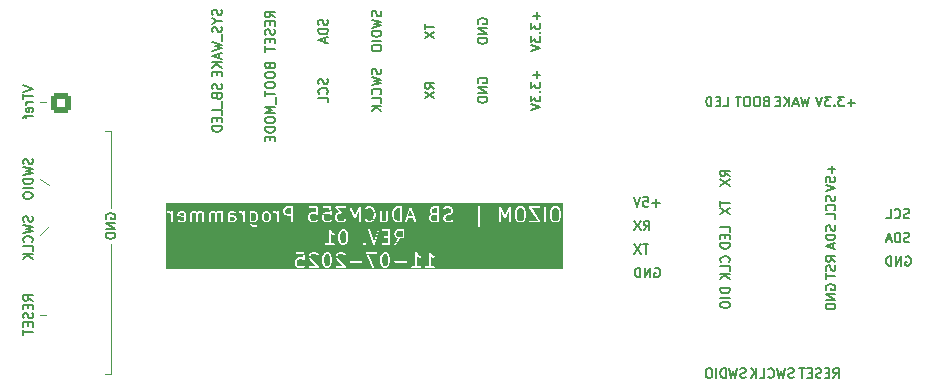
<source format=gbr>
%TF.GenerationSoftware,KiCad,Pcbnew,9.0.2-9.0.2-0~ubuntu24.04.1*%
%TF.CreationDate,2025-07-11T12:15:57+05:30*%
%TF.ProjectId,Programmer_rev01,50726f67-7261-46d6-9d65-725f72657630,rev?*%
%TF.SameCoordinates,Original*%
%TF.FileFunction,Legend,Bot*%
%TF.FilePolarity,Positive*%
%FSLAX46Y46*%
G04 Gerber Fmt 4.6, Leading zero omitted, Abs format (unit mm)*
G04 Created by KiCad (PCBNEW 9.0.2-9.0.2-0~ubuntu24.04.1) date 2025-07-11 12:15:57*
%MOMM*%
%LPD*%
G01*
G04 APERTURE LIST*
G04 Aperture macros list*
%AMRoundRect*
0 Rectangle with rounded corners*
0 $1 Rounding radius*
0 $2 $3 $4 $5 $6 $7 $8 $9 X,Y pos of 4 corners*
0 Add a 4 corners polygon primitive as box body*
4,1,4,$2,$3,$4,$5,$6,$7,$8,$9,$2,$3,0*
0 Add four circle primitives for the rounded corners*
1,1,$1+$1,$2,$3*
1,1,$1+$1,$4,$5*
1,1,$1+$1,$6,$7*
1,1,$1+$1,$8,$9*
0 Add four rect primitives between the rounded corners*
20,1,$1+$1,$2,$3,$4,$5,0*
20,1,$1+$1,$4,$5,$6,$7,0*
20,1,$1+$1,$6,$7,$8,$9,0*
20,1,$1+$1,$8,$9,$2,$3,0*%
G04 Aperture macros list end*
%ADD10C,0.100000*%
%ADD11C,0.150000*%
%ADD12C,2.000000*%
%ADD13C,1.350000*%
%ADD14R,1.350000X1.350000*%
%ADD15O,1.000000X1.800000*%
%ADD16O,1.000000X2.100000*%
%ADD17C,0.650000*%
%ADD18R,1.700000X1.700000*%
%ADD19O,1.700000X1.700000*%
%ADD20RoundRect,0.250000X-0.600000X-0.600000X0.600000X-0.600000X0.600000X0.600000X-0.600000X0.600000X0*%
%ADD21C,1.700000*%
G04 APERTURE END LIST*
D10*
X53000000Y-106500000D02*
X52500000Y-106500000D01*
X53250000Y-99000000D02*
X52500000Y-99750000D01*
X53250000Y-95500000D02*
X52500000Y-95000000D01*
X53000000Y-88500000D02*
X52500000Y-88500000D01*
X58500000Y-111500000D02*
X58000000Y-111500000D01*
X58500000Y-100500000D02*
X58500000Y-111500000D01*
X58500000Y-91000000D02*
X58500000Y-97500000D01*
X58000000Y-91000000D02*
X58500000Y-91000000D01*
D11*
X58100390Y-98390476D02*
X58062295Y-98314286D01*
X58062295Y-98314286D02*
X58062295Y-98200000D01*
X58062295Y-98200000D02*
X58100390Y-98085714D01*
X58100390Y-98085714D02*
X58176580Y-98009524D01*
X58176580Y-98009524D02*
X58252771Y-97971429D01*
X58252771Y-97971429D02*
X58405152Y-97933333D01*
X58405152Y-97933333D02*
X58519438Y-97933333D01*
X58519438Y-97933333D02*
X58671819Y-97971429D01*
X58671819Y-97971429D02*
X58748009Y-98009524D01*
X58748009Y-98009524D02*
X58824200Y-98085714D01*
X58824200Y-98085714D02*
X58862295Y-98200000D01*
X58862295Y-98200000D02*
X58862295Y-98276191D01*
X58862295Y-98276191D02*
X58824200Y-98390476D01*
X58824200Y-98390476D02*
X58786104Y-98428572D01*
X58786104Y-98428572D02*
X58519438Y-98428572D01*
X58519438Y-98428572D02*
X58519438Y-98276191D01*
X58862295Y-98771429D02*
X58062295Y-98771429D01*
X58062295Y-98771429D02*
X58862295Y-99228572D01*
X58862295Y-99228572D02*
X58062295Y-99228572D01*
X58862295Y-99609524D02*
X58062295Y-99609524D01*
X58062295Y-99609524D02*
X58062295Y-99800000D01*
X58062295Y-99800000D02*
X58100390Y-99914286D01*
X58100390Y-99914286D02*
X58176580Y-99990476D01*
X58176580Y-99990476D02*
X58252771Y-100028571D01*
X58252771Y-100028571D02*
X58405152Y-100066667D01*
X58405152Y-100066667D02*
X58519438Y-100066667D01*
X58519438Y-100066667D02*
X58671819Y-100028571D01*
X58671819Y-100028571D02*
X58748009Y-99990476D01*
X58748009Y-99990476D02*
X58824200Y-99914286D01*
X58824200Y-99914286D02*
X58862295Y-99800000D01*
X58862295Y-99800000D02*
X58862295Y-99609524D01*
X51862295Y-105338095D02*
X51481342Y-105071428D01*
X51862295Y-104880952D02*
X51062295Y-104880952D01*
X51062295Y-104880952D02*
X51062295Y-105185714D01*
X51062295Y-105185714D02*
X51100390Y-105261904D01*
X51100390Y-105261904D02*
X51138485Y-105299999D01*
X51138485Y-105299999D02*
X51214676Y-105338095D01*
X51214676Y-105338095D02*
X51328961Y-105338095D01*
X51328961Y-105338095D02*
X51405152Y-105299999D01*
X51405152Y-105299999D02*
X51443247Y-105261904D01*
X51443247Y-105261904D02*
X51481342Y-105185714D01*
X51481342Y-105185714D02*
X51481342Y-104880952D01*
X51443247Y-105680952D02*
X51443247Y-105947618D01*
X51862295Y-106061904D02*
X51862295Y-105680952D01*
X51862295Y-105680952D02*
X51062295Y-105680952D01*
X51062295Y-105680952D02*
X51062295Y-106061904D01*
X51824200Y-106366666D02*
X51862295Y-106480952D01*
X51862295Y-106480952D02*
X51862295Y-106671428D01*
X51862295Y-106671428D02*
X51824200Y-106747619D01*
X51824200Y-106747619D02*
X51786104Y-106785714D01*
X51786104Y-106785714D02*
X51709914Y-106823809D01*
X51709914Y-106823809D02*
X51633723Y-106823809D01*
X51633723Y-106823809D02*
X51557533Y-106785714D01*
X51557533Y-106785714D02*
X51519438Y-106747619D01*
X51519438Y-106747619D02*
X51481342Y-106671428D01*
X51481342Y-106671428D02*
X51443247Y-106519047D01*
X51443247Y-106519047D02*
X51405152Y-106442857D01*
X51405152Y-106442857D02*
X51367057Y-106404762D01*
X51367057Y-106404762D02*
X51290866Y-106366666D01*
X51290866Y-106366666D02*
X51214676Y-106366666D01*
X51214676Y-106366666D02*
X51138485Y-106404762D01*
X51138485Y-106404762D02*
X51100390Y-106442857D01*
X51100390Y-106442857D02*
X51062295Y-106519047D01*
X51062295Y-106519047D02*
X51062295Y-106709524D01*
X51062295Y-106709524D02*
X51100390Y-106823809D01*
X51443247Y-107166667D02*
X51443247Y-107433333D01*
X51862295Y-107547619D02*
X51862295Y-107166667D01*
X51862295Y-107166667D02*
X51062295Y-107166667D01*
X51062295Y-107166667D02*
X51062295Y-107547619D01*
X51062295Y-107776191D02*
X51062295Y-108233334D01*
X51862295Y-108004762D02*
X51062295Y-108004762D01*
X51824200Y-98190475D02*
X51862295Y-98304761D01*
X51862295Y-98304761D02*
X51862295Y-98495237D01*
X51862295Y-98495237D02*
X51824200Y-98571428D01*
X51824200Y-98571428D02*
X51786104Y-98609523D01*
X51786104Y-98609523D02*
X51709914Y-98647618D01*
X51709914Y-98647618D02*
X51633723Y-98647618D01*
X51633723Y-98647618D02*
X51557533Y-98609523D01*
X51557533Y-98609523D02*
X51519438Y-98571428D01*
X51519438Y-98571428D02*
X51481342Y-98495237D01*
X51481342Y-98495237D02*
X51443247Y-98342856D01*
X51443247Y-98342856D02*
X51405152Y-98266666D01*
X51405152Y-98266666D02*
X51367057Y-98228571D01*
X51367057Y-98228571D02*
X51290866Y-98190475D01*
X51290866Y-98190475D02*
X51214676Y-98190475D01*
X51214676Y-98190475D02*
X51138485Y-98228571D01*
X51138485Y-98228571D02*
X51100390Y-98266666D01*
X51100390Y-98266666D02*
X51062295Y-98342856D01*
X51062295Y-98342856D02*
X51062295Y-98533333D01*
X51062295Y-98533333D02*
X51100390Y-98647618D01*
X51062295Y-98914285D02*
X51862295Y-99104761D01*
X51862295Y-99104761D02*
X51290866Y-99257142D01*
X51290866Y-99257142D02*
X51862295Y-99409523D01*
X51862295Y-99409523D02*
X51062295Y-99600000D01*
X51786104Y-100361905D02*
X51824200Y-100323809D01*
X51824200Y-100323809D02*
X51862295Y-100209524D01*
X51862295Y-100209524D02*
X51862295Y-100133333D01*
X51862295Y-100133333D02*
X51824200Y-100019047D01*
X51824200Y-100019047D02*
X51748009Y-99942857D01*
X51748009Y-99942857D02*
X51671819Y-99904762D01*
X51671819Y-99904762D02*
X51519438Y-99866666D01*
X51519438Y-99866666D02*
X51405152Y-99866666D01*
X51405152Y-99866666D02*
X51252771Y-99904762D01*
X51252771Y-99904762D02*
X51176580Y-99942857D01*
X51176580Y-99942857D02*
X51100390Y-100019047D01*
X51100390Y-100019047D02*
X51062295Y-100133333D01*
X51062295Y-100133333D02*
X51062295Y-100209524D01*
X51062295Y-100209524D02*
X51100390Y-100323809D01*
X51100390Y-100323809D02*
X51138485Y-100361905D01*
X51862295Y-101085714D02*
X51862295Y-100704762D01*
X51862295Y-100704762D02*
X51062295Y-100704762D01*
X51862295Y-101352381D02*
X51062295Y-101352381D01*
X51862295Y-101809524D02*
X51405152Y-101466666D01*
X51062295Y-101809524D02*
X51519438Y-101352381D01*
X51824200Y-93304761D02*
X51862295Y-93419047D01*
X51862295Y-93419047D02*
X51862295Y-93609523D01*
X51862295Y-93609523D02*
X51824200Y-93685714D01*
X51824200Y-93685714D02*
X51786104Y-93723809D01*
X51786104Y-93723809D02*
X51709914Y-93761904D01*
X51709914Y-93761904D02*
X51633723Y-93761904D01*
X51633723Y-93761904D02*
X51557533Y-93723809D01*
X51557533Y-93723809D02*
X51519438Y-93685714D01*
X51519438Y-93685714D02*
X51481342Y-93609523D01*
X51481342Y-93609523D02*
X51443247Y-93457142D01*
X51443247Y-93457142D02*
X51405152Y-93380952D01*
X51405152Y-93380952D02*
X51367057Y-93342857D01*
X51367057Y-93342857D02*
X51290866Y-93304761D01*
X51290866Y-93304761D02*
X51214676Y-93304761D01*
X51214676Y-93304761D02*
X51138485Y-93342857D01*
X51138485Y-93342857D02*
X51100390Y-93380952D01*
X51100390Y-93380952D02*
X51062295Y-93457142D01*
X51062295Y-93457142D02*
X51062295Y-93647619D01*
X51062295Y-93647619D02*
X51100390Y-93761904D01*
X51062295Y-94028571D02*
X51862295Y-94219047D01*
X51862295Y-94219047D02*
X51290866Y-94371428D01*
X51290866Y-94371428D02*
X51862295Y-94523809D01*
X51862295Y-94523809D02*
X51062295Y-94714286D01*
X51862295Y-95019048D02*
X51062295Y-95019048D01*
X51062295Y-95019048D02*
X51062295Y-95209524D01*
X51062295Y-95209524D02*
X51100390Y-95323810D01*
X51100390Y-95323810D02*
X51176580Y-95400000D01*
X51176580Y-95400000D02*
X51252771Y-95438095D01*
X51252771Y-95438095D02*
X51405152Y-95476191D01*
X51405152Y-95476191D02*
X51519438Y-95476191D01*
X51519438Y-95476191D02*
X51671819Y-95438095D01*
X51671819Y-95438095D02*
X51748009Y-95400000D01*
X51748009Y-95400000D02*
X51824200Y-95323810D01*
X51824200Y-95323810D02*
X51862295Y-95209524D01*
X51862295Y-95209524D02*
X51862295Y-95019048D01*
X51862295Y-95819048D02*
X51062295Y-95819048D01*
X51062295Y-96352381D02*
X51062295Y-96504762D01*
X51062295Y-96504762D02*
X51100390Y-96580952D01*
X51100390Y-96580952D02*
X51176580Y-96657143D01*
X51176580Y-96657143D02*
X51328961Y-96695238D01*
X51328961Y-96695238D02*
X51595628Y-96695238D01*
X51595628Y-96695238D02*
X51748009Y-96657143D01*
X51748009Y-96657143D02*
X51824200Y-96580952D01*
X51824200Y-96580952D02*
X51862295Y-96504762D01*
X51862295Y-96504762D02*
X51862295Y-96352381D01*
X51862295Y-96352381D02*
X51824200Y-96276190D01*
X51824200Y-96276190D02*
X51748009Y-96200000D01*
X51748009Y-96200000D02*
X51595628Y-96161904D01*
X51595628Y-96161904D02*
X51328961Y-96161904D01*
X51328961Y-96161904D02*
X51176580Y-96200000D01*
X51176580Y-96200000D02*
X51100390Y-96276190D01*
X51100390Y-96276190D02*
X51062295Y-96352381D01*
X51062295Y-87109524D02*
X51862295Y-87376191D01*
X51862295Y-87376191D02*
X51062295Y-87642857D01*
X51062295Y-87795238D02*
X51062295Y-88252381D01*
X51862295Y-88023809D02*
X51062295Y-88023809D01*
X51862295Y-88519048D02*
X51328961Y-88519048D01*
X51481342Y-88519048D02*
X51405152Y-88557143D01*
X51405152Y-88557143D02*
X51367057Y-88595238D01*
X51367057Y-88595238D02*
X51328961Y-88671429D01*
X51328961Y-88671429D02*
X51328961Y-88747619D01*
X51824200Y-89319048D02*
X51862295Y-89242857D01*
X51862295Y-89242857D02*
X51862295Y-89090476D01*
X51862295Y-89090476D02*
X51824200Y-89014286D01*
X51824200Y-89014286D02*
X51748009Y-88976190D01*
X51748009Y-88976190D02*
X51443247Y-88976190D01*
X51443247Y-88976190D02*
X51367057Y-89014286D01*
X51367057Y-89014286D02*
X51328961Y-89090476D01*
X51328961Y-89090476D02*
X51328961Y-89242857D01*
X51328961Y-89242857D02*
X51367057Y-89319048D01*
X51367057Y-89319048D02*
X51443247Y-89357143D01*
X51443247Y-89357143D02*
X51519438Y-89357143D01*
X51519438Y-89357143D02*
X51595628Y-88976190D01*
X51328961Y-89585714D02*
X51328961Y-89890476D01*
X51862295Y-89700000D02*
X51176580Y-89700000D01*
X51176580Y-89700000D02*
X51100390Y-89738095D01*
X51100390Y-89738095D02*
X51062295Y-89814285D01*
X51062295Y-89814285D02*
X51062295Y-89890476D01*
X67824200Y-80680951D02*
X67862295Y-80795237D01*
X67862295Y-80795237D02*
X67862295Y-80985713D01*
X67862295Y-80985713D02*
X67824200Y-81061904D01*
X67824200Y-81061904D02*
X67786104Y-81099999D01*
X67786104Y-81099999D02*
X67709914Y-81138094D01*
X67709914Y-81138094D02*
X67633723Y-81138094D01*
X67633723Y-81138094D02*
X67557533Y-81099999D01*
X67557533Y-81099999D02*
X67519438Y-81061904D01*
X67519438Y-81061904D02*
X67481342Y-80985713D01*
X67481342Y-80985713D02*
X67443247Y-80833332D01*
X67443247Y-80833332D02*
X67405152Y-80757142D01*
X67405152Y-80757142D02*
X67367057Y-80719047D01*
X67367057Y-80719047D02*
X67290866Y-80680951D01*
X67290866Y-80680951D02*
X67214676Y-80680951D01*
X67214676Y-80680951D02*
X67138485Y-80719047D01*
X67138485Y-80719047D02*
X67100390Y-80757142D01*
X67100390Y-80757142D02*
X67062295Y-80833332D01*
X67062295Y-80833332D02*
X67062295Y-81023809D01*
X67062295Y-81023809D02*
X67100390Y-81138094D01*
X67481342Y-81633333D02*
X67862295Y-81633333D01*
X67062295Y-81366666D02*
X67481342Y-81633333D01*
X67481342Y-81633333D02*
X67062295Y-81899999D01*
X67824200Y-82128570D02*
X67862295Y-82242856D01*
X67862295Y-82242856D02*
X67862295Y-82433332D01*
X67862295Y-82433332D02*
X67824200Y-82509523D01*
X67824200Y-82509523D02*
X67786104Y-82547618D01*
X67786104Y-82547618D02*
X67709914Y-82585713D01*
X67709914Y-82585713D02*
X67633723Y-82585713D01*
X67633723Y-82585713D02*
X67557533Y-82547618D01*
X67557533Y-82547618D02*
X67519438Y-82509523D01*
X67519438Y-82509523D02*
X67481342Y-82433332D01*
X67481342Y-82433332D02*
X67443247Y-82280951D01*
X67443247Y-82280951D02*
X67405152Y-82204761D01*
X67405152Y-82204761D02*
X67367057Y-82166666D01*
X67367057Y-82166666D02*
X67290866Y-82128570D01*
X67290866Y-82128570D02*
X67214676Y-82128570D01*
X67214676Y-82128570D02*
X67138485Y-82166666D01*
X67138485Y-82166666D02*
X67100390Y-82204761D01*
X67100390Y-82204761D02*
X67062295Y-82280951D01*
X67062295Y-82280951D02*
X67062295Y-82471428D01*
X67062295Y-82471428D02*
X67100390Y-82585713D01*
X67938485Y-82738095D02*
X67938485Y-83347618D01*
X67062295Y-83461904D02*
X67862295Y-83652380D01*
X67862295Y-83652380D02*
X67290866Y-83804761D01*
X67290866Y-83804761D02*
X67862295Y-83957142D01*
X67862295Y-83957142D02*
X67062295Y-84147619D01*
X67633723Y-84414285D02*
X67633723Y-84795238D01*
X67862295Y-84338095D02*
X67062295Y-84604762D01*
X67062295Y-84604762D02*
X67862295Y-84871428D01*
X67862295Y-85138095D02*
X67062295Y-85138095D01*
X67862295Y-85595238D02*
X67405152Y-85252380D01*
X67062295Y-85595238D02*
X67519438Y-85138095D01*
X67443247Y-85938095D02*
X67443247Y-86204761D01*
X67862295Y-86319047D02*
X67862295Y-85938095D01*
X67862295Y-85938095D02*
X67062295Y-85938095D01*
X67062295Y-85938095D02*
X67062295Y-86319047D01*
X67824200Y-86980951D02*
X67862295Y-87095237D01*
X67862295Y-87095237D02*
X67862295Y-87285713D01*
X67862295Y-87285713D02*
X67824200Y-87361904D01*
X67824200Y-87361904D02*
X67786104Y-87399999D01*
X67786104Y-87399999D02*
X67709914Y-87438094D01*
X67709914Y-87438094D02*
X67633723Y-87438094D01*
X67633723Y-87438094D02*
X67557533Y-87399999D01*
X67557533Y-87399999D02*
X67519438Y-87361904D01*
X67519438Y-87361904D02*
X67481342Y-87285713D01*
X67481342Y-87285713D02*
X67443247Y-87133332D01*
X67443247Y-87133332D02*
X67405152Y-87057142D01*
X67405152Y-87057142D02*
X67367057Y-87019047D01*
X67367057Y-87019047D02*
X67290866Y-86980951D01*
X67290866Y-86980951D02*
X67214676Y-86980951D01*
X67214676Y-86980951D02*
X67138485Y-87019047D01*
X67138485Y-87019047D02*
X67100390Y-87057142D01*
X67100390Y-87057142D02*
X67062295Y-87133332D01*
X67062295Y-87133332D02*
X67062295Y-87323809D01*
X67062295Y-87323809D02*
X67100390Y-87438094D01*
X67443247Y-88047618D02*
X67481342Y-88161904D01*
X67481342Y-88161904D02*
X67519438Y-88199999D01*
X67519438Y-88199999D02*
X67595628Y-88238095D01*
X67595628Y-88238095D02*
X67709914Y-88238095D01*
X67709914Y-88238095D02*
X67786104Y-88199999D01*
X67786104Y-88199999D02*
X67824200Y-88161904D01*
X67824200Y-88161904D02*
X67862295Y-88085714D01*
X67862295Y-88085714D02*
X67862295Y-87780952D01*
X67862295Y-87780952D02*
X67062295Y-87780952D01*
X67062295Y-87780952D02*
X67062295Y-88047618D01*
X67062295Y-88047618D02*
X67100390Y-88123809D01*
X67100390Y-88123809D02*
X67138485Y-88161904D01*
X67138485Y-88161904D02*
X67214676Y-88199999D01*
X67214676Y-88199999D02*
X67290866Y-88199999D01*
X67290866Y-88199999D02*
X67367057Y-88161904D01*
X67367057Y-88161904D02*
X67405152Y-88123809D01*
X67405152Y-88123809D02*
X67443247Y-88047618D01*
X67443247Y-88047618D02*
X67443247Y-87780952D01*
X67938485Y-88390476D02*
X67938485Y-88999999D01*
X67862295Y-89571428D02*
X67862295Y-89190476D01*
X67862295Y-89190476D02*
X67062295Y-89190476D01*
X67443247Y-89838095D02*
X67443247Y-90104761D01*
X67862295Y-90219047D02*
X67862295Y-89838095D01*
X67862295Y-89838095D02*
X67062295Y-89838095D01*
X67062295Y-89838095D02*
X67062295Y-90219047D01*
X67862295Y-90561905D02*
X67062295Y-90561905D01*
X67062295Y-90561905D02*
X67062295Y-90752381D01*
X67062295Y-90752381D02*
X67100390Y-90866667D01*
X67100390Y-90866667D02*
X67176580Y-90942857D01*
X67176580Y-90942857D02*
X67252771Y-90980952D01*
X67252771Y-90980952D02*
X67405152Y-91019048D01*
X67405152Y-91019048D02*
X67519438Y-91019048D01*
X67519438Y-91019048D02*
X67671819Y-90980952D01*
X67671819Y-90980952D02*
X67748009Y-90942857D01*
X67748009Y-90942857D02*
X67824200Y-90866667D01*
X67824200Y-90866667D02*
X67862295Y-90752381D01*
X67862295Y-90752381D02*
X67862295Y-90561905D01*
X71943247Y-85471428D02*
X71981342Y-85585714D01*
X71981342Y-85585714D02*
X72019438Y-85623809D01*
X72019438Y-85623809D02*
X72095628Y-85661905D01*
X72095628Y-85661905D02*
X72209914Y-85661905D01*
X72209914Y-85661905D02*
X72286104Y-85623809D01*
X72286104Y-85623809D02*
X72324200Y-85585714D01*
X72324200Y-85585714D02*
X72362295Y-85509524D01*
X72362295Y-85509524D02*
X72362295Y-85204762D01*
X72362295Y-85204762D02*
X71562295Y-85204762D01*
X71562295Y-85204762D02*
X71562295Y-85471428D01*
X71562295Y-85471428D02*
X71600390Y-85547619D01*
X71600390Y-85547619D02*
X71638485Y-85585714D01*
X71638485Y-85585714D02*
X71714676Y-85623809D01*
X71714676Y-85623809D02*
X71790866Y-85623809D01*
X71790866Y-85623809D02*
X71867057Y-85585714D01*
X71867057Y-85585714D02*
X71905152Y-85547619D01*
X71905152Y-85547619D02*
X71943247Y-85471428D01*
X71943247Y-85471428D02*
X71943247Y-85204762D01*
X71562295Y-86157143D02*
X71562295Y-86309524D01*
X71562295Y-86309524D02*
X71600390Y-86385714D01*
X71600390Y-86385714D02*
X71676580Y-86461905D01*
X71676580Y-86461905D02*
X71828961Y-86500000D01*
X71828961Y-86500000D02*
X72095628Y-86500000D01*
X72095628Y-86500000D02*
X72248009Y-86461905D01*
X72248009Y-86461905D02*
X72324200Y-86385714D01*
X72324200Y-86385714D02*
X72362295Y-86309524D01*
X72362295Y-86309524D02*
X72362295Y-86157143D01*
X72362295Y-86157143D02*
X72324200Y-86080952D01*
X72324200Y-86080952D02*
X72248009Y-86004762D01*
X72248009Y-86004762D02*
X72095628Y-85966666D01*
X72095628Y-85966666D02*
X71828961Y-85966666D01*
X71828961Y-85966666D02*
X71676580Y-86004762D01*
X71676580Y-86004762D02*
X71600390Y-86080952D01*
X71600390Y-86080952D02*
X71562295Y-86157143D01*
X71562295Y-86995238D02*
X71562295Y-87147619D01*
X71562295Y-87147619D02*
X71600390Y-87223809D01*
X71600390Y-87223809D02*
X71676580Y-87300000D01*
X71676580Y-87300000D02*
X71828961Y-87338095D01*
X71828961Y-87338095D02*
X72095628Y-87338095D01*
X72095628Y-87338095D02*
X72248009Y-87300000D01*
X72248009Y-87300000D02*
X72324200Y-87223809D01*
X72324200Y-87223809D02*
X72362295Y-87147619D01*
X72362295Y-87147619D02*
X72362295Y-86995238D01*
X72362295Y-86995238D02*
X72324200Y-86919047D01*
X72324200Y-86919047D02*
X72248009Y-86842857D01*
X72248009Y-86842857D02*
X72095628Y-86804761D01*
X72095628Y-86804761D02*
X71828961Y-86804761D01*
X71828961Y-86804761D02*
X71676580Y-86842857D01*
X71676580Y-86842857D02*
X71600390Y-86919047D01*
X71600390Y-86919047D02*
X71562295Y-86995238D01*
X71562295Y-87566666D02*
X71562295Y-88023809D01*
X72362295Y-87795237D02*
X71562295Y-87795237D01*
X72438485Y-88100000D02*
X72438485Y-88709523D01*
X72362295Y-88900000D02*
X71562295Y-88900000D01*
X71562295Y-88900000D02*
X72133723Y-89166666D01*
X72133723Y-89166666D02*
X71562295Y-89433333D01*
X71562295Y-89433333D02*
X72362295Y-89433333D01*
X71562295Y-89966667D02*
X71562295Y-90119048D01*
X71562295Y-90119048D02*
X71600390Y-90195238D01*
X71600390Y-90195238D02*
X71676580Y-90271429D01*
X71676580Y-90271429D02*
X71828961Y-90309524D01*
X71828961Y-90309524D02*
X72095628Y-90309524D01*
X72095628Y-90309524D02*
X72248009Y-90271429D01*
X72248009Y-90271429D02*
X72324200Y-90195238D01*
X72324200Y-90195238D02*
X72362295Y-90119048D01*
X72362295Y-90119048D02*
X72362295Y-89966667D01*
X72362295Y-89966667D02*
X72324200Y-89890476D01*
X72324200Y-89890476D02*
X72248009Y-89814286D01*
X72248009Y-89814286D02*
X72095628Y-89776190D01*
X72095628Y-89776190D02*
X71828961Y-89776190D01*
X71828961Y-89776190D02*
X71676580Y-89814286D01*
X71676580Y-89814286D02*
X71600390Y-89890476D01*
X71600390Y-89890476D02*
X71562295Y-89966667D01*
X72362295Y-90652381D02*
X71562295Y-90652381D01*
X71562295Y-90652381D02*
X71562295Y-90842857D01*
X71562295Y-90842857D02*
X71600390Y-90957143D01*
X71600390Y-90957143D02*
X71676580Y-91033333D01*
X71676580Y-91033333D02*
X71752771Y-91071428D01*
X71752771Y-91071428D02*
X71905152Y-91109524D01*
X71905152Y-91109524D02*
X72019438Y-91109524D01*
X72019438Y-91109524D02*
X72171819Y-91071428D01*
X72171819Y-91071428D02*
X72248009Y-91033333D01*
X72248009Y-91033333D02*
X72324200Y-90957143D01*
X72324200Y-90957143D02*
X72362295Y-90842857D01*
X72362295Y-90842857D02*
X72362295Y-90652381D01*
X71943247Y-91452381D02*
X71943247Y-91719047D01*
X72362295Y-91833333D02*
X72362295Y-91452381D01*
X72362295Y-91452381D02*
X71562295Y-91452381D01*
X71562295Y-91452381D02*
X71562295Y-91833333D01*
X72362295Y-81338095D02*
X71981342Y-81071428D01*
X72362295Y-80880952D02*
X71562295Y-80880952D01*
X71562295Y-80880952D02*
X71562295Y-81185714D01*
X71562295Y-81185714D02*
X71600390Y-81261904D01*
X71600390Y-81261904D02*
X71638485Y-81299999D01*
X71638485Y-81299999D02*
X71714676Y-81338095D01*
X71714676Y-81338095D02*
X71828961Y-81338095D01*
X71828961Y-81338095D02*
X71905152Y-81299999D01*
X71905152Y-81299999D02*
X71943247Y-81261904D01*
X71943247Y-81261904D02*
X71981342Y-81185714D01*
X71981342Y-81185714D02*
X71981342Y-80880952D01*
X71943247Y-81680952D02*
X71943247Y-81947618D01*
X72362295Y-82061904D02*
X72362295Y-81680952D01*
X72362295Y-81680952D02*
X71562295Y-81680952D01*
X71562295Y-81680952D02*
X71562295Y-82061904D01*
X72324200Y-82366666D02*
X72362295Y-82480952D01*
X72362295Y-82480952D02*
X72362295Y-82671428D01*
X72362295Y-82671428D02*
X72324200Y-82747619D01*
X72324200Y-82747619D02*
X72286104Y-82785714D01*
X72286104Y-82785714D02*
X72209914Y-82823809D01*
X72209914Y-82823809D02*
X72133723Y-82823809D01*
X72133723Y-82823809D02*
X72057533Y-82785714D01*
X72057533Y-82785714D02*
X72019438Y-82747619D01*
X72019438Y-82747619D02*
X71981342Y-82671428D01*
X71981342Y-82671428D02*
X71943247Y-82519047D01*
X71943247Y-82519047D02*
X71905152Y-82442857D01*
X71905152Y-82442857D02*
X71867057Y-82404762D01*
X71867057Y-82404762D02*
X71790866Y-82366666D01*
X71790866Y-82366666D02*
X71714676Y-82366666D01*
X71714676Y-82366666D02*
X71638485Y-82404762D01*
X71638485Y-82404762D02*
X71600390Y-82442857D01*
X71600390Y-82442857D02*
X71562295Y-82519047D01*
X71562295Y-82519047D02*
X71562295Y-82709524D01*
X71562295Y-82709524D02*
X71600390Y-82823809D01*
X71943247Y-83166667D02*
X71943247Y-83433333D01*
X72362295Y-83547619D02*
X72362295Y-83166667D01*
X72362295Y-83166667D02*
X71562295Y-83166667D01*
X71562295Y-83166667D02*
X71562295Y-83547619D01*
X71562295Y-83776191D02*
X71562295Y-84233334D01*
X72362295Y-84004762D02*
X71562295Y-84004762D01*
X76824200Y-81528571D02*
X76862295Y-81642857D01*
X76862295Y-81642857D02*
X76862295Y-81833333D01*
X76862295Y-81833333D02*
X76824200Y-81909524D01*
X76824200Y-81909524D02*
X76786104Y-81947619D01*
X76786104Y-81947619D02*
X76709914Y-81985714D01*
X76709914Y-81985714D02*
X76633723Y-81985714D01*
X76633723Y-81985714D02*
X76557533Y-81947619D01*
X76557533Y-81947619D02*
X76519438Y-81909524D01*
X76519438Y-81909524D02*
X76481342Y-81833333D01*
X76481342Y-81833333D02*
X76443247Y-81680952D01*
X76443247Y-81680952D02*
X76405152Y-81604762D01*
X76405152Y-81604762D02*
X76367057Y-81566667D01*
X76367057Y-81566667D02*
X76290866Y-81528571D01*
X76290866Y-81528571D02*
X76214676Y-81528571D01*
X76214676Y-81528571D02*
X76138485Y-81566667D01*
X76138485Y-81566667D02*
X76100390Y-81604762D01*
X76100390Y-81604762D02*
X76062295Y-81680952D01*
X76062295Y-81680952D02*
X76062295Y-81871429D01*
X76062295Y-81871429D02*
X76100390Y-81985714D01*
X76862295Y-82328572D02*
X76062295Y-82328572D01*
X76062295Y-82328572D02*
X76062295Y-82519048D01*
X76062295Y-82519048D02*
X76100390Y-82633334D01*
X76100390Y-82633334D02*
X76176580Y-82709524D01*
X76176580Y-82709524D02*
X76252771Y-82747619D01*
X76252771Y-82747619D02*
X76405152Y-82785715D01*
X76405152Y-82785715D02*
X76519438Y-82785715D01*
X76519438Y-82785715D02*
X76671819Y-82747619D01*
X76671819Y-82747619D02*
X76748009Y-82709524D01*
X76748009Y-82709524D02*
X76824200Y-82633334D01*
X76824200Y-82633334D02*
X76862295Y-82519048D01*
X76862295Y-82519048D02*
X76862295Y-82328572D01*
X76633723Y-83090476D02*
X76633723Y-83471429D01*
X76862295Y-83014286D02*
X76062295Y-83280953D01*
X76062295Y-83280953D02*
X76862295Y-83547619D01*
X76824200Y-86547618D02*
X76862295Y-86661904D01*
X76862295Y-86661904D02*
X76862295Y-86852380D01*
X76862295Y-86852380D02*
X76824200Y-86928571D01*
X76824200Y-86928571D02*
X76786104Y-86966666D01*
X76786104Y-86966666D02*
X76709914Y-87004761D01*
X76709914Y-87004761D02*
X76633723Y-87004761D01*
X76633723Y-87004761D02*
X76557533Y-86966666D01*
X76557533Y-86966666D02*
X76519438Y-86928571D01*
X76519438Y-86928571D02*
X76481342Y-86852380D01*
X76481342Y-86852380D02*
X76443247Y-86699999D01*
X76443247Y-86699999D02*
X76405152Y-86623809D01*
X76405152Y-86623809D02*
X76367057Y-86585714D01*
X76367057Y-86585714D02*
X76290866Y-86547618D01*
X76290866Y-86547618D02*
X76214676Y-86547618D01*
X76214676Y-86547618D02*
X76138485Y-86585714D01*
X76138485Y-86585714D02*
X76100390Y-86623809D01*
X76100390Y-86623809D02*
X76062295Y-86699999D01*
X76062295Y-86699999D02*
X76062295Y-86890476D01*
X76062295Y-86890476D02*
X76100390Y-87004761D01*
X76786104Y-87804762D02*
X76824200Y-87766666D01*
X76824200Y-87766666D02*
X76862295Y-87652381D01*
X76862295Y-87652381D02*
X76862295Y-87576190D01*
X76862295Y-87576190D02*
X76824200Y-87461904D01*
X76824200Y-87461904D02*
X76748009Y-87385714D01*
X76748009Y-87385714D02*
X76671819Y-87347619D01*
X76671819Y-87347619D02*
X76519438Y-87309523D01*
X76519438Y-87309523D02*
X76405152Y-87309523D01*
X76405152Y-87309523D02*
X76252771Y-87347619D01*
X76252771Y-87347619D02*
X76176580Y-87385714D01*
X76176580Y-87385714D02*
X76100390Y-87461904D01*
X76100390Y-87461904D02*
X76062295Y-87576190D01*
X76062295Y-87576190D02*
X76062295Y-87652381D01*
X76062295Y-87652381D02*
X76100390Y-87766666D01*
X76100390Y-87766666D02*
X76138485Y-87804762D01*
X76862295Y-88528571D02*
X76862295Y-88147619D01*
X76862295Y-88147619D02*
X76062295Y-88147619D01*
X81324200Y-85690475D02*
X81362295Y-85804761D01*
X81362295Y-85804761D02*
X81362295Y-85995237D01*
X81362295Y-85995237D02*
X81324200Y-86071428D01*
X81324200Y-86071428D02*
X81286104Y-86109523D01*
X81286104Y-86109523D02*
X81209914Y-86147618D01*
X81209914Y-86147618D02*
X81133723Y-86147618D01*
X81133723Y-86147618D02*
X81057533Y-86109523D01*
X81057533Y-86109523D02*
X81019438Y-86071428D01*
X81019438Y-86071428D02*
X80981342Y-85995237D01*
X80981342Y-85995237D02*
X80943247Y-85842856D01*
X80943247Y-85842856D02*
X80905152Y-85766666D01*
X80905152Y-85766666D02*
X80867057Y-85728571D01*
X80867057Y-85728571D02*
X80790866Y-85690475D01*
X80790866Y-85690475D02*
X80714676Y-85690475D01*
X80714676Y-85690475D02*
X80638485Y-85728571D01*
X80638485Y-85728571D02*
X80600390Y-85766666D01*
X80600390Y-85766666D02*
X80562295Y-85842856D01*
X80562295Y-85842856D02*
X80562295Y-86033333D01*
X80562295Y-86033333D02*
X80600390Y-86147618D01*
X80562295Y-86414285D02*
X81362295Y-86604761D01*
X81362295Y-86604761D02*
X80790866Y-86757142D01*
X80790866Y-86757142D02*
X81362295Y-86909523D01*
X81362295Y-86909523D02*
X80562295Y-87100000D01*
X81286104Y-87861905D02*
X81324200Y-87823809D01*
X81324200Y-87823809D02*
X81362295Y-87709524D01*
X81362295Y-87709524D02*
X81362295Y-87633333D01*
X81362295Y-87633333D02*
X81324200Y-87519047D01*
X81324200Y-87519047D02*
X81248009Y-87442857D01*
X81248009Y-87442857D02*
X81171819Y-87404762D01*
X81171819Y-87404762D02*
X81019438Y-87366666D01*
X81019438Y-87366666D02*
X80905152Y-87366666D01*
X80905152Y-87366666D02*
X80752771Y-87404762D01*
X80752771Y-87404762D02*
X80676580Y-87442857D01*
X80676580Y-87442857D02*
X80600390Y-87519047D01*
X80600390Y-87519047D02*
X80562295Y-87633333D01*
X80562295Y-87633333D02*
X80562295Y-87709524D01*
X80562295Y-87709524D02*
X80600390Y-87823809D01*
X80600390Y-87823809D02*
X80638485Y-87861905D01*
X81362295Y-88585714D02*
X81362295Y-88204762D01*
X81362295Y-88204762D02*
X80562295Y-88204762D01*
X81362295Y-88852381D02*
X80562295Y-88852381D01*
X81362295Y-89309524D02*
X80905152Y-88966666D01*
X80562295Y-89309524D02*
X81019438Y-88852381D01*
X81324200Y-80804761D02*
X81362295Y-80919047D01*
X81362295Y-80919047D02*
X81362295Y-81109523D01*
X81362295Y-81109523D02*
X81324200Y-81185714D01*
X81324200Y-81185714D02*
X81286104Y-81223809D01*
X81286104Y-81223809D02*
X81209914Y-81261904D01*
X81209914Y-81261904D02*
X81133723Y-81261904D01*
X81133723Y-81261904D02*
X81057533Y-81223809D01*
X81057533Y-81223809D02*
X81019438Y-81185714D01*
X81019438Y-81185714D02*
X80981342Y-81109523D01*
X80981342Y-81109523D02*
X80943247Y-80957142D01*
X80943247Y-80957142D02*
X80905152Y-80880952D01*
X80905152Y-80880952D02*
X80867057Y-80842857D01*
X80867057Y-80842857D02*
X80790866Y-80804761D01*
X80790866Y-80804761D02*
X80714676Y-80804761D01*
X80714676Y-80804761D02*
X80638485Y-80842857D01*
X80638485Y-80842857D02*
X80600390Y-80880952D01*
X80600390Y-80880952D02*
X80562295Y-80957142D01*
X80562295Y-80957142D02*
X80562295Y-81147619D01*
X80562295Y-81147619D02*
X80600390Y-81261904D01*
X80562295Y-81528571D02*
X81362295Y-81719047D01*
X81362295Y-81719047D02*
X80790866Y-81871428D01*
X80790866Y-81871428D02*
X81362295Y-82023809D01*
X81362295Y-82023809D02*
X80562295Y-82214286D01*
X81362295Y-82519048D02*
X80562295Y-82519048D01*
X80562295Y-82519048D02*
X80562295Y-82709524D01*
X80562295Y-82709524D02*
X80600390Y-82823810D01*
X80600390Y-82823810D02*
X80676580Y-82900000D01*
X80676580Y-82900000D02*
X80752771Y-82938095D01*
X80752771Y-82938095D02*
X80905152Y-82976191D01*
X80905152Y-82976191D02*
X81019438Y-82976191D01*
X81019438Y-82976191D02*
X81171819Y-82938095D01*
X81171819Y-82938095D02*
X81248009Y-82900000D01*
X81248009Y-82900000D02*
X81324200Y-82823810D01*
X81324200Y-82823810D02*
X81362295Y-82709524D01*
X81362295Y-82709524D02*
X81362295Y-82519048D01*
X81362295Y-83319048D02*
X80562295Y-83319048D01*
X80562295Y-83852381D02*
X80562295Y-84004762D01*
X80562295Y-84004762D02*
X80600390Y-84080952D01*
X80600390Y-84080952D02*
X80676580Y-84157143D01*
X80676580Y-84157143D02*
X80828961Y-84195238D01*
X80828961Y-84195238D02*
X81095628Y-84195238D01*
X81095628Y-84195238D02*
X81248009Y-84157143D01*
X81248009Y-84157143D02*
X81324200Y-84080952D01*
X81324200Y-84080952D02*
X81362295Y-84004762D01*
X81362295Y-84004762D02*
X81362295Y-83852381D01*
X81362295Y-83852381D02*
X81324200Y-83776190D01*
X81324200Y-83776190D02*
X81248009Y-83700000D01*
X81248009Y-83700000D02*
X81095628Y-83661904D01*
X81095628Y-83661904D02*
X80828961Y-83661904D01*
X80828961Y-83661904D02*
X80676580Y-83700000D01*
X80676580Y-83700000D02*
X80600390Y-83776190D01*
X80600390Y-83776190D02*
X80562295Y-83852381D01*
X85062295Y-81890476D02*
X85062295Y-82347619D01*
X85862295Y-82119047D02*
X85062295Y-82119047D01*
X85062295Y-82538095D02*
X85862295Y-83071429D01*
X85062295Y-83071429D02*
X85862295Y-82538095D01*
X85862295Y-87366667D02*
X85481342Y-87100000D01*
X85862295Y-86909524D02*
X85062295Y-86909524D01*
X85062295Y-86909524D02*
X85062295Y-87214286D01*
X85062295Y-87214286D02*
X85100390Y-87290476D01*
X85100390Y-87290476D02*
X85138485Y-87328571D01*
X85138485Y-87328571D02*
X85214676Y-87366667D01*
X85214676Y-87366667D02*
X85328961Y-87366667D01*
X85328961Y-87366667D02*
X85405152Y-87328571D01*
X85405152Y-87328571D02*
X85443247Y-87290476D01*
X85443247Y-87290476D02*
X85481342Y-87214286D01*
X85481342Y-87214286D02*
X85481342Y-86909524D01*
X85062295Y-87633333D02*
X85862295Y-88166667D01*
X85062295Y-88166667D02*
X85862295Y-87633333D01*
X89600390Y-86890476D02*
X89562295Y-86814286D01*
X89562295Y-86814286D02*
X89562295Y-86700000D01*
X89562295Y-86700000D02*
X89600390Y-86585714D01*
X89600390Y-86585714D02*
X89676580Y-86509524D01*
X89676580Y-86509524D02*
X89752771Y-86471429D01*
X89752771Y-86471429D02*
X89905152Y-86433333D01*
X89905152Y-86433333D02*
X90019438Y-86433333D01*
X90019438Y-86433333D02*
X90171819Y-86471429D01*
X90171819Y-86471429D02*
X90248009Y-86509524D01*
X90248009Y-86509524D02*
X90324200Y-86585714D01*
X90324200Y-86585714D02*
X90362295Y-86700000D01*
X90362295Y-86700000D02*
X90362295Y-86776191D01*
X90362295Y-86776191D02*
X90324200Y-86890476D01*
X90324200Y-86890476D02*
X90286104Y-86928572D01*
X90286104Y-86928572D02*
X90019438Y-86928572D01*
X90019438Y-86928572D02*
X90019438Y-86776191D01*
X90362295Y-87271429D02*
X89562295Y-87271429D01*
X89562295Y-87271429D02*
X90362295Y-87728572D01*
X90362295Y-87728572D02*
X89562295Y-87728572D01*
X90362295Y-88109524D02*
X89562295Y-88109524D01*
X89562295Y-88109524D02*
X89562295Y-88300000D01*
X89562295Y-88300000D02*
X89600390Y-88414286D01*
X89600390Y-88414286D02*
X89676580Y-88490476D01*
X89676580Y-88490476D02*
X89752771Y-88528571D01*
X89752771Y-88528571D02*
X89905152Y-88566667D01*
X89905152Y-88566667D02*
X90019438Y-88566667D01*
X90019438Y-88566667D02*
X90171819Y-88528571D01*
X90171819Y-88528571D02*
X90248009Y-88490476D01*
X90248009Y-88490476D02*
X90324200Y-88414286D01*
X90324200Y-88414286D02*
X90362295Y-88300000D01*
X90362295Y-88300000D02*
X90362295Y-88109524D01*
X89600390Y-81890476D02*
X89562295Y-81814286D01*
X89562295Y-81814286D02*
X89562295Y-81700000D01*
X89562295Y-81700000D02*
X89600390Y-81585714D01*
X89600390Y-81585714D02*
X89676580Y-81509524D01*
X89676580Y-81509524D02*
X89752771Y-81471429D01*
X89752771Y-81471429D02*
X89905152Y-81433333D01*
X89905152Y-81433333D02*
X90019438Y-81433333D01*
X90019438Y-81433333D02*
X90171819Y-81471429D01*
X90171819Y-81471429D02*
X90248009Y-81509524D01*
X90248009Y-81509524D02*
X90324200Y-81585714D01*
X90324200Y-81585714D02*
X90362295Y-81700000D01*
X90362295Y-81700000D02*
X90362295Y-81776191D01*
X90362295Y-81776191D02*
X90324200Y-81890476D01*
X90324200Y-81890476D02*
X90286104Y-81928572D01*
X90286104Y-81928572D02*
X90019438Y-81928572D01*
X90019438Y-81928572D02*
X90019438Y-81776191D01*
X90362295Y-82271429D02*
X89562295Y-82271429D01*
X89562295Y-82271429D02*
X90362295Y-82728572D01*
X90362295Y-82728572D02*
X89562295Y-82728572D01*
X90362295Y-83109524D02*
X89562295Y-83109524D01*
X89562295Y-83109524D02*
X89562295Y-83300000D01*
X89562295Y-83300000D02*
X89600390Y-83414286D01*
X89600390Y-83414286D02*
X89676580Y-83490476D01*
X89676580Y-83490476D02*
X89752771Y-83528571D01*
X89752771Y-83528571D02*
X89905152Y-83566667D01*
X89905152Y-83566667D02*
X90019438Y-83566667D01*
X90019438Y-83566667D02*
X90171819Y-83528571D01*
X90171819Y-83528571D02*
X90248009Y-83490476D01*
X90248009Y-83490476D02*
X90324200Y-83414286D01*
X90324200Y-83414286D02*
X90362295Y-83300000D01*
X90362295Y-83300000D02*
X90362295Y-83109524D01*
X94557533Y-80900000D02*
X94557533Y-81509524D01*
X94862295Y-81204762D02*
X94252771Y-81204762D01*
X94062295Y-81814285D02*
X94062295Y-82309523D01*
X94062295Y-82309523D02*
X94367057Y-82042857D01*
X94367057Y-82042857D02*
X94367057Y-82157142D01*
X94367057Y-82157142D02*
X94405152Y-82233333D01*
X94405152Y-82233333D02*
X94443247Y-82271428D01*
X94443247Y-82271428D02*
X94519438Y-82309523D01*
X94519438Y-82309523D02*
X94709914Y-82309523D01*
X94709914Y-82309523D02*
X94786104Y-82271428D01*
X94786104Y-82271428D02*
X94824200Y-82233333D01*
X94824200Y-82233333D02*
X94862295Y-82157142D01*
X94862295Y-82157142D02*
X94862295Y-81928571D01*
X94862295Y-81928571D02*
X94824200Y-81852380D01*
X94824200Y-81852380D02*
X94786104Y-81814285D01*
X94786104Y-82652381D02*
X94824200Y-82690476D01*
X94824200Y-82690476D02*
X94862295Y-82652381D01*
X94862295Y-82652381D02*
X94824200Y-82614285D01*
X94824200Y-82614285D02*
X94786104Y-82652381D01*
X94786104Y-82652381D02*
X94862295Y-82652381D01*
X94062295Y-82957142D02*
X94062295Y-83452380D01*
X94062295Y-83452380D02*
X94367057Y-83185714D01*
X94367057Y-83185714D02*
X94367057Y-83299999D01*
X94367057Y-83299999D02*
X94405152Y-83376190D01*
X94405152Y-83376190D02*
X94443247Y-83414285D01*
X94443247Y-83414285D02*
X94519438Y-83452380D01*
X94519438Y-83452380D02*
X94709914Y-83452380D01*
X94709914Y-83452380D02*
X94786104Y-83414285D01*
X94786104Y-83414285D02*
X94824200Y-83376190D01*
X94824200Y-83376190D02*
X94862295Y-83299999D01*
X94862295Y-83299999D02*
X94862295Y-83071428D01*
X94862295Y-83071428D02*
X94824200Y-82995237D01*
X94824200Y-82995237D02*
X94786104Y-82957142D01*
X94062295Y-83680952D02*
X94862295Y-83947619D01*
X94862295Y-83947619D02*
X94062295Y-84214285D01*
X94557533Y-85900000D02*
X94557533Y-86509524D01*
X94862295Y-86204762D02*
X94252771Y-86204762D01*
X94062295Y-86814285D02*
X94062295Y-87309523D01*
X94062295Y-87309523D02*
X94367057Y-87042857D01*
X94367057Y-87042857D02*
X94367057Y-87157142D01*
X94367057Y-87157142D02*
X94405152Y-87233333D01*
X94405152Y-87233333D02*
X94443247Y-87271428D01*
X94443247Y-87271428D02*
X94519438Y-87309523D01*
X94519438Y-87309523D02*
X94709914Y-87309523D01*
X94709914Y-87309523D02*
X94786104Y-87271428D01*
X94786104Y-87271428D02*
X94824200Y-87233333D01*
X94824200Y-87233333D02*
X94862295Y-87157142D01*
X94862295Y-87157142D02*
X94862295Y-86928571D01*
X94862295Y-86928571D02*
X94824200Y-86852380D01*
X94824200Y-86852380D02*
X94786104Y-86814285D01*
X94786104Y-87652381D02*
X94824200Y-87690476D01*
X94824200Y-87690476D02*
X94862295Y-87652381D01*
X94862295Y-87652381D02*
X94824200Y-87614285D01*
X94824200Y-87614285D02*
X94786104Y-87652381D01*
X94786104Y-87652381D02*
X94862295Y-87652381D01*
X94062295Y-87957142D02*
X94062295Y-88452380D01*
X94062295Y-88452380D02*
X94367057Y-88185714D01*
X94367057Y-88185714D02*
X94367057Y-88299999D01*
X94367057Y-88299999D02*
X94405152Y-88376190D01*
X94405152Y-88376190D02*
X94443247Y-88414285D01*
X94443247Y-88414285D02*
X94519438Y-88452380D01*
X94519438Y-88452380D02*
X94709914Y-88452380D01*
X94709914Y-88452380D02*
X94786104Y-88414285D01*
X94786104Y-88414285D02*
X94824200Y-88376190D01*
X94824200Y-88376190D02*
X94862295Y-88299999D01*
X94862295Y-88299999D02*
X94862295Y-88071428D01*
X94862295Y-88071428D02*
X94824200Y-87995237D01*
X94824200Y-87995237D02*
X94786104Y-87957142D01*
X94062295Y-88680952D02*
X94862295Y-88947619D01*
X94862295Y-88947619D02*
X94062295Y-89214285D01*
X119670113Y-111862295D02*
X119936780Y-111481342D01*
X120127256Y-111862295D02*
X120127256Y-111062295D01*
X120127256Y-111062295D02*
X119822494Y-111062295D01*
X119822494Y-111062295D02*
X119746304Y-111100390D01*
X119746304Y-111100390D02*
X119708209Y-111138485D01*
X119708209Y-111138485D02*
X119670113Y-111214676D01*
X119670113Y-111214676D02*
X119670113Y-111328961D01*
X119670113Y-111328961D02*
X119708209Y-111405152D01*
X119708209Y-111405152D02*
X119746304Y-111443247D01*
X119746304Y-111443247D02*
X119822494Y-111481342D01*
X119822494Y-111481342D02*
X120127256Y-111481342D01*
X119327256Y-111443247D02*
X119060590Y-111443247D01*
X118946304Y-111862295D02*
X119327256Y-111862295D01*
X119327256Y-111862295D02*
X119327256Y-111062295D01*
X119327256Y-111062295D02*
X118946304Y-111062295D01*
X118641542Y-111824200D02*
X118527256Y-111862295D01*
X118527256Y-111862295D02*
X118336780Y-111862295D01*
X118336780Y-111862295D02*
X118260589Y-111824200D01*
X118260589Y-111824200D02*
X118222494Y-111786104D01*
X118222494Y-111786104D02*
X118184399Y-111709914D01*
X118184399Y-111709914D02*
X118184399Y-111633723D01*
X118184399Y-111633723D02*
X118222494Y-111557533D01*
X118222494Y-111557533D02*
X118260589Y-111519438D01*
X118260589Y-111519438D02*
X118336780Y-111481342D01*
X118336780Y-111481342D02*
X118489161Y-111443247D01*
X118489161Y-111443247D02*
X118565351Y-111405152D01*
X118565351Y-111405152D02*
X118603446Y-111367057D01*
X118603446Y-111367057D02*
X118641542Y-111290866D01*
X118641542Y-111290866D02*
X118641542Y-111214676D01*
X118641542Y-111214676D02*
X118603446Y-111138485D01*
X118603446Y-111138485D02*
X118565351Y-111100390D01*
X118565351Y-111100390D02*
X118489161Y-111062295D01*
X118489161Y-111062295D02*
X118298684Y-111062295D01*
X118298684Y-111062295D02*
X118184399Y-111100390D01*
X117841541Y-111443247D02*
X117574875Y-111443247D01*
X117460589Y-111862295D02*
X117841541Y-111862295D01*
X117841541Y-111862295D02*
X117841541Y-111062295D01*
X117841541Y-111062295D02*
X117460589Y-111062295D01*
X117232017Y-111062295D02*
X116774874Y-111062295D01*
X117003446Y-111862295D02*
X117003446Y-111062295D01*
X112248935Y-111824200D02*
X112134649Y-111862295D01*
X112134649Y-111862295D02*
X111944173Y-111862295D01*
X111944173Y-111862295D02*
X111867982Y-111824200D01*
X111867982Y-111824200D02*
X111829887Y-111786104D01*
X111829887Y-111786104D02*
X111791792Y-111709914D01*
X111791792Y-111709914D02*
X111791792Y-111633723D01*
X111791792Y-111633723D02*
X111829887Y-111557533D01*
X111829887Y-111557533D02*
X111867982Y-111519438D01*
X111867982Y-111519438D02*
X111944173Y-111481342D01*
X111944173Y-111481342D02*
X112096554Y-111443247D01*
X112096554Y-111443247D02*
X112172744Y-111405152D01*
X112172744Y-111405152D02*
X112210839Y-111367057D01*
X112210839Y-111367057D02*
X112248935Y-111290866D01*
X112248935Y-111290866D02*
X112248935Y-111214676D01*
X112248935Y-111214676D02*
X112210839Y-111138485D01*
X112210839Y-111138485D02*
X112172744Y-111100390D01*
X112172744Y-111100390D02*
X112096554Y-111062295D01*
X112096554Y-111062295D02*
X111906077Y-111062295D01*
X111906077Y-111062295D02*
X111791792Y-111100390D01*
X111525125Y-111062295D02*
X111334649Y-111862295D01*
X111334649Y-111862295D02*
X111182268Y-111290866D01*
X111182268Y-111290866D02*
X111029887Y-111862295D01*
X111029887Y-111862295D02*
X110839411Y-111062295D01*
X110534648Y-111862295D02*
X110534648Y-111062295D01*
X110534648Y-111062295D02*
X110344172Y-111062295D01*
X110344172Y-111062295D02*
X110229886Y-111100390D01*
X110229886Y-111100390D02*
X110153696Y-111176580D01*
X110153696Y-111176580D02*
X110115601Y-111252771D01*
X110115601Y-111252771D02*
X110077505Y-111405152D01*
X110077505Y-111405152D02*
X110077505Y-111519438D01*
X110077505Y-111519438D02*
X110115601Y-111671819D01*
X110115601Y-111671819D02*
X110153696Y-111748009D01*
X110153696Y-111748009D02*
X110229886Y-111824200D01*
X110229886Y-111824200D02*
X110344172Y-111862295D01*
X110344172Y-111862295D02*
X110534648Y-111862295D01*
X109734648Y-111862295D02*
X109734648Y-111062295D01*
X109201315Y-111062295D02*
X109048934Y-111062295D01*
X109048934Y-111062295D02*
X108972744Y-111100390D01*
X108972744Y-111100390D02*
X108896553Y-111176580D01*
X108896553Y-111176580D02*
X108858458Y-111328961D01*
X108858458Y-111328961D02*
X108858458Y-111595628D01*
X108858458Y-111595628D02*
X108896553Y-111748009D01*
X108896553Y-111748009D02*
X108972744Y-111824200D01*
X108972744Y-111824200D02*
X109048934Y-111862295D01*
X109048934Y-111862295D02*
X109201315Y-111862295D01*
X109201315Y-111862295D02*
X109277506Y-111824200D01*
X109277506Y-111824200D02*
X109353696Y-111748009D01*
X109353696Y-111748009D02*
X109391792Y-111595628D01*
X109391792Y-111595628D02*
X109391792Y-111328961D01*
X109391792Y-111328961D02*
X109353696Y-111176580D01*
X109353696Y-111176580D02*
X109277506Y-111100390D01*
X109277506Y-111100390D02*
X109201315Y-111062295D01*
X110818104Y-102063810D02*
X110856200Y-102025714D01*
X110856200Y-102025714D02*
X110894295Y-101911429D01*
X110894295Y-101911429D02*
X110894295Y-101835238D01*
X110894295Y-101835238D02*
X110856200Y-101720952D01*
X110856200Y-101720952D02*
X110780009Y-101644762D01*
X110780009Y-101644762D02*
X110703819Y-101606667D01*
X110703819Y-101606667D02*
X110551438Y-101568571D01*
X110551438Y-101568571D02*
X110437152Y-101568571D01*
X110437152Y-101568571D02*
X110284771Y-101606667D01*
X110284771Y-101606667D02*
X110208580Y-101644762D01*
X110208580Y-101644762D02*
X110132390Y-101720952D01*
X110132390Y-101720952D02*
X110094295Y-101835238D01*
X110094295Y-101835238D02*
X110094295Y-101911429D01*
X110094295Y-101911429D02*
X110132390Y-102025714D01*
X110132390Y-102025714D02*
X110170485Y-102063810D01*
X110894295Y-102787619D02*
X110894295Y-102406667D01*
X110894295Y-102406667D02*
X110094295Y-102406667D01*
X110894295Y-103054286D02*
X110094295Y-103054286D01*
X110894295Y-103511429D02*
X110437152Y-103168571D01*
X110094295Y-103511429D02*
X110551438Y-103054286D01*
X104527255Y-102600390D02*
X104603445Y-102562295D01*
X104603445Y-102562295D02*
X104717731Y-102562295D01*
X104717731Y-102562295D02*
X104832017Y-102600390D01*
X104832017Y-102600390D02*
X104908207Y-102676580D01*
X104908207Y-102676580D02*
X104946302Y-102752771D01*
X104946302Y-102752771D02*
X104984398Y-102905152D01*
X104984398Y-102905152D02*
X104984398Y-103019438D01*
X104984398Y-103019438D02*
X104946302Y-103171819D01*
X104946302Y-103171819D02*
X104908207Y-103248009D01*
X104908207Y-103248009D02*
X104832017Y-103324200D01*
X104832017Y-103324200D02*
X104717731Y-103362295D01*
X104717731Y-103362295D02*
X104641540Y-103362295D01*
X104641540Y-103362295D02*
X104527255Y-103324200D01*
X104527255Y-103324200D02*
X104489159Y-103286104D01*
X104489159Y-103286104D02*
X104489159Y-103019438D01*
X104489159Y-103019438D02*
X104641540Y-103019438D01*
X104146302Y-103362295D02*
X104146302Y-102562295D01*
X104146302Y-102562295D02*
X103689159Y-103362295D01*
X103689159Y-103362295D02*
X103689159Y-102562295D01*
X103308207Y-103362295D02*
X103308207Y-102562295D01*
X103308207Y-102562295D02*
X103117731Y-102562295D01*
X103117731Y-102562295D02*
X103003445Y-102600390D01*
X103003445Y-102600390D02*
X102927255Y-102676580D01*
X102927255Y-102676580D02*
X102889160Y-102752771D01*
X102889160Y-102752771D02*
X102851064Y-102905152D01*
X102851064Y-102905152D02*
X102851064Y-103019438D01*
X102851064Y-103019438D02*
X102889160Y-103171819D01*
X102889160Y-103171819D02*
X102927255Y-103248009D01*
X102927255Y-103248009D02*
X103003445Y-103324200D01*
X103003445Y-103324200D02*
X103117731Y-103362295D01*
X103117731Y-103362295D02*
X103308207Y-103362295D01*
X119792200Y-96427618D02*
X119830295Y-96541904D01*
X119830295Y-96541904D02*
X119830295Y-96732380D01*
X119830295Y-96732380D02*
X119792200Y-96808571D01*
X119792200Y-96808571D02*
X119754104Y-96846666D01*
X119754104Y-96846666D02*
X119677914Y-96884761D01*
X119677914Y-96884761D02*
X119601723Y-96884761D01*
X119601723Y-96884761D02*
X119525533Y-96846666D01*
X119525533Y-96846666D02*
X119487438Y-96808571D01*
X119487438Y-96808571D02*
X119449342Y-96732380D01*
X119449342Y-96732380D02*
X119411247Y-96579999D01*
X119411247Y-96579999D02*
X119373152Y-96503809D01*
X119373152Y-96503809D02*
X119335057Y-96465714D01*
X119335057Y-96465714D02*
X119258866Y-96427618D01*
X119258866Y-96427618D02*
X119182676Y-96427618D01*
X119182676Y-96427618D02*
X119106485Y-96465714D01*
X119106485Y-96465714D02*
X119068390Y-96503809D01*
X119068390Y-96503809D02*
X119030295Y-96579999D01*
X119030295Y-96579999D02*
X119030295Y-96770476D01*
X119030295Y-96770476D02*
X119068390Y-96884761D01*
X119754104Y-97684762D02*
X119792200Y-97646666D01*
X119792200Y-97646666D02*
X119830295Y-97532381D01*
X119830295Y-97532381D02*
X119830295Y-97456190D01*
X119830295Y-97456190D02*
X119792200Y-97341904D01*
X119792200Y-97341904D02*
X119716009Y-97265714D01*
X119716009Y-97265714D02*
X119639819Y-97227619D01*
X119639819Y-97227619D02*
X119487438Y-97189523D01*
X119487438Y-97189523D02*
X119373152Y-97189523D01*
X119373152Y-97189523D02*
X119220771Y-97227619D01*
X119220771Y-97227619D02*
X119144580Y-97265714D01*
X119144580Y-97265714D02*
X119068390Y-97341904D01*
X119068390Y-97341904D02*
X119030295Y-97456190D01*
X119030295Y-97456190D02*
X119030295Y-97532381D01*
X119030295Y-97532381D02*
X119068390Y-97646666D01*
X119068390Y-97646666D02*
X119106485Y-97684762D01*
X119830295Y-98408571D02*
X119830295Y-98027619D01*
X119830295Y-98027619D02*
X119030295Y-98027619D01*
X126098935Y-100324200D02*
X125984649Y-100362295D01*
X125984649Y-100362295D02*
X125794173Y-100362295D01*
X125794173Y-100362295D02*
X125717982Y-100324200D01*
X125717982Y-100324200D02*
X125679887Y-100286104D01*
X125679887Y-100286104D02*
X125641792Y-100209914D01*
X125641792Y-100209914D02*
X125641792Y-100133723D01*
X125641792Y-100133723D02*
X125679887Y-100057533D01*
X125679887Y-100057533D02*
X125717982Y-100019438D01*
X125717982Y-100019438D02*
X125794173Y-99981342D01*
X125794173Y-99981342D02*
X125946554Y-99943247D01*
X125946554Y-99943247D02*
X126022744Y-99905152D01*
X126022744Y-99905152D02*
X126060839Y-99867057D01*
X126060839Y-99867057D02*
X126098935Y-99790866D01*
X126098935Y-99790866D02*
X126098935Y-99714676D01*
X126098935Y-99714676D02*
X126060839Y-99638485D01*
X126060839Y-99638485D02*
X126022744Y-99600390D01*
X126022744Y-99600390D02*
X125946554Y-99562295D01*
X125946554Y-99562295D02*
X125756077Y-99562295D01*
X125756077Y-99562295D02*
X125641792Y-99600390D01*
X125298934Y-100362295D02*
X125298934Y-99562295D01*
X125298934Y-99562295D02*
X125108458Y-99562295D01*
X125108458Y-99562295D02*
X124994172Y-99600390D01*
X124994172Y-99600390D02*
X124917982Y-99676580D01*
X124917982Y-99676580D02*
X124879887Y-99752771D01*
X124879887Y-99752771D02*
X124841791Y-99905152D01*
X124841791Y-99905152D02*
X124841791Y-100019438D01*
X124841791Y-100019438D02*
X124879887Y-100171819D01*
X124879887Y-100171819D02*
X124917982Y-100248009D01*
X124917982Y-100248009D02*
X124994172Y-100324200D01*
X124994172Y-100324200D02*
X125108458Y-100362295D01*
X125108458Y-100362295D02*
X125298934Y-100362295D01*
X124537030Y-100133723D02*
X124156077Y-100133723D01*
X124613220Y-100362295D02*
X124346553Y-99562295D01*
X124346553Y-99562295D02*
X124079887Y-100362295D01*
X119792200Y-98948571D02*
X119830295Y-99062857D01*
X119830295Y-99062857D02*
X119830295Y-99253333D01*
X119830295Y-99253333D02*
X119792200Y-99329524D01*
X119792200Y-99329524D02*
X119754104Y-99367619D01*
X119754104Y-99367619D02*
X119677914Y-99405714D01*
X119677914Y-99405714D02*
X119601723Y-99405714D01*
X119601723Y-99405714D02*
X119525533Y-99367619D01*
X119525533Y-99367619D02*
X119487438Y-99329524D01*
X119487438Y-99329524D02*
X119449342Y-99253333D01*
X119449342Y-99253333D02*
X119411247Y-99100952D01*
X119411247Y-99100952D02*
X119373152Y-99024762D01*
X119373152Y-99024762D02*
X119335057Y-98986667D01*
X119335057Y-98986667D02*
X119258866Y-98948571D01*
X119258866Y-98948571D02*
X119182676Y-98948571D01*
X119182676Y-98948571D02*
X119106485Y-98986667D01*
X119106485Y-98986667D02*
X119068390Y-99024762D01*
X119068390Y-99024762D02*
X119030295Y-99100952D01*
X119030295Y-99100952D02*
X119030295Y-99291429D01*
X119030295Y-99291429D02*
X119068390Y-99405714D01*
X119830295Y-99748572D02*
X119030295Y-99748572D01*
X119030295Y-99748572D02*
X119030295Y-99939048D01*
X119030295Y-99939048D02*
X119068390Y-100053334D01*
X119068390Y-100053334D02*
X119144580Y-100129524D01*
X119144580Y-100129524D02*
X119220771Y-100167619D01*
X119220771Y-100167619D02*
X119373152Y-100205715D01*
X119373152Y-100205715D02*
X119487438Y-100205715D01*
X119487438Y-100205715D02*
X119639819Y-100167619D01*
X119639819Y-100167619D02*
X119716009Y-100129524D01*
X119716009Y-100129524D02*
X119792200Y-100053334D01*
X119792200Y-100053334D02*
X119830295Y-99939048D01*
X119830295Y-99939048D02*
X119830295Y-99748572D01*
X119601723Y-100510476D02*
X119601723Y-100891429D01*
X119830295Y-100434286D02*
X119030295Y-100700953D01*
X119030295Y-100700953D02*
X119830295Y-100967619D01*
X117608208Y-88062295D02*
X117417732Y-88862295D01*
X117417732Y-88862295D02*
X117265351Y-88290866D01*
X117265351Y-88290866D02*
X117112970Y-88862295D01*
X117112970Y-88862295D02*
X116922494Y-88062295D01*
X116655827Y-88633723D02*
X116274874Y-88633723D01*
X116732017Y-88862295D02*
X116465350Y-88062295D01*
X116465350Y-88062295D02*
X116198684Y-88862295D01*
X115932017Y-88862295D02*
X115932017Y-88062295D01*
X115474874Y-88862295D02*
X115817732Y-88405152D01*
X115474874Y-88062295D02*
X115932017Y-88519438D01*
X115132017Y-88443247D02*
X114865351Y-88443247D01*
X114751065Y-88862295D02*
X115132017Y-88862295D01*
X115132017Y-88862295D02*
X115132017Y-88062295D01*
X115132017Y-88062295D02*
X114751065Y-88062295D01*
X121489159Y-88557533D02*
X120879636Y-88557533D01*
X121184397Y-88862295D02*
X121184397Y-88252771D01*
X120574874Y-88062295D02*
X120079636Y-88062295D01*
X120079636Y-88062295D02*
X120346302Y-88367057D01*
X120346302Y-88367057D02*
X120232017Y-88367057D01*
X120232017Y-88367057D02*
X120155826Y-88405152D01*
X120155826Y-88405152D02*
X120117731Y-88443247D01*
X120117731Y-88443247D02*
X120079636Y-88519438D01*
X120079636Y-88519438D02*
X120079636Y-88709914D01*
X120079636Y-88709914D02*
X120117731Y-88786104D01*
X120117731Y-88786104D02*
X120155826Y-88824200D01*
X120155826Y-88824200D02*
X120232017Y-88862295D01*
X120232017Y-88862295D02*
X120460588Y-88862295D01*
X120460588Y-88862295D02*
X120536779Y-88824200D01*
X120536779Y-88824200D02*
X120574874Y-88786104D01*
X119736778Y-88786104D02*
X119698683Y-88824200D01*
X119698683Y-88824200D02*
X119736778Y-88862295D01*
X119736778Y-88862295D02*
X119774874Y-88824200D01*
X119774874Y-88824200D02*
X119736778Y-88786104D01*
X119736778Y-88786104D02*
X119736778Y-88862295D01*
X119432017Y-88062295D02*
X118936779Y-88062295D01*
X118936779Y-88062295D02*
X119203445Y-88367057D01*
X119203445Y-88367057D02*
X119089160Y-88367057D01*
X119089160Y-88367057D02*
X119012969Y-88405152D01*
X119012969Y-88405152D02*
X118974874Y-88443247D01*
X118974874Y-88443247D02*
X118936779Y-88519438D01*
X118936779Y-88519438D02*
X118936779Y-88709914D01*
X118936779Y-88709914D02*
X118974874Y-88786104D01*
X118974874Y-88786104D02*
X119012969Y-88824200D01*
X119012969Y-88824200D02*
X119089160Y-88862295D01*
X119089160Y-88862295D02*
X119317731Y-88862295D01*
X119317731Y-88862295D02*
X119393922Y-88824200D01*
X119393922Y-88824200D02*
X119432017Y-88786104D01*
X118708207Y-88062295D02*
X118441540Y-88862295D01*
X118441540Y-88862295D02*
X118174874Y-88062295D01*
X110894295Y-104260953D02*
X110094295Y-104260953D01*
X110094295Y-104260953D02*
X110094295Y-104451429D01*
X110094295Y-104451429D02*
X110132390Y-104565715D01*
X110132390Y-104565715D02*
X110208580Y-104641905D01*
X110208580Y-104641905D02*
X110284771Y-104680000D01*
X110284771Y-104680000D02*
X110437152Y-104718096D01*
X110437152Y-104718096D02*
X110551438Y-104718096D01*
X110551438Y-104718096D02*
X110703819Y-104680000D01*
X110703819Y-104680000D02*
X110780009Y-104641905D01*
X110780009Y-104641905D02*
X110856200Y-104565715D01*
X110856200Y-104565715D02*
X110894295Y-104451429D01*
X110894295Y-104451429D02*
X110894295Y-104260953D01*
X110894295Y-105060953D02*
X110094295Y-105060953D01*
X110094295Y-105594286D02*
X110094295Y-105746667D01*
X110094295Y-105746667D02*
X110132390Y-105822857D01*
X110132390Y-105822857D02*
X110208580Y-105899048D01*
X110208580Y-105899048D02*
X110360961Y-105937143D01*
X110360961Y-105937143D02*
X110627628Y-105937143D01*
X110627628Y-105937143D02*
X110780009Y-105899048D01*
X110780009Y-105899048D02*
X110856200Y-105822857D01*
X110856200Y-105822857D02*
X110894295Y-105746667D01*
X110894295Y-105746667D02*
X110894295Y-105594286D01*
X110894295Y-105594286D02*
X110856200Y-105518095D01*
X110856200Y-105518095D02*
X110780009Y-105441905D01*
X110780009Y-105441905D02*
X110627628Y-105403809D01*
X110627628Y-105403809D02*
X110360961Y-105403809D01*
X110360961Y-105403809D02*
X110208580Y-105441905D01*
X110208580Y-105441905D02*
X110132390Y-105518095D01*
X110132390Y-105518095D02*
X110094295Y-105594286D01*
X125791792Y-101600390D02*
X125867982Y-101562295D01*
X125867982Y-101562295D02*
X125982268Y-101562295D01*
X125982268Y-101562295D02*
X126096554Y-101600390D01*
X126096554Y-101600390D02*
X126172744Y-101676580D01*
X126172744Y-101676580D02*
X126210839Y-101752771D01*
X126210839Y-101752771D02*
X126248935Y-101905152D01*
X126248935Y-101905152D02*
X126248935Y-102019438D01*
X126248935Y-102019438D02*
X126210839Y-102171819D01*
X126210839Y-102171819D02*
X126172744Y-102248009D01*
X126172744Y-102248009D02*
X126096554Y-102324200D01*
X126096554Y-102324200D02*
X125982268Y-102362295D01*
X125982268Y-102362295D02*
X125906077Y-102362295D01*
X125906077Y-102362295D02*
X125791792Y-102324200D01*
X125791792Y-102324200D02*
X125753696Y-102286104D01*
X125753696Y-102286104D02*
X125753696Y-102019438D01*
X125753696Y-102019438D02*
X125906077Y-102019438D01*
X125410839Y-102362295D02*
X125410839Y-101562295D01*
X125410839Y-101562295D02*
X124953696Y-102362295D01*
X124953696Y-102362295D02*
X124953696Y-101562295D01*
X124572744Y-102362295D02*
X124572744Y-101562295D01*
X124572744Y-101562295D02*
X124382268Y-101562295D01*
X124382268Y-101562295D02*
X124267982Y-101600390D01*
X124267982Y-101600390D02*
X124191792Y-101676580D01*
X124191792Y-101676580D02*
X124153697Y-101752771D01*
X124153697Y-101752771D02*
X124115601Y-101905152D01*
X124115601Y-101905152D02*
X124115601Y-102019438D01*
X124115601Y-102019438D02*
X124153697Y-102171819D01*
X124153697Y-102171819D02*
X124191792Y-102248009D01*
X124191792Y-102248009D02*
X124267982Y-102324200D01*
X124267982Y-102324200D02*
X124382268Y-102362295D01*
X124382268Y-102362295D02*
X124572744Y-102362295D01*
X104946302Y-97057533D02*
X104336779Y-97057533D01*
X104641540Y-97362295D02*
X104641540Y-96752771D01*
X103574874Y-96562295D02*
X103955826Y-96562295D01*
X103955826Y-96562295D02*
X103993922Y-96943247D01*
X103993922Y-96943247D02*
X103955826Y-96905152D01*
X103955826Y-96905152D02*
X103879636Y-96867057D01*
X103879636Y-96867057D02*
X103689160Y-96867057D01*
X103689160Y-96867057D02*
X103612969Y-96905152D01*
X103612969Y-96905152D02*
X103574874Y-96943247D01*
X103574874Y-96943247D02*
X103536779Y-97019438D01*
X103536779Y-97019438D02*
X103536779Y-97209914D01*
X103536779Y-97209914D02*
X103574874Y-97286104D01*
X103574874Y-97286104D02*
X103612969Y-97324200D01*
X103612969Y-97324200D02*
X103689160Y-97362295D01*
X103689160Y-97362295D02*
X103879636Y-97362295D01*
X103879636Y-97362295D02*
X103955826Y-97324200D01*
X103955826Y-97324200D02*
X103993922Y-97286104D01*
X103308207Y-96562295D02*
X103041540Y-97362295D01*
X103041540Y-97362295D02*
X102774874Y-96562295D01*
X110894295Y-99485714D02*
X110894295Y-99104762D01*
X110894295Y-99104762D02*
X110094295Y-99104762D01*
X110475247Y-99752381D02*
X110475247Y-100019047D01*
X110894295Y-100133333D02*
X110894295Y-99752381D01*
X110894295Y-99752381D02*
X110094295Y-99752381D01*
X110094295Y-99752381D02*
X110094295Y-100133333D01*
X110894295Y-100476191D02*
X110094295Y-100476191D01*
X110094295Y-100476191D02*
X110094295Y-100666667D01*
X110094295Y-100666667D02*
X110132390Y-100780953D01*
X110132390Y-100780953D02*
X110208580Y-100857143D01*
X110208580Y-100857143D02*
X110284771Y-100895238D01*
X110284771Y-100895238D02*
X110437152Y-100933334D01*
X110437152Y-100933334D02*
X110551438Y-100933334D01*
X110551438Y-100933334D02*
X110703819Y-100895238D01*
X110703819Y-100895238D02*
X110780009Y-100857143D01*
X110780009Y-100857143D02*
X110856200Y-100780953D01*
X110856200Y-100780953D02*
X110894295Y-100666667D01*
X110894295Y-100666667D02*
X110894295Y-100476191D01*
X119068390Y-104390476D02*
X119030295Y-104314286D01*
X119030295Y-104314286D02*
X119030295Y-104200000D01*
X119030295Y-104200000D02*
X119068390Y-104085714D01*
X119068390Y-104085714D02*
X119144580Y-104009524D01*
X119144580Y-104009524D02*
X119220771Y-103971429D01*
X119220771Y-103971429D02*
X119373152Y-103933333D01*
X119373152Y-103933333D02*
X119487438Y-103933333D01*
X119487438Y-103933333D02*
X119639819Y-103971429D01*
X119639819Y-103971429D02*
X119716009Y-104009524D01*
X119716009Y-104009524D02*
X119792200Y-104085714D01*
X119792200Y-104085714D02*
X119830295Y-104200000D01*
X119830295Y-104200000D02*
X119830295Y-104276191D01*
X119830295Y-104276191D02*
X119792200Y-104390476D01*
X119792200Y-104390476D02*
X119754104Y-104428572D01*
X119754104Y-104428572D02*
X119487438Y-104428572D01*
X119487438Y-104428572D02*
X119487438Y-104276191D01*
X119830295Y-104771429D02*
X119030295Y-104771429D01*
X119030295Y-104771429D02*
X119830295Y-105228572D01*
X119830295Y-105228572D02*
X119030295Y-105228572D01*
X119830295Y-105609524D02*
X119030295Y-105609524D01*
X119030295Y-105609524D02*
X119030295Y-105800000D01*
X119030295Y-105800000D02*
X119068390Y-105914286D01*
X119068390Y-105914286D02*
X119144580Y-105990476D01*
X119144580Y-105990476D02*
X119220771Y-106028571D01*
X119220771Y-106028571D02*
X119373152Y-106066667D01*
X119373152Y-106066667D02*
X119487438Y-106066667D01*
X119487438Y-106066667D02*
X119639819Y-106028571D01*
X119639819Y-106028571D02*
X119716009Y-105990476D01*
X119716009Y-105990476D02*
X119792200Y-105914286D01*
X119792200Y-105914286D02*
X119830295Y-105800000D01*
X119830295Y-105800000D02*
X119830295Y-105609524D01*
X110094295Y-96850476D02*
X110094295Y-97307619D01*
X110894295Y-97079047D02*
X110094295Y-97079047D01*
X110094295Y-97498095D02*
X110894295Y-98031429D01*
X110094295Y-98031429D02*
X110894295Y-97498095D01*
X126098935Y-98324200D02*
X125984649Y-98362295D01*
X125984649Y-98362295D02*
X125794173Y-98362295D01*
X125794173Y-98362295D02*
X125717982Y-98324200D01*
X125717982Y-98324200D02*
X125679887Y-98286104D01*
X125679887Y-98286104D02*
X125641792Y-98209914D01*
X125641792Y-98209914D02*
X125641792Y-98133723D01*
X125641792Y-98133723D02*
X125679887Y-98057533D01*
X125679887Y-98057533D02*
X125717982Y-98019438D01*
X125717982Y-98019438D02*
X125794173Y-97981342D01*
X125794173Y-97981342D02*
X125946554Y-97943247D01*
X125946554Y-97943247D02*
X126022744Y-97905152D01*
X126022744Y-97905152D02*
X126060839Y-97867057D01*
X126060839Y-97867057D02*
X126098935Y-97790866D01*
X126098935Y-97790866D02*
X126098935Y-97714676D01*
X126098935Y-97714676D02*
X126060839Y-97638485D01*
X126060839Y-97638485D02*
X126022744Y-97600390D01*
X126022744Y-97600390D02*
X125946554Y-97562295D01*
X125946554Y-97562295D02*
X125756077Y-97562295D01*
X125756077Y-97562295D02*
X125641792Y-97600390D01*
X124841791Y-98286104D02*
X124879887Y-98324200D01*
X124879887Y-98324200D02*
X124994172Y-98362295D01*
X124994172Y-98362295D02*
X125070363Y-98362295D01*
X125070363Y-98362295D02*
X125184649Y-98324200D01*
X125184649Y-98324200D02*
X125260839Y-98248009D01*
X125260839Y-98248009D02*
X125298934Y-98171819D01*
X125298934Y-98171819D02*
X125337030Y-98019438D01*
X125337030Y-98019438D02*
X125337030Y-97905152D01*
X125337030Y-97905152D02*
X125298934Y-97752771D01*
X125298934Y-97752771D02*
X125260839Y-97676580D01*
X125260839Y-97676580D02*
X125184649Y-97600390D01*
X125184649Y-97600390D02*
X125070363Y-97562295D01*
X125070363Y-97562295D02*
X124994172Y-97562295D01*
X124994172Y-97562295D02*
X124879887Y-97600390D01*
X124879887Y-97600390D02*
X124841791Y-97638485D01*
X124117982Y-98362295D02*
X124498934Y-98362295D01*
X124498934Y-98362295D02*
X124498934Y-97562295D01*
X119525533Y-93891429D02*
X119525533Y-94500953D01*
X119830295Y-94196191D02*
X119220771Y-94196191D01*
X119030295Y-95262857D02*
X119030295Y-94881905D01*
X119030295Y-94881905D02*
X119411247Y-94843809D01*
X119411247Y-94843809D02*
X119373152Y-94881905D01*
X119373152Y-94881905D02*
X119335057Y-94958095D01*
X119335057Y-94958095D02*
X119335057Y-95148571D01*
X119335057Y-95148571D02*
X119373152Y-95224762D01*
X119373152Y-95224762D02*
X119411247Y-95262857D01*
X119411247Y-95262857D02*
X119487438Y-95300952D01*
X119487438Y-95300952D02*
X119677914Y-95300952D01*
X119677914Y-95300952D02*
X119754104Y-95262857D01*
X119754104Y-95262857D02*
X119792200Y-95224762D01*
X119792200Y-95224762D02*
X119830295Y-95148571D01*
X119830295Y-95148571D02*
X119830295Y-94958095D01*
X119830295Y-94958095D02*
X119792200Y-94881905D01*
X119792200Y-94881905D02*
X119754104Y-94843809D01*
X119030295Y-95529524D02*
X119830295Y-95796191D01*
X119830295Y-95796191D02*
X119030295Y-96062857D01*
X110329887Y-88862295D02*
X110710839Y-88862295D01*
X110710839Y-88862295D02*
X110710839Y-88062295D01*
X110063220Y-88443247D02*
X109796554Y-88443247D01*
X109682268Y-88862295D02*
X110063220Y-88862295D01*
X110063220Y-88862295D02*
X110063220Y-88062295D01*
X110063220Y-88062295D02*
X109682268Y-88062295D01*
X109339410Y-88862295D02*
X109339410Y-88062295D01*
X109339410Y-88062295D02*
X109148934Y-88062295D01*
X109148934Y-88062295D02*
X109034648Y-88100390D01*
X109034648Y-88100390D02*
X108958458Y-88176580D01*
X108958458Y-88176580D02*
X108920363Y-88252771D01*
X108920363Y-88252771D02*
X108882267Y-88405152D01*
X108882267Y-88405152D02*
X108882267Y-88519438D01*
X108882267Y-88519438D02*
X108920363Y-88671819D01*
X108920363Y-88671819D02*
X108958458Y-88748009D01*
X108958458Y-88748009D02*
X109034648Y-88824200D01*
X109034648Y-88824200D02*
X109148934Y-88862295D01*
X109148934Y-88862295D02*
X109339410Y-88862295D01*
X103993922Y-100562295D02*
X103536779Y-100562295D01*
X103765351Y-101362295D02*
X103765351Y-100562295D01*
X103346303Y-100562295D02*
X102812969Y-101362295D01*
X102812969Y-100562295D02*
X103346303Y-101362295D01*
X116309524Y-111824200D02*
X116195238Y-111862295D01*
X116195238Y-111862295D02*
X116004762Y-111862295D01*
X116004762Y-111862295D02*
X115928571Y-111824200D01*
X115928571Y-111824200D02*
X115890476Y-111786104D01*
X115890476Y-111786104D02*
X115852381Y-111709914D01*
X115852381Y-111709914D02*
X115852381Y-111633723D01*
X115852381Y-111633723D02*
X115890476Y-111557533D01*
X115890476Y-111557533D02*
X115928571Y-111519438D01*
X115928571Y-111519438D02*
X116004762Y-111481342D01*
X116004762Y-111481342D02*
X116157143Y-111443247D01*
X116157143Y-111443247D02*
X116233333Y-111405152D01*
X116233333Y-111405152D02*
X116271428Y-111367057D01*
X116271428Y-111367057D02*
X116309524Y-111290866D01*
X116309524Y-111290866D02*
X116309524Y-111214676D01*
X116309524Y-111214676D02*
X116271428Y-111138485D01*
X116271428Y-111138485D02*
X116233333Y-111100390D01*
X116233333Y-111100390D02*
X116157143Y-111062295D01*
X116157143Y-111062295D02*
X115966666Y-111062295D01*
X115966666Y-111062295D02*
X115852381Y-111100390D01*
X115585714Y-111062295D02*
X115395238Y-111862295D01*
X115395238Y-111862295D02*
X115242857Y-111290866D01*
X115242857Y-111290866D02*
X115090476Y-111862295D01*
X115090476Y-111862295D02*
X114900000Y-111062295D01*
X114138094Y-111786104D02*
X114176190Y-111824200D01*
X114176190Y-111824200D02*
X114290475Y-111862295D01*
X114290475Y-111862295D02*
X114366666Y-111862295D01*
X114366666Y-111862295D02*
X114480952Y-111824200D01*
X114480952Y-111824200D02*
X114557142Y-111748009D01*
X114557142Y-111748009D02*
X114595237Y-111671819D01*
X114595237Y-111671819D02*
X114633333Y-111519438D01*
X114633333Y-111519438D02*
X114633333Y-111405152D01*
X114633333Y-111405152D02*
X114595237Y-111252771D01*
X114595237Y-111252771D02*
X114557142Y-111176580D01*
X114557142Y-111176580D02*
X114480952Y-111100390D01*
X114480952Y-111100390D02*
X114366666Y-111062295D01*
X114366666Y-111062295D02*
X114290475Y-111062295D01*
X114290475Y-111062295D02*
X114176190Y-111100390D01*
X114176190Y-111100390D02*
X114138094Y-111138485D01*
X113414285Y-111862295D02*
X113795237Y-111862295D01*
X113795237Y-111862295D02*
X113795237Y-111062295D01*
X113147618Y-111862295D02*
X113147618Y-111062295D01*
X112690475Y-111862295D02*
X113033333Y-111405152D01*
X112690475Y-111062295D02*
X113147618Y-111519438D01*
X110894295Y-94786667D02*
X110513342Y-94520000D01*
X110894295Y-94329524D02*
X110094295Y-94329524D01*
X110094295Y-94329524D02*
X110094295Y-94634286D01*
X110094295Y-94634286D02*
X110132390Y-94710476D01*
X110132390Y-94710476D02*
X110170485Y-94748571D01*
X110170485Y-94748571D02*
X110246676Y-94786667D01*
X110246676Y-94786667D02*
X110360961Y-94786667D01*
X110360961Y-94786667D02*
X110437152Y-94748571D01*
X110437152Y-94748571D02*
X110475247Y-94710476D01*
X110475247Y-94710476D02*
X110513342Y-94634286D01*
X110513342Y-94634286D02*
X110513342Y-94329524D01*
X110094295Y-95053333D02*
X110894295Y-95586667D01*
X110094295Y-95586667D02*
X110894295Y-95053333D01*
X113944173Y-88443247D02*
X113829887Y-88481342D01*
X113829887Y-88481342D02*
X113791792Y-88519438D01*
X113791792Y-88519438D02*
X113753696Y-88595628D01*
X113753696Y-88595628D02*
X113753696Y-88709914D01*
X113753696Y-88709914D02*
X113791792Y-88786104D01*
X113791792Y-88786104D02*
X113829887Y-88824200D01*
X113829887Y-88824200D02*
X113906077Y-88862295D01*
X113906077Y-88862295D02*
X114210839Y-88862295D01*
X114210839Y-88862295D02*
X114210839Y-88062295D01*
X114210839Y-88062295D02*
X113944173Y-88062295D01*
X113944173Y-88062295D02*
X113867982Y-88100390D01*
X113867982Y-88100390D02*
X113829887Y-88138485D01*
X113829887Y-88138485D02*
X113791792Y-88214676D01*
X113791792Y-88214676D02*
X113791792Y-88290866D01*
X113791792Y-88290866D02*
X113829887Y-88367057D01*
X113829887Y-88367057D02*
X113867982Y-88405152D01*
X113867982Y-88405152D02*
X113944173Y-88443247D01*
X113944173Y-88443247D02*
X114210839Y-88443247D01*
X113258458Y-88062295D02*
X113106077Y-88062295D01*
X113106077Y-88062295D02*
X113029887Y-88100390D01*
X113029887Y-88100390D02*
X112953696Y-88176580D01*
X112953696Y-88176580D02*
X112915601Y-88328961D01*
X112915601Y-88328961D02*
X112915601Y-88595628D01*
X112915601Y-88595628D02*
X112953696Y-88748009D01*
X112953696Y-88748009D02*
X113029887Y-88824200D01*
X113029887Y-88824200D02*
X113106077Y-88862295D01*
X113106077Y-88862295D02*
X113258458Y-88862295D01*
X113258458Y-88862295D02*
X113334649Y-88824200D01*
X113334649Y-88824200D02*
X113410839Y-88748009D01*
X113410839Y-88748009D02*
X113448935Y-88595628D01*
X113448935Y-88595628D02*
X113448935Y-88328961D01*
X113448935Y-88328961D02*
X113410839Y-88176580D01*
X113410839Y-88176580D02*
X113334649Y-88100390D01*
X113334649Y-88100390D02*
X113258458Y-88062295D01*
X112420363Y-88062295D02*
X112267982Y-88062295D01*
X112267982Y-88062295D02*
X112191792Y-88100390D01*
X112191792Y-88100390D02*
X112115601Y-88176580D01*
X112115601Y-88176580D02*
X112077506Y-88328961D01*
X112077506Y-88328961D02*
X112077506Y-88595628D01*
X112077506Y-88595628D02*
X112115601Y-88748009D01*
X112115601Y-88748009D02*
X112191792Y-88824200D01*
X112191792Y-88824200D02*
X112267982Y-88862295D01*
X112267982Y-88862295D02*
X112420363Y-88862295D01*
X112420363Y-88862295D02*
X112496554Y-88824200D01*
X112496554Y-88824200D02*
X112572744Y-88748009D01*
X112572744Y-88748009D02*
X112610840Y-88595628D01*
X112610840Y-88595628D02*
X112610840Y-88328961D01*
X112610840Y-88328961D02*
X112572744Y-88176580D01*
X112572744Y-88176580D02*
X112496554Y-88100390D01*
X112496554Y-88100390D02*
X112420363Y-88062295D01*
X111848935Y-88062295D02*
X111391792Y-88062295D01*
X111620364Y-88862295D02*
X111620364Y-88062295D01*
X119830295Y-102021905D02*
X119449342Y-101755238D01*
X119830295Y-101564762D02*
X119030295Y-101564762D01*
X119030295Y-101564762D02*
X119030295Y-101869524D01*
X119030295Y-101869524D02*
X119068390Y-101945714D01*
X119068390Y-101945714D02*
X119106485Y-101983809D01*
X119106485Y-101983809D02*
X119182676Y-102021905D01*
X119182676Y-102021905D02*
X119296961Y-102021905D01*
X119296961Y-102021905D02*
X119373152Y-101983809D01*
X119373152Y-101983809D02*
X119411247Y-101945714D01*
X119411247Y-101945714D02*
X119449342Y-101869524D01*
X119449342Y-101869524D02*
X119449342Y-101564762D01*
X119792200Y-102326666D02*
X119830295Y-102440952D01*
X119830295Y-102440952D02*
X119830295Y-102631428D01*
X119830295Y-102631428D02*
X119792200Y-102707619D01*
X119792200Y-102707619D02*
X119754104Y-102745714D01*
X119754104Y-102745714D02*
X119677914Y-102783809D01*
X119677914Y-102783809D02*
X119601723Y-102783809D01*
X119601723Y-102783809D02*
X119525533Y-102745714D01*
X119525533Y-102745714D02*
X119487438Y-102707619D01*
X119487438Y-102707619D02*
X119449342Y-102631428D01*
X119449342Y-102631428D02*
X119411247Y-102479047D01*
X119411247Y-102479047D02*
X119373152Y-102402857D01*
X119373152Y-102402857D02*
X119335057Y-102364762D01*
X119335057Y-102364762D02*
X119258866Y-102326666D01*
X119258866Y-102326666D02*
X119182676Y-102326666D01*
X119182676Y-102326666D02*
X119106485Y-102364762D01*
X119106485Y-102364762D02*
X119068390Y-102402857D01*
X119068390Y-102402857D02*
X119030295Y-102479047D01*
X119030295Y-102479047D02*
X119030295Y-102669524D01*
X119030295Y-102669524D02*
X119068390Y-102783809D01*
X119030295Y-103012381D02*
X119030295Y-103469524D01*
X119830295Y-103240952D02*
X119030295Y-103240952D01*
X103612969Y-99362295D02*
X103879636Y-98981342D01*
X104070112Y-99362295D02*
X104070112Y-98562295D01*
X104070112Y-98562295D02*
X103765350Y-98562295D01*
X103765350Y-98562295D02*
X103689160Y-98600390D01*
X103689160Y-98600390D02*
X103651065Y-98638485D01*
X103651065Y-98638485D02*
X103612969Y-98714676D01*
X103612969Y-98714676D02*
X103612969Y-98828961D01*
X103612969Y-98828961D02*
X103651065Y-98905152D01*
X103651065Y-98905152D02*
X103689160Y-98943247D01*
X103689160Y-98943247D02*
X103765350Y-98981342D01*
X103765350Y-98981342D02*
X104070112Y-98981342D01*
X103346303Y-98562295D02*
X102812969Y-99362295D01*
X102812969Y-98562295D02*
X103346303Y-99362295D01*
G36*
X76927001Y-101398055D02*
G01*
X76966931Y-101437986D01*
X77014949Y-101534022D01*
X77067857Y-101745652D01*
X77067857Y-102012897D01*
X77014949Y-102224527D01*
X76966931Y-102320562D01*
X76927001Y-102360492D01*
X76839438Y-102404274D01*
X76760561Y-102404274D01*
X76672998Y-102360493D01*
X76633068Y-102320562D01*
X76585050Y-102224526D01*
X76532143Y-102012897D01*
X76532143Y-101745651D01*
X76585050Y-101534022D01*
X76633068Y-101437986D01*
X76672998Y-101398055D01*
X76760562Y-101354274D01*
X76839438Y-101354274D01*
X76927001Y-101398055D01*
G37*
G36*
X81841286Y-101398055D02*
G01*
X81881216Y-101437986D01*
X81929234Y-101534022D01*
X81982142Y-101745652D01*
X81982142Y-102012897D01*
X81929234Y-102224527D01*
X81881216Y-102320562D01*
X81841286Y-102360492D01*
X81753723Y-102404274D01*
X81674846Y-102404274D01*
X81587283Y-102360493D01*
X81547353Y-102320562D01*
X81499335Y-102224526D01*
X81446428Y-102012897D01*
X81446428Y-101745651D01*
X81499335Y-101534022D01*
X81547353Y-101437986D01*
X81587283Y-101398055D01*
X81674847Y-101354274D01*
X81753723Y-101354274D01*
X81841286Y-101398055D01*
G37*
G36*
X78298429Y-99466123D02*
G01*
X78338359Y-99506054D01*
X78386377Y-99602090D01*
X78439285Y-99813720D01*
X78439285Y-100080965D01*
X78386377Y-100292595D01*
X78338359Y-100388630D01*
X78298429Y-100428560D01*
X78210866Y-100472342D01*
X78131989Y-100472342D01*
X78044426Y-100428561D01*
X78004496Y-100388630D01*
X77956478Y-100292594D01*
X77903571Y-100080965D01*
X77903571Y-99813719D01*
X77956478Y-99602090D01*
X78004496Y-99506054D01*
X78044426Y-99466123D01*
X78131990Y-99422342D01*
X78210866Y-99422342D01*
X78298429Y-99466123D01*
G37*
G36*
X83182142Y-99900914D02*
G01*
X82817704Y-99900914D01*
X82730141Y-99857132D01*
X82690210Y-99817201D01*
X82646428Y-99729637D01*
X82646428Y-99593619D01*
X82690210Y-99506055D01*
X82730141Y-99466123D01*
X82817704Y-99422342D01*
X83182142Y-99422342D01*
X83182142Y-99900914D01*
G37*
G36*
X70726998Y-97934191D02*
G01*
X70766930Y-97974123D01*
X70810712Y-98061687D01*
X70810712Y-98369134D01*
X70766930Y-98456698D01*
X70726999Y-98496628D01*
X70639436Y-98540410D01*
X70446274Y-98540410D01*
X70389284Y-98511915D01*
X70389284Y-97918905D01*
X70446274Y-97890410D01*
X70639436Y-97890410D01*
X70726998Y-97934191D01*
G37*
G36*
X64658382Y-97928454D02*
G01*
X64696427Y-98004544D01*
X64696427Y-98123924D01*
X64274999Y-98039639D01*
X64274999Y-98004543D01*
X64313042Y-97928454D01*
X64389132Y-97890410D01*
X64582294Y-97890410D01*
X64658382Y-97928454D01*
G37*
G36*
X68566457Y-98225350D02*
G01*
X68580189Y-98230605D01*
X68582876Y-98230795D01*
X68585366Y-98231827D01*
X68599998Y-98233268D01*
X68868008Y-98233268D01*
X68944096Y-98271311D01*
X68982141Y-98347401D01*
X68982141Y-98426277D01*
X68944096Y-98502366D01*
X68868008Y-98540410D01*
X68617703Y-98540410D01*
X68560713Y-98511915D01*
X68560713Y-98222477D01*
X68566457Y-98225350D01*
G37*
G36*
X71812712Y-97934191D02*
G01*
X71852644Y-97974123D01*
X71896426Y-98061687D01*
X71896426Y-98369134D01*
X71852644Y-98456698D01*
X71812713Y-98496628D01*
X71725150Y-98540410D01*
X71589130Y-98540410D01*
X71501567Y-98496629D01*
X71461637Y-98456698D01*
X71417855Y-98369134D01*
X71417855Y-98061687D01*
X71461637Y-97974122D01*
X71501567Y-97934191D01*
X71589131Y-97890410D01*
X71725150Y-97890410D01*
X71812712Y-97934191D01*
G37*
G36*
X82982140Y-98540410D02*
G01*
X82783596Y-98540410D01*
X82640511Y-98492715D01*
X82547351Y-98399555D01*
X82499333Y-98303519D01*
X82446426Y-98091890D01*
X82446426Y-97938930D01*
X82499333Y-97727301D01*
X82547351Y-97631265D01*
X82640511Y-97538104D01*
X82783596Y-97490410D01*
X82982140Y-97490410D01*
X82982140Y-98540410D01*
G37*
G36*
X86124997Y-98540410D02*
G01*
X85760559Y-98540410D01*
X85672995Y-98496628D01*
X85633065Y-98456698D01*
X85589283Y-98369134D01*
X85589283Y-98233115D01*
X85633064Y-98145552D01*
X85669083Y-98109533D01*
X85812167Y-98061839D01*
X86124997Y-98061839D01*
X86124997Y-98540410D01*
G37*
G36*
X86124997Y-97911839D02*
G01*
X85817702Y-97911839D01*
X85730139Y-97868057D01*
X85690207Y-97828125D01*
X85646426Y-97740562D01*
X85646426Y-97661687D01*
X85690208Y-97574123D01*
X85730139Y-97534191D01*
X85817702Y-97490410D01*
X86124997Y-97490410D01*
X86124997Y-97911839D01*
G37*
G36*
X93355571Y-97534191D02*
G01*
X93446561Y-97625182D01*
X93496427Y-97824645D01*
X93496427Y-98206175D01*
X93446561Y-98405638D01*
X93355572Y-98496628D01*
X93268008Y-98540410D01*
X93074846Y-98540410D01*
X92987282Y-98496628D01*
X92896292Y-98405638D01*
X92846427Y-98206176D01*
X92846427Y-97824644D01*
X92896292Y-97625182D01*
X92987283Y-97534191D01*
X93074846Y-97490410D01*
X93268008Y-97490410D01*
X93355571Y-97534191D01*
G37*
G36*
X96327000Y-97534191D02*
G01*
X96417990Y-97625182D01*
X96467856Y-97824645D01*
X96467856Y-98206175D01*
X96417990Y-98405638D01*
X96327001Y-98496628D01*
X96239437Y-98540410D01*
X96046275Y-98540410D01*
X95958711Y-98496628D01*
X95867721Y-98405638D01*
X95817856Y-98206176D01*
X95817856Y-97824644D01*
X95867721Y-97625182D01*
X95958712Y-97534191D01*
X96046275Y-97490410D01*
X96239437Y-97490410D01*
X96327000Y-97534191D01*
G37*
G36*
X84038798Y-98197553D02*
G01*
X83675482Y-98197553D01*
X83857140Y-97652580D01*
X84038798Y-98197553D01*
G37*
G36*
X73782140Y-97968982D02*
G01*
X73417702Y-97968982D01*
X73330139Y-97925200D01*
X73290208Y-97885269D01*
X73246426Y-97797705D01*
X73246426Y-97661687D01*
X73290208Y-97574123D01*
X73330139Y-97534191D01*
X73417702Y-97490410D01*
X73782140Y-97490410D01*
X73782140Y-97968982D01*
G37*
G36*
X96751189Y-102687607D02*
G01*
X63135964Y-102687607D01*
X63135964Y-101964989D01*
X74096429Y-101964989D01*
X74096429Y-102250703D01*
X74097870Y-102265335D01*
X74098901Y-102267824D01*
X74099092Y-102270512D01*
X74104347Y-102284244D01*
X74161490Y-102398530D01*
X74165453Y-102404826D01*
X74166212Y-102406657D01*
X74167903Y-102408718D01*
X74169323Y-102410973D01*
X74170818Y-102412270D01*
X74175539Y-102418022D01*
X74232682Y-102475165D01*
X74238431Y-102479883D01*
X74239731Y-102481382D01*
X74241990Y-102482803D01*
X74244047Y-102484492D01*
X74245874Y-102485249D01*
X74252174Y-102489214D01*
X74366459Y-102546356D01*
X74380191Y-102551611D01*
X74382878Y-102551801D01*
X74385368Y-102552833D01*
X74400000Y-102554274D01*
X74685715Y-102554274D01*
X74700347Y-102552833D01*
X74702836Y-102551801D01*
X74705524Y-102551611D01*
X74719256Y-102546356D01*
X74833541Y-102489214D01*
X74839838Y-102485249D01*
X74841668Y-102484492D01*
X74843727Y-102482801D01*
X74845983Y-102481382D01*
X74847280Y-102479885D01*
X74853033Y-102475165D01*
X74910176Y-102418022D01*
X74919503Y-102406657D01*
X74930702Y-102379621D01*
X74930702Y-102350358D01*
X74919503Y-102323322D01*
X74898810Y-102302629D01*
X74871774Y-102291430D01*
X74842511Y-102291430D01*
X74815475Y-102302629D01*
X74804110Y-102311956D01*
X74755573Y-102360492D01*
X74668010Y-102404274D01*
X74417705Y-102404274D01*
X74330141Y-102360492D01*
X74290211Y-102320562D01*
X74246429Y-102232998D01*
X74246429Y-101982694D01*
X74290211Y-101895130D01*
X74330142Y-101855198D01*
X74417705Y-101811417D01*
X74668010Y-101811417D01*
X74755572Y-101855198D01*
X74804110Y-101903736D01*
X74815475Y-101913063D01*
X74818963Y-101914508D01*
X74821887Y-101916900D01*
X74832384Y-101920067D01*
X74842511Y-101924262D01*
X74846287Y-101924262D01*
X74849903Y-101925353D01*
X74860813Y-101924262D01*
X74871774Y-101924262D01*
X74875262Y-101922816D01*
X74879022Y-101922441D01*
X74888685Y-101917256D01*
X74898810Y-101913063D01*
X74901480Y-101910392D01*
X74904809Y-101908607D01*
X74911754Y-101900118D01*
X74919503Y-101892370D01*
X74920947Y-101888883D01*
X74923340Y-101885959D01*
X74926508Y-101875458D01*
X74930702Y-101865334D01*
X74930702Y-101861558D01*
X74931793Y-101857943D01*
X74931771Y-101843240D01*
X74898232Y-101507846D01*
X75239286Y-101507846D01*
X75239286Y-101622132D01*
X75240015Y-101629537D01*
X75239875Y-101631512D01*
X75240465Y-101634109D01*
X75240727Y-101636764D01*
X75241485Y-101638595D01*
X75243135Y-101645849D01*
X75300278Y-101817277D01*
X75306272Y-101830703D01*
X75308038Y-101832739D01*
X75309069Y-101835228D01*
X75318396Y-101846593D01*
X75876077Y-102404274D01*
X75314286Y-102404274D01*
X75299654Y-102405715D01*
X75272618Y-102416914D01*
X75251926Y-102437606D01*
X75240727Y-102464642D01*
X75240727Y-102493906D01*
X75251926Y-102520942D01*
X75272618Y-102541634D01*
X75299654Y-102552833D01*
X75314286Y-102554274D01*
X76057143Y-102554274D01*
X76071775Y-102552833D01*
X76098811Y-102541634D01*
X76119503Y-102520942D01*
X76130702Y-102493906D01*
X76130702Y-102464642D01*
X76119503Y-102437606D01*
X76110176Y-102426241D01*
X75436980Y-101753045D01*
X75431437Y-101736417D01*
X76382143Y-101736417D01*
X76382143Y-102022132D01*
X76382394Y-102024685D01*
X76382232Y-102025778D01*
X76383041Y-102031251D01*
X76383584Y-102036764D01*
X76384006Y-102037785D01*
X76384382Y-102040322D01*
X76441525Y-102268894D01*
X76441910Y-102269973D01*
X76441949Y-102270512D01*
X76444273Y-102276587D01*
X76446472Y-102282739D01*
X76446794Y-102283174D01*
X76447204Y-102284244D01*
X76504347Y-102398530D01*
X76508309Y-102404824D01*
X76509068Y-102406656D01*
X76510761Y-102408718D01*
X76512180Y-102410973D01*
X76513675Y-102412269D01*
X76518396Y-102418022D01*
X76575538Y-102475165D01*
X76581290Y-102479885D01*
X76582588Y-102481382D01*
X76584843Y-102482801D01*
X76586903Y-102484492D01*
X76588732Y-102485249D01*
X76595030Y-102489214D01*
X76709316Y-102546356D01*
X76723048Y-102551611D01*
X76725735Y-102551801D01*
X76728225Y-102552833D01*
X76742857Y-102554274D01*
X76857143Y-102554274D01*
X76871775Y-102552833D01*
X76874264Y-102551801D01*
X76876952Y-102551611D01*
X76890684Y-102546356D01*
X77004969Y-102489214D01*
X77011266Y-102485250D01*
X77013097Y-102484492D01*
X77015157Y-102482801D01*
X77017412Y-102481382D01*
X77018709Y-102479885D01*
X77024462Y-102475165D01*
X77081605Y-102418021D01*
X77086322Y-102412272D01*
X77087821Y-102410973D01*
X77089242Y-102408714D01*
X77090932Y-102406656D01*
X77091689Y-102404826D01*
X77095653Y-102398530D01*
X77152796Y-102284244D01*
X77153205Y-102283174D01*
X77153528Y-102282739D01*
X77155723Y-102276593D01*
X77158051Y-102270512D01*
X77158089Y-102269972D01*
X77158475Y-102268893D01*
X77215618Y-102040322D01*
X77215993Y-102037784D01*
X77216416Y-102036764D01*
X77216957Y-102031261D01*
X77217769Y-102025777D01*
X77217605Y-102024681D01*
X77217857Y-102022132D01*
X77217857Y-101736417D01*
X77217605Y-101733867D01*
X77217769Y-101732772D01*
X77216957Y-101727287D01*
X77216416Y-101721785D01*
X77215993Y-101720764D01*
X77215618Y-101718227D01*
X77163023Y-101507846D01*
X77525000Y-101507846D01*
X77525000Y-101622132D01*
X77525729Y-101629537D01*
X77525589Y-101631512D01*
X77526179Y-101634109D01*
X77526441Y-101636764D01*
X77527199Y-101638595D01*
X77528849Y-101645849D01*
X77585992Y-101817277D01*
X77591986Y-101830703D01*
X77593752Y-101832739D01*
X77594783Y-101835228D01*
X77604110Y-101846593D01*
X78161791Y-102404274D01*
X77600000Y-102404274D01*
X77585368Y-102405715D01*
X77558332Y-102416914D01*
X77537640Y-102437606D01*
X77526441Y-102464642D01*
X77526441Y-102493906D01*
X77537640Y-102520942D01*
X77558332Y-102541634D01*
X77585368Y-102552833D01*
X77600000Y-102554274D01*
X78342857Y-102554274D01*
X78357489Y-102552833D01*
X78384525Y-102541634D01*
X78405217Y-102520942D01*
X78416416Y-102493906D01*
X78416416Y-102464642D01*
X78405217Y-102437606D01*
X78395890Y-102426241D01*
X77977149Y-102007500D01*
X78726441Y-102007500D01*
X78726441Y-102036764D01*
X78737640Y-102063800D01*
X78758332Y-102084492D01*
X78785368Y-102095691D01*
X78800000Y-102097132D01*
X79714285Y-102097132D01*
X79728917Y-102095691D01*
X79755953Y-102084492D01*
X79776645Y-102063800D01*
X79787844Y-102036764D01*
X79787844Y-102007500D01*
X79776645Y-101980464D01*
X79755953Y-101959772D01*
X79728917Y-101948573D01*
X79714285Y-101947132D01*
X78800000Y-101947132D01*
X78785368Y-101948573D01*
X78758332Y-101959772D01*
X78737640Y-101980464D01*
X78726441Y-102007500D01*
X77977149Y-102007500D01*
X77722694Y-101753045D01*
X77675000Y-101609961D01*
X77675000Y-101525551D01*
X77718782Y-101437987D01*
X77758713Y-101398055D01*
X77846276Y-101354274D01*
X78096581Y-101354274D01*
X78184143Y-101398055D01*
X78232681Y-101446593D01*
X78244046Y-101455920D01*
X78271082Y-101467119D01*
X78300345Y-101467119D01*
X78327381Y-101455920D01*
X78348074Y-101435227D01*
X78359273Y-101408191D01*
X78359273Y-101378928D01*
X78348074Y-101351892D01*
X78338747Y-101340527D01*
X78281604Y-101283384D01*
X78275852Y-101278663D01*
X78274555Y-101277168D01*
X78272300Y-101275748D01*
X78270239Y-101274057D01*
X78268408Y-101273298D01*
X78262112Y-101269335D01*
X78254522Y-101265540D01*
X80097696Y-101265540D01*
X80097869Y-101279719D01*
X80097869Y-101293906D01*
X80098047Y-101294336D01*
X80098053Y-101294801D01*
X80102492Y-101308818D01*
X80616778Y-102508818D01*
X80623866Y-102521699D01*
X80644810Y-102542138D01*
X80671980Y-102553006D01*
X80701241Y-102552649D01*
X80728139Y-102541121D01*
X80748578Y-102520178D01*
X80759446Y-102493008D01*
X80759089Y-102463746D01*
X80754650Y-102449730D01*
X80448945Y-101736417D01*
X81296428Y-101736417D01*
X81296428Y-102022132D01*
X81296679Y-102024685D01*
X81296517Y-102025778D01*
X81297326Y-102031251D01*
X81297869Y-102036764D01*
X81298291Y-102037785D01*
X81298667Y-102040322D01*
X81355810Y-102268894D01*
X81356195Y-102269973D01*
X81356234Y-102270512D01*
X81358558Y-102276587D01*
X81360757Y-102282739D01*
X81361079Y-102283174D01*
X81361489Y-102284244D01*
X81418632Y-102398530D01*
X81422594Y-102404824D01*
X81423353Y-102406656D01*
X81425046Y-102408718D01*
X81426465Y-102410973D01*
X81427960Y-102412269D01*
X81432681Y-102418022D01*
X81489823Y-102475165D01*
X81495575Y-102479885D01*
X81496873Y-102481382D01*
X81499128Y-102482801D01*
X81501188Y-102484492D01*
X81503017Y-102485249D01*
X81509315Y-102489214D01*
X81623601Y-102546356D01*
X81637333Y-102551611D01*
X81640020Y-102551801D01*
X81642510Y-102552833D01*
X81657142Y-102554274D01*
X81771428Y-102554274D01*
X81786060Y-102552833D01*
X81788549Y-102551801D01*
X81791237Y-102551611D01*
X81804969Y-102546356D01*
X81919254Y-102489214D01*
X81925551Y-102485250D01*
X81927382Y-102484492D01*
X81929442Y-102482801D01*
X81931697Y-102481382D01*
X81932994Y-102479885D01*
X81938747Y-102475165D01*
X81949270Y-102464642D01*
X83926440Y-102464642D01*
X83926440Y-102493906D01*
X83937639Y-102520942D01*
X83958331Y-102541634D01*
X83985367Y-102552833D01*
X83999999Y-102554274D01*
X84685713Y-102554274D01*
X84700345Y-102552833D01*
X84727381Y-102541634D01*
X84748073Y-102520942D01*
X84759272Y-102493906D01*
X84759272Y-102464642D01*
X85069297Y-102464642D01*
X85069297Y-102493906D01*
X85080496Y-102520942D01*
X85101188Y-102541634D01*
X85128224Y-102552833D01*
X85142856Y-102554274D01*
X85828570Y-102554274D01*
X85843202Y-102552833D01*
X85870238Y-102541634D01*
X85890930Y-102520942D01*
X85902129Y-102493906D01*
X85902129Y-102464642D01*
X85890930Y-102437606D01*
X85870238Y-102416914D01*
X85843202Y-102405715D01*
X85828570Y-102404274D01*
X85560713Y-102404274D01*
X85560713Y-101517483D01*
X85661251Y-101618022D01*
X85667000Y-101622740D01*
X85668300Y-101624239D01*
X85670559Y-101625660D01*
X85672616Y-101627349D01*
X85674443Y-101628106D01*
X85680743Y-101632071D01*
X85795029Y-101689214D01*
X85808761Y-101694469D01*
X85837951Y-101696543D01*
X85865712Y-101687289D01*
X85887820Y-101668116D01*
X85900907Y-101641941D01*
X85902981Y-101612751D01*
X85893728Y-101584990D01*
X85874554Y-101562883D01*
X85862111Y-101555050D01*
X85758711Y-101503350D01*
X85658285Y-101402923D01*
X85548117Y-101237671D01*
X85548082Y-101237628D01*
X85548073Y-101237606D01*
X85548021Y-101237554D01*
X85538801Y-101226296D01*
X85532631Y-101222164D01*
X85527381Y-101216914D01*
X85520591Y-101214101D01*
X85514486Y-101210013D01*
X85507205Y-101208556D01*
X85500345Y-101205715D01*
X85492997Y-101205715D01*
X85485792Y-101204274D01*
X85478508Y-101205715D01*
X85471081Y-101205715D01*
X85464292Y-101208527D01*
X85457084Y-101209953D01*
X85450905Y-101214072D01*
X85444045Y-101216914D01*
X85438849Y-101222109D01*
X85432735Y-101226186D01*
X85428603Y-101232355D01*
X85423353Y-101237606D01*
X85420540Y-101244395D01*
X85416452Y-101250501D01*
X85414995Y-101257781D01*
X85412154Y-101264642D01*
X85410728Y-101279118D01*
X85410713Y-101279195D01*
X85410718Y-101279221D01*
X85410713Y-101279274D01*
X85410713Y-102404274D01*
X85142856Y-102404274D01*
X85128224Y-102405715D01*
X85101188Y-102416914D01*
X85080496Y-102437606D01*
X85069297Y-102464642D01*
X84759272Y-102464642D01*
X84748073Y-102437606D01*
X84727381Y-102416914D01*
X84700345Y-102405715D01*
X84685713Y-102404274D01*
X84417856Y-102404274D01*
X84417856Y-101517483D01*
X84518394Y-101618022D01*
X84524143Y-101622740D01*
X84525443Y-101624239D01*
X84527702Y-101625660D01*
X84529759Y-101627349D01*
X84531586Y-101628106D01*
X84537886Y-101632071D01*
X84652172Y-101689214D01*
X84665904Y-101694469D01*
X84695094Y-101696543D01*
X84722855Y-101687289D01*
X84744963Y-101668116D01*
X84758050Y-101641941D01*
X84760124Y-101612751D01*
X84750871Y-101584990D01*
X84731697Y-101562883D01*
X84719254Y-101555050D01*
X84615854Y-101503350D01*
X84515428Y-101402923D01*
X84405260Y-101237671D01*
X84405225Y-101237628D01*
X84405216Y-101237606D01*
X84405164Y-101237554D01*
X84395944Y-101226296D01*
X84389774Y-101222164D01*
X84384524Y-101216914D01*
X84377734Y-101214101D01*
X84371629Y-101210013D01*
X84364348Y-101208556D01*
X84357488Y-101205715D01*
X84350140Y-101205715D01*
X84342935Y-101204274D01*
X84335651Y-101205715D01*
X84328224Y-101205715D01*
X84321435Y-101208527D01*
X84314227Y-101209953D01*
X84308048Y-101214072D01*
X84301188Y-101216914D01*
X84295992Y-101222109D01*
X84289878Y-101226186D01*
X84285746Y-101232355D01*
X84280496Y-101237606D01*
X84277683Y-101244395D01*
X84273595Y-101250501D01*
X84272138Y-101257781D01*
X84269297Y-101264642D01*
X84267871Y-101279118D01*
X84267856Y-101279195D01*
X84267861Y-101279221D01*
X84267856Y-101279274D01*
X84267856Y-102404274D01*
X83999999Y-102404274D01*
X83985367Y-102405715D01*
X83958331Y-102416914D01*
X83937639Y-102437606D01*
X83926440Y-102464642D01*
X81949270Y-102464642D01*
X81995890Y-102418021D01*
X82000607Y-102412272D01*
X82002106Y-102410973D01*
X82003527Y-102408714D01*
X82005217Y-102406656D01*
X82005974Y-102404826D01*
X82009938Y-102398530D01*
X82067081Y-102284244D01*
X82067490Y-102283174D01*
X82067813Y-102282739D01*
X82070008Y-102276593D01*
X82072336Y-102270512D01*
X82072374Y-102269972D01*
X82072760Y-102268893D01*
X82129903Y-102040322D01*
X82130278Y-102037784D01*
X82130701Y-102036764D01*
X82131242Y-102031261D01*
X82132054Y-102025777D01*
X82131890Y-102024681D01*
X82132142Y-102022132D01*
X82132142Y-102007500D01*
X82497869Y-102007500D01*
X82497869Y-102036764D01*
X82509068Y-102063800D01*
X82529760Y-102084492D01*
X82556796Y-102095691D01*
X82571428Y-102097132D01*
X83485713Y-102097132D01*
X83500345Y-102095691D01*
X83527381Y-102084492D01*
X83548073Y-102063800D01*
X83559272Y-102036764D01*
X83559272Y-102007500D01*
X83548073Y-101980464D01*
X83527381Y-101959772D01*
X83500345Y-101948573D01*
X83485713Y-101947132D01*
X82571428Y-101947132D01*
X82556796Y-101948573D01*
X82529760Y-101959772D01*
X82509068Y-101980464D01*
X82497869Y-102007500D01*
X82132142Y-102007500D01*
X82132142Y-101736417D01*
X82131890Y-101733867D01*
X82132054Y-101732772D01*
X82131242Y-101727287D01*
X82130701Y-101721785D01*
X82130278Y-101720764D01*
X82129903Y-101718227D01*
X82072760Y-101489656D01*
X82072374Y-101488576D01*
X82072336Y-101488037D01*
X82070008Y-101481955D01*
X82067813Y-101475810D01*
X82067490Y-101475374D01*
X82067081Y-101474305D01*
X82009938Y-101360019D01*
X82005974Y-101353722D01*
X82005217Y-101351893D01*
X82003527Y-101349834D01*
X82002106Y-101347576D01*
X82000607Y-101346276D01*
X81995890Y-101340528D01*
X81938747Y-101283384D01*
X81932995Y-101278663D01*
X81931698Y-101277168D01*
X81929443Y-101275748D01*
X81927382Y-101274057D01*
X81925551Y-101273298D01*
X81919255Y-101269335D01*
X81804969Y-101212192D01*
X81791237Y-101206937D01*
X81788549Y-101206746D01*
X81786060Y-101205715D01*
X81771428Y-101204274D01*
X81657142Y-101204274D01*
X81642510Y-101205715D01*
X81640020Y-101206746D01*
X81637333Y-101206937D01*
X81623601Y-101212192D01*
X81509315Y-101269335D01*
X81503015Y-101273299D01*
X81501188Y-101274057D01*
X81499131Y-101275745D01*
X81496872Y-101277167D01*
X81495572Y-101278665D01*
X81489823Y-101283384D01*
X81432681Y-101340527D01*
X81427960Y-101346279D01*
X81426465Y-101347576D01*
X81425046Y-101349830D01*
X81423353Y-101351893D01*
X81422594Y-101353724D01*
X81418632Y-101360019D01*
X81361489Y-101474305D01*
X81361079Y-101475374D01*
X81360757Y-101475810D01*
X81358558Y-101481961D01*
X81356234Y-101488037D01*
X81356195Y-101488575D01*
X81355810Y-101489655D01*
X81298667Y-101718227D01*
X81298291Y-101720763D01*
X81297869Y-101721785D01*
X81297326Y-101727297D01*
X81296517Y-101732771D01*
X81296679Y-101733863D01*
X81296428Y-101736417D01*
X80448945Y-101736417D01*
X80285169Y-101354274D01*
X80971428Y-101354274D01*
X80986060Y-101352833D01*
X81013096Y-101341634D01*
X81033788Y-101320942D01*
X81044987Y-101293906D01*
X81044987Y-101264642D01*
X81033788Y-101237606D01*
X81013096Y-101216914D01*
X80986060Y-101205715D01*
X80971428Y-101204274D01*
X80171428Y-101204274D01*
X80156796Y-101205715D01*
X80156365Y-101205893D01*
X80155901Y-101205899D01*
X80142860Y-101211487D01*
X80129760Y-101216914D01*
X80129431Y-101217242D01*
X80129003Y-101217426D01*
X80119087Y-101227586D01*
X80109068Y-101237606D01*
X80108889Y-101238036D01*
X80108564Y-101238370D01*
X80103290Y-101251552D01*
X80097869Y-101264642D01*
X80097869Y-101265107D01*
X80097696Y-101265540D01*
X78254522Y-101265540D01*
X78147827Y-101212192D01*
X78134096Y-101206937D01*
X78131406Y-101206745D01*
X78128918Y-101205715D01*
X78114286Y-101204274D01*
X77828571Y-101204274D01*
X77813939Y-101205715D01*
X77811449Y-101206746D01*
X77808762Y-101206937D01*
X77795030Y-101212192D01*
X77680745Y-101269335D01*
X77674448Y-101273298D01*
X77672618Y-101274057D01*
X77670556Y-101275748D01*
X77668302Y-101277168D01*
X77667005Y-101278663D01*
X77661253Y-101283384D01*
X77604110Y-101340527D01*
X77599389Y-101346278D01*
X77597894Y-101347576D01*
X77596474Y-101349830D01*
X77594783Y-101351892D01*
X77594024Y-101353722D01*
X77590061Y-101360019D01*
X77532918Y-101474305D01*
X77527663Y-101488037D01*
X77527472Y-101490724D01*
X77526441Y-101493214D01*
X77525000Y-101507846D01*
X77163023Y-101507846D01*
X77158475Y-101489656D01*
X77158089Y-101488576D01*
X77158051Y-101488037D01*
X77155723Y-101481955D01*
X77153528Y-101475810D01*
X77153205Y-101475374D01*
X77152796Y-101474305D01*
X77095653Y-101360019D01*
X77091689Y-101353722D01*
X77090932Y-101351893D01*
X77089242Y-101349834D01*
X77087821Y-101347576D01*
X77086322Y-101346276D01*
X77081605Y-101340528D01*
X77024462Y-101283384D01*
X77018710Y-101278663D01*
X77017413Y-101277168D01*
X77015158Y-101275748D01*
X77013097Y-101274057D01*
X77011266Y-101273298D01*
X77004970Y-101269335D01*
X76890684Y-101212192D01*
X76876952Y-101206937D01*
X76874264Y-101206746D01*
X76871775Y-101205715D01*
X76857143Y-101204274D01*
X76742857Y-101204274D01*
X76728225Y-101205715D01*
X76725735Y-101206746D01*
X76723048Y-101206937D01*
X76709316Y-101212192D01*
X76595030Y-101269335D01*
X76588730Y-101273299D01*
X76586903Y-101274057D01*
X76584846Y-101275745D01*
X76582587Y-101277167D01*
X76581287Y-101278665D01*
X76575538Y-101283384D01*
X76518396Y-101340527D01*
X76513675Y-101346279D01*
X76512180Y-101347576D01*
X76510761Y-101349830D01*
X76509068Y-101351893D01*
X76508309Y-101353724D01*
X76504347Y-101360019D01*
X76447204Y-101474305D01*
X76446794Y-101475374D01*
X76446472Y-101475810D01*
X76444273Y-101481961D01*
X76441949Y-101488037D01*
X76441910Y-101488575D01*
X76441525Y-101489655D01*
X76384382Y-101718227D01*
X76384006Y-101720763D01*
X76383584Y-101721785D01*
X76383041Y-101727297D01*
X76382232Y-101732771D01*
X76382394Y-101733863D01*
X76382143Y-101736417D01*
X75431437Y-101736417D01*
X75389286Y-101609961D01*
X75389286Y-101525551D01*
X75433068Y-101437987D01*
X75472999Y-101398055D01*
X75560562Y-101354274D01*
X75810867Y-101354274D01*
X75898429Y-101398055D01*
X75946967Y-101446593D01*
X75958332Y-101455920D01*
X75985368Y-101467119D01*
X76014631Y-101467119D01*
X76041667Y-101455920D01*
X76062360Y-101435227D01*
X76073559Y-101408191D01*
X76073559Y-101378928D01*
X76062360Y-101351892D01*
X76053033Y-101340527D01*
X75995890Y-101283384D01*
X75990138Y-101278663D01*
X75988841Y-101277168D01*
X75986586Y-101275748D01*
X75984525Y-101274057D01*
X75982694Y-101273298D01*
X75976398Y-101269335D01*
X75862113Y-101212192D01*
X75848382Y-101206937D01*
X75845692Y-101206745D01*
X75843204Y-101205715D01*
X75828572Y-101204274D01*
X75542857Y-101204274D01*
X75528225Y-101205715D01*
X75525735Y-101206746D01*
X75523048Y-101206937D01*
X75509316Y-101212192D01*
X75395031Y-101269335D01*
X75388734Y-101273298D01*
X75386904Y-101274057D01*
X75384842Y-101275748D01*
X75382588Y-101277168D01*
X75381291Y-101278663D01*
X75375539Y-101283384D01*
X75318396Y-101340527D01*
X75313675Y-101346278D01*
X75312180Y-101347576D01*
X75310760Y-101349830D01*
X75309069Y-101351892D01*
X75308310Y-101353722D01*
X75304347Y-101360019D01*
X75247204Y-101474305D01*
X75241949Y-101488037D01*
X75241758Y-101490724D01*
X75240727Y-101493214D01*
X75239286Y-101507846D01*
X74898232Y-101507846D01*
X74874628Y-101271811D01*
X74873559Y-101266478D01*
X74873559Y-101264642D01*
X74872845Y-101262919D01*
X74871738Y-101257395D01*
X74866555Y-101247735D01*
X74862360Y-101237606D01*
X74859688Y-101234934D01*
X74857904Y-101231608D01*
X74849421Y-101224667D01*
X74841668Y-101216914D01*
X74838179Y-101215468D01*
X74835256Y-101213077D01*
X74824758Y-101209909D01*
X74814632Y-101205715D01*
X74809026Y-101205162D01*
X74807240Y-101204624D01*
X74805411Y-101204806D01*
X74800000Y-101204274D01*
X74228572Y-101204274D01*
X74213940Y-101205715D01*
X74186904Y-101216914D01*
X74166212Y-101237606D01*
X74155013Y-101264642D01*
X74155013Y-101293906D01*
X74166212Y-101320942D01*
X74186904Y-101341634D01*
X74213940Y-101352833D01*
X74228572Y-101354274D01*
X74732126Y-101354274D01*
X74765967Y-101692690D01*
X74719256Y-101669335D01*
X74705525Y-101664080D01*
X74702835Y-101663888D01*
X74700347Y-101662858D01*
X74685715Y-101661417D01*
X74400000Y-101661417D01*
X74385368Y-101662858D01*
X74382878Y-101663889D01*
X74380191Y-101664080D01*
X74366459Y-101669335D01*
X74252174Y-101726478D01*
X74245877Y-101730441D01*
X74244047Y-101731200D01*
X74241985Y-101732891D01*
X74239731Y-101734311D01*
X74238434Y-101735806D01*
X74232682Y-101740527D01*
X74175539Y-101797670D01*
X74170818Y-101803421D01*
X74169323Y-101804719D01*
X74167903Y-101806973D01*
X74166212Y-101809035D01*
X74165453Y-101810865D01*
X74161490Y-101817162D01*
X74104347Y-101931448D01*
X74099092Y-101945180D01*
X74098901Y-101947867D01*
X74097870Y-101950357D01*
X74096429Y-101964989D01*
X63135964Y-101964989D01*
X63135964Y-100532710D01*
X76612155Y-100532710D01*
X76612155Y-100561974D01*
X76623354Y-100589010D01*
X76644046Y-100609702D01*
X76671082Y-100620901D01*
X76685714Y-100622342D01*
X77371428Y-100622342D01*
X77386060Y-100620901D01*
X77413096Y-100609702D01*
X77433788Y-100589010D01*
X77444987Y-100561974D01*
X77444987Y-100532710D01*
X77433788Y-100505674D01*
X77413096Y-100484982D01*
X77386060Y-100473783D01*
X77371428Y-100472342D01*
X77103571Y-100472342D01*
X77103571Y-99804485D01*
X77753571Y-99804485D01*
X77753571Y-100090200D01*
X77753822Y-100092753D01*
X77753660Y-100093846D01*
X77754469Y-100099319D01*
X77755012Y-100104832D01*
X77755434Y-100105853D01*
X77755810Y-100108390D01*
X77812953Y-100336962D01*
X77813338Y-100338041D01*
X77813377Y-100338580D01*
X77815701Y-100344655D01*
X77817900Y-100350807D01*
X77818222Y-100351242D01*
X77818632Y-100352312D01*
X77875775Y-100466598D01*
X77879737Y-100472892D01*
X77880496Y-100474724D01*
X77882189Y-100476786D01*
X77883608Y-100479041D01*
X77885103Y-100480337D01*
X77889824Y-100486090D01*
X77946966Y-100543233D01*
X77952718Y-100547953D01*
X77954016Y-100549450D01*
X77956271Y-100550869D01*
X77958331Y-100552560D01*
X77960160Y-100553317D01*
X77966458Y-100557282D01*
X78080744Y-100614424D01*
X78094476Y-100619679D01*
X78097163Y-100619869D01*
X78099653Y-100620901D01*
X78114285Y-100622342D01*
X78228571Y-100622342D01*
X78243203Y-100620901D01*
X78245692Y-100619869D01*
X78248380Y-100619679D01*
X78262112Y-100614424D01*
X78376397Y-100557282D01*
X78382694Y-100553318D01*
X78384525Y-100552560D01*
X78386585Y-100550869D01*
X78388840Y-100549450D01*
X78390137Y-100547953D01*
X78395890Y-100543233D01*
X78453033Y-100486089D01*
X78457750Y-100480340D01*
X78459249Y-100479041D01*
X78460670Y-100476782D01*
X78461666Y-100475569D01*
X79812155Y-100475569D01*
X79812155Y-100504832D01*
X79823354Y-100531868D01*
X79832681Y-100543233D01*
X79889825Y-100600376D01*
X79901190Y-100609703D01*
X79916381Y-100615995D01*
X79928225Y-100620901D01*
X79928226Y-100620901D01*
X79957489Y-100620901D01*
X79969333Y-100615995D01*
X79984524Y-100609703D01*
X79995890Y-100600375D01*
X80053033Y-100543233D01*
X80062360Y-100531868D01*
X80073559Y-100504832D01*
X80073559Y-100475569D01*
X80073209Y-100474725D01*
X80068920Y-100464370D01*
X80062361Y-100448533D01*
X80062360Y-100448532D01*
X80053033Y-100437167D01*
X79995890Y-100380024D01*
X79984525Y-100370697D01*
X79980822Y-100369163D01*
X79957489Y-100359498D01*
X79957488Y-100359498D01*
X79928225Y-100359498D01*
X79901189Y-100370697D01*
X79889824Y-100380024D01*
X79832681Y-100437167D01*
X79823354Y-100448532D01*
X79823353Y-100448533D01*
X79812155Y-100475569D01*
X78461666Y-100475569D01*
X78462360Y-100474724D01*
X78463117Y-100472894D01*
X78467081Y-100466598D01*
X78524224Y-100352312D01*
X78524633Y-100351242D01*
X78524956Y-100350807D01*
X78527151Y-100344661D01*
X78529479Y-100338580D01*
X78529517Y-100338040D01*
X78529903Y-100336961D01*
X78587046Y-100108390D01*
X78587421Y-100105852D01*
X78587844Y-100104832D01*
X78588385Y-100099329D01*
X78589197Y-100093845D01*
X78589033Y-100092749D01*
X78589285Y-100090200D01*
X78589285Y-99804485D01*
X78589033Y-99801935D01*
X78589197Y-99800840D01*
X78588385Y-99795355D01*
X78587844Y-99789853D01*
X78587421Y-99788832D01*
X78587046Y-99786295D01*
X78529903Y-99557724D01*
X78529517Y-99556644D01*
X78529479Y-99556105D01*
X78527151Y-99550023D01*
X78524956Y-99543878D01*
X78524633Y-99543442D01*
X78524224Y-99542373D01*
X78467081Y-99428087D01*
X78463117Y-99421790D01*
X78462360Y-99419961D01*
X78460670Y-99417902D01*
X78459249Y-99415644D01*
X78457750Y-99414344D01*
X78453033Y-99408596D01*
X78401160Y-99356722D01*
X80268446Y-99356722D01*
X80271706Y-99371059D01*
X80671706Y-100571059D01*
X80677700Y-100584484D01*
X80681210Y-100588531D01*
X80683607Y-100593325D01*
X80690712Y-100599488D01*
X80696874Y-100606592D01*
X80701665Y-100608987D01*
X80705714Y-100612499D01*
X80714637Y-100615473D01*
X80723047Y-100619678D01*
X80728391Y-100620057D01*
X80733477Y-100621753D01*
X80742857Y-100621086D01*
X80752237Y-100621753D01*
X80757322Y-100620057D01*
X80762667Y-100619678D01*
X80771076Y-100615473D01*
X80780000Y-100612499D01*
X80784048Y-100608987D01*
X80788840Y-100606592D01*
X80795002Y-100599487D01*
X80802107Y-100593325D01*
X80804502Y-100588533D01*
X80808014Y-100584485D01*
X80814008Y-100571059D01*
X81214008Y-99371059D01*
X81217268Y-99356722D01*
X81215561Y-99332710D01*
X81412155Y-99332710D01*
X81412155Y-99361974D01*
X81423354Y-99389010D01*
X81444046Y-99409702D01*
X81471082Y-99420901D01*
X81485714Y-99422342D01*
X81982142Y-99422342D01*
X81982142Y-99843771D01*
X81657142Y-99843771D01*
X81642510Y-99845212D01*
X81615474Y-99856411D01*
X81594782Y-99877103D01*
X81583583Y-99904139D01*
X81583583Y-99933403D01*
X81594782Y-99960439D01*
X81615474Y-99981131D01*
X81642510Y-99992330D01*
X81657142Y-99993771D01*
X81982142Y-99993771D01*
X81982142Y-100472342D01*
X81485714Y-100472342D01*
X81471082Y-100473783D01*
X81444046Y-100484982D01*
X81423354Y-100505674D01*
X81412155Y-100532710D01*
X81412155Y-100561974D01*
X81423354Y-100589010D01*
X81444046Y-100609702D01*
X81471082Y-100620901D01*
X81485714Y-100622342D01*
X82057142Y-100622342D01*
X82071774Y-100620901D01*
X82098810Y-100609702D01*
X82119502Y-100589010D01*
X82130701Y-100561974D01*
X82130701Y-100561973D01*
X82132142Y-100547342D01*
X82132142Y-99575914D01*
X82496428Y-99575914D01*
X82496428Y-99747342D01*
X82497869Y-99761974D01*
X82498900Y-99764463D01*
X82499091Y-99767151D01*
X82504346Y-99780883D01*
X82561489Y-99895169D01*
X82565452Y-99901465D01*
X82566211Y-99903296D01*
X82567902Y-99905357D01*
X82569322Y-99907612D01*
X82570817Y-99908909D01*
X82575538Y-99914661D01*
X82632681Y-99971804D01*
X82638433Y-99976524D01*
X82639730Y-99978020D01*
X82641984Y-99979439D01*
X82644046Y-99981131D01*
X82645876Y-99981889D01*
X82652173Y-99985853D01*
X82766458Y-100042996D01*
X82780190Y-100048251D01*
X82782877Y-100048441D01*
X82785367Y-100049473D01*
X82799999Y-100050914D01*
X82827379Y-100050914D01*
X82509986Y-100504332D01*
X82502775Y-100517146D01*
X82496446Y-100545717D01*
X82501531Y-100574534D01*
X82517258Y-100599213D01*
X82541232Y-100615995D01*
X82569803Y-100622324D01*
X82598620Y-100617239D01*
X82623299Y-100601512D01*
X82632870Y-100590352D01*
X83010477Y-100050914D01*
X83182142Y-100050914D01*
X83182142Y-100547342D01*
X83183583Y-100561974D01*
X83194782Y-100589010D01*
X83215474Y-100609702D01*
X83242510Y-100620901D01*
X83271774Y-100620901D01*
X83298810Y-100609702D01*
X83319502Y-100589010D01*
X83330701Y-100561974D01*
X83332142Y-100547342D01*
X83332142Y-99347342D01*
X83330701Y-99332710D01*
X83319502Y-99305674D01*
X83298810Y-99284982D01*
X83271774Y-99273783D01*
X83257142Y-99272342D01*
X82799999Y-99272342D01*
X82785367Y-99273783D01*
X82782877Y-99274814D01*
X82780190Y-99275005D01*
X82766458Y-99280260D01*
X82652173Y-99337403D01*
X82645876Y-99341366D01*
X82644046Y-99342125D01*
X82641984Y-99343816D01*
X82639730Y-99345236D01*
X82638433Y-99346731D01*
X82632681Y-99351452D01*
X82575538Y-99408595D01*
X82570817Y-99414346D01*
X82569322Y-99415644D01*
X82567902Y-99417898D01*
X82566211Y-99419960D01*
X82565452Y-99421790D01*
X82561489Y-99428087D01*
X82504346Y-99542373D01*
X82499091Y-99556105D01*
X82498900Y-99558792D01*
X82497869Y-99561282D01*
X82496428Y-99575914D01*
X82132142Y-99575914D01*
X82132142Y-99347342D01*
X82130701Y-99332710D01*
X82119502Y-99305674D01*
X82098810Y-99284982D01*
X82071774Y-99273783D01*
X82057142Y-99272342D01*
X81485714Y-99272342D01*
X81471082Y-99273783D01*
X81444046Y-99284982D01*
X81423354Y-99305674D01*
X81412155Y-99332710D01*
X81215561Y-99332710D01*
X81215193Y-99327532D01*
X81202107Y-99301359D01*
X81180000Y-99282185D01*
X81152237Y-99272931D01*
X81123047Y-99275006D01*
X81096874Y-99288092D01*
X81077700Y-99310200D01*
X81071706Y-99323625D01*
X80742857Y-100310172D01*
X80414008Y-99323625D01*
X80408014Y-99310199D01*
X80388840Y-99288092D01*
X80362667Y-99275006D01*
X80333477Y-99272931D01*
X80305714Y-99282185D01*
X80283607Y-99301359D01*
X80270521Y-99327532D01*
X80268446Y-99356722D01*
X78401160Y-99356722D01*
X78395890Y-99351452D01*
X78390138Y-99346731D01*
X78388841Y-99345236D01*
X78386586Y-99343816D01*
X78384525Y-99342125D01*
X78382694Y-99341366D01*
X78376398Y-99337403D01*
X78262112Y-99280260D01*
X78248380Y-99275005D01*
X78245692Y-99274814D01*
X78243203Y-99273783D01*
X78228571Y-99272342D01*
X78114285Y-99272342D01*
X78099653Y-99273783D01*
X78097163Y-99274814D01*
X78094476Y-99275005D01*
X78080744Y-99280260D01*
X77966458Y-99337403D01*
X77960158Y-99341367D01*
X77958331Y-99342125D01*
X77956274Y-99343813D01*
X77954015Y-99345235D01*
X77952715Y-99346733D01*
X77946966Y-99351452D01*
X77889824Y-99408595D01*
X77885103Y-99414347D01*
X77883608Y-99415644D01*
X77882189Y-99417898D01*
X77880496Y-99419961D01*
X77879737Y-99421792D01*
X77875775Y-99428087D01*
X77818632Y-99542373D01*
X77818222Y-99543442D01*
X77817900Y-99543878D01*
X77815701Y-99550029D01*
X77813377Y-99556105D01*
X77813338Y-99556643D01*
X77812953Y-99557723D01*
X77755810Y-99786295D01*
X77755434Y-99788831D01*
X77755012Y-99789853D01*
X77754469Y-99795365D01*
X77753660Y-99800839D01*
X77753822Y-99801931D01*
X77753571Y-99804485D01*
X77103571Y-99804485D01*
X77103571Y-99585551D01*
X77204109Y-99686090D01*
X77209858Y-99690808D01*
X77211158Y-99692307D01*
X77213417Y-99693728D01*
X77215474Y-99695417D01*
X77217301Y-99696174D01*
X77223601Y-99700139D01*
X77337887Y-99757282D01*
X77351619Y-99762537D01*
X77380809Y-99764611D01*
X77408570Y-99755357D01*
X77430678Y-99736184D01*
X77443765Y-99710009D01*
X77445839Y-99680819D01*
X77436586Y-99653058D01*
X77417412Y-99630951D01*
X77404969Y-99623118D01*
X77301569Y-99571418D01*
X77201143Y-99470991D01*
X77090975Y-99305739D01*
X77090940Y-99305696D01*
X77090931Y-99305674D01*
X77090879Y-99305622D01*
X77081659Y-99294364D01*
X77075489Y-99290232D01*
X77070239Y-99284982D01*
X77063449Y-99282169D01*
X77057344Y-99278081D01*
X77050063Y-99276624D01*
X77043203Y-99273783D01*
X77035855Y-99273783D01*
X77028650Y-99272342D01*
X77021366Y-99273783D01*
X77013939Y-99273783D01*
X77007150Y-99276595D01*
X76999942Y-99278021D01*
X76993763Y-99282140D01*
X76986903Y-99284982D01*
X76981707Y-99290177D01*
X76975593Y-99294254D01*
X76971461Y-99300423D01*
X76966211Y-99305674D01*
X76963398Y-99312463D01*
X76959310Y-99318569D01*
X76957853Y-99325849D01*
X76955012Y-99332710D01*
X76953586Y-99347186D01*
X76953571Y-99347263D01*
X76953576Y-99347289D01*
X76953571Y-99347342D01*
X76953571Y-100472342D01*
X76685714Y-100472342D01*
X76671082Y-100473783D01*
X76644046Y-100484982D01*
X76623354Y-100505674D01*
X76612155Y-100532710D01*
X63135964Y-100532710D01*
X63135964Y-97800778D01*
X63269297Y-97800778D01*
X63269297Y-97830042D01*
X63280496Y-97857078D01*
X63301188Y-97877770D01*
X63328224Y-97888969D01*
X63342856Y-97890410D01*
X63439437Y-97890410D01*
X63527000Y-97934191D01*
X63566930Y-97974122D01*
X63610713Y-98061687D01*
X63610713Y-98615410D01*
X63612154Y-98630042D01*
X63623353Y-98657078D01*
X63644045Y-98677770D01*
X63671081Y-98688969D01*
X63700345Y-98688969D01*
X63727381Y-98677770D01*
X63748073Y-98657078D01*
X63759272Y-98630042D01*
X63760713Y-98615410D01*
X63760713Y-97986839D01*
X64124999Y-97986839D01*
X64124999Y-98101125D01*
X64126440Y-98115757D01*
X64129251Y-98122545D01*
X64130678Y-98129754D01*
X64134797Y-98135933D01*
X64137639Y-98142793D01*
X64142834Y-98147988D01*
X64146910Y-98154102D01*
X64153080Y-98158234D01*
X64158331Y-98163485D01*
X64165119Y-98166296D01*
X64171225Y-98170386D01*
X64185290Y-98174669D01*
X64696427Y-98276894D01*
X64696427Y-98426277D01*
X64658382Y-98502366D01*
X64582294Y-98540410D01*
X64389131Y-98540410D01*
X64290682Y-98491186D01*
X64276950Y-98485931D01*
X64247760Y-98483857D01*
X64219999Y-98493111D01*
X64197891Y-98512285D01*
X64184804Y-98538459D01*
X64182730Y-98567649D01*
X64191984Y-98595410D01*
X64211158Y-98617518D01*
X64223600Y-98625350D01*
X64337886Y-98682492D01*
X64351618Y-98687747D01*
X64354305Y-98687937D01*
X64356795Y-98688969D01*
X64371427Y-98690410D01*
X64599999Y-98690410D01*
X64614631Y-98688969D01*
X64617120Y-98687937D01*
X64619808Y-98687747D01*
X64633540Y-98682492D01*
X64747825Y-98625350D01*
X64750271Y-98623809D01*
X64751426Y-98623425D01*
X64752863Y-98622178D01*
X64760267Y-98617518D01*
X64766426Y-98610415D01*
X64773534Y-98604252D01*
X64778195Y-98596846D01*
X64779441Y-98595410D01*
X64779825Y-98594256D01*
X64781366Y-98591809D01*
X64838509Y-98477523D01*
X64843764Y-98463791D01*
X64843954Y-98461103D01*
X64844986Y-98458614D01*
X64846427Y-98443982D01*
X64846427Y-97986839D01*
X65210713Y-97986839D01*
X65210713Y-98615410D01*
X65212154Y-98630042D01*
X65223353Y-98657078D01*
X65244045Y-98677770D01*
X65271081Y-98688969D01*
X65300345Y-98688969D01*
X65327381Y-98677770D01*
X65348073Y-98657078D01*
X65359272Y-98630042D01*
X65360713Y-98615410D01*
X65360713Y-98004544D01*
X65398757Y-97928454D01*
X65474846Y-97890410D01*
X65610865Y-97890410D01*
X65686954Y-97928454D01*
X65724999Y-98004544D01*
X65724999Y-98615410D01*
X65726440Y-98630042D01*
X65737639Y-98657078D01*
X65758331Y-98677770D01*
X65785367Y-98688969D01*
X65814631Y-98688969D01*
X65841667Y-98677770D01*
X65862359Y-98657078D01*
X65873558Y-98630042D01*
X65874999Y-98615410D01*
X65874999Y-98004543D01*
X65913042Y-97928454D01*
X65989132Y-97890410D01*
X66125151Y-97890410D01*
X66212713Y-97934191D01*
X66239284Y-97960762D01*
X66239284Y-98615410D01*
X66240725Y-98630042D01*
X66251924Y-98657078D01*
X66272616Y-98677770D01*
X66299652Y-98688969D01*
X66328916Y-98688969D01*
X66355952Y-98677770D01*
X66376644Y-98657078D01*
X66387843Y-98630042D01*
X66389284Y-98615410D01*
X66389284Y-97986839D01*
X66810713Y-97986839D01*
X66810713Y-98615410D01*
X66812154Y-98630042D01*
X66823353Y-98657078D01*
X66844045Y-98677770D01*
X66871081Y-98688969D01*
X66900345Y-98688969D01*
X66927381Y-98677770D01*
X66948073Y-98657078D01*
X66959272Y-98630042D01*
X66960713Y-98615410D01*
X66960713Y-98004544D01*
X66998757Y-97928454D01*
X67074846Y-97890410D01*
X67210865Y-97890410D01*
X67286954Y-97928454D01*
X67324999Y-98004544D01*
X67324999Y-98615410D01*
X67326440Y-98630042D01*
X67337639Y-98657078D01*
X67358331Y-98677770D01*
X67385367Y-98688969D01*
X67414631Y-98688969D01*
X67441667Y-98677770D01*
X67462359Y-98657078D01*
X67473558Y-98630042D01*
X67474999Y-98615410D01*
X67474999Y-98004543D01*
X67513042Y-97928454D01*
X67589132Y-97890410D01*
X67725151Y-97890410D01*
X67812713Y-97934191D01*
X67839284Y-97960762D01*
X67839284Y-98615410D01*
X67840725Y-98630042D01*
X67851924Y-98657078D01*
X67872616Y-98677770D01*
X67899652Y-98688969D01*
X67928916Y-98688969D01*
X67955952Y-98677770D01*
X67976644Y-98657078D01*
X67987843Y-98630042D01*
X67989284Y-98615410D01*
X67989284Y-97986839D01*
X68410713Y-97986839D01*
X68410713Y-98615410D01*
X68412154Y-98630042D01*
X68423353Y-98657078D01*
X68444045Y-98677770D01*
X68471081Y-98688969D01*
X68500345Y-98688969D01*
X68527381Y-98677770D01*
X68537258Y-98667892D01*
X68566457Y-98682492D01*
X68580189Y-98687747D01*
X68582876Y-98687937D01*
X68585366Y-98688969D01*
X68599998Y-98690410D01*
X68885713Y-98690410D01*
X68900345Y-98688969D01*
X68902834Y-98687937D01*
X68905522Y-98687747D01*
X68919254Y-98682492D01*
X69033539Y-98625350D01*
X69035985Y-98623809D01*
X69037140Y-98623425D01*
X69038577Y-98622178D01*
X69045981Y-98617518D01*
X69052140Y-98610415D01*
X69059248Y-98604252D01*
X69063909Y-98596846D01*
X69065155Y-98595410D01*
X69065539Y-98594256D01*
X69067080Y-98591809D01*
X69124223Y-98477523D01*
X69129478Y-98463791D01*
X69129668Y-98461103D01*
X69130700Y-98458614D01*
X69132141Y-98443982D01*
X69132141Y-98329696D01*
X69130700Y-98315064D01*
X69129668Y-98312574D01*
X69129478Y-98309887D01*
X69124223Y-98296155D01*
X69067080Y-98181869D01*
X69065539Y-98179421D01*
X69065155Y-98178268D01*
X69063909Y-98176831D01*
X69059248Y-98169426D01*
X69052140Y-98163262D01*
X69045981Y-98156160D01*
X69038577Y-98151499D01*
X69037140Y-98150253D01*
X69035985Y-98149868D01*
X69033539Y-98148328D01*
X68919254Y-98091186D01*
X68905522Y-98085931D01*
X68902834Y-98085740D01*
X68900345Y-98084709D01*
X68885713Y-98083268D01*
X68617703Y-98083268D01*
X68560713Y-98054772D01*
X68560713Y-98004543D01*
X68598756Y-97928454D01*
X68674846Y-97890410D01*
X68868008Y-97890410D01*
X68966457Y-97939635D01*
X68980189Y-97944890D01*
X69009379Y-97946964D01*
X69037140Y-97937710D01*
X69059248Y-97918537D01*
X69072335Y-97892363D01*
X69074409Y-97863173D01*
X69065156Y-97835411D01*
X69045982Y-97813304D01*
X69033539Y-97805471D01*
X69024153Y-97800778D01*
X69326439Y-97800778D01*
X69326439Y-97830042D01*
X69337638Y-97857078D01*
X69358330Y-97877770D01*
X69385366Y-97888969D01*
X69399998Y-97890410D01*
X69496579Y-97890410D01*
X69584142Y-97934191D01*
X69624072Y-97974122D01*
X69667855Y-98061687D01*
X69667855Y-98615410D01*
X69669296Y-98630042D01*
X69680495Y-98657078D01*
X69701187Y-98677770D01*
X69728223Y-98688969D01*
X69757487Y-98688969D01*
X69784523Y-98677770D01*
X69805215Y-98657078D01*
X69816414Y-98630042D01*
X69817855Y-98615410D01*
X69817855Y-97815410D01*
X70239284Y-97815410D01*
X70239284Y-98786839D01*
X70240725Y-98801471D01*
X70241756Y-98803960D01*
X70241947Y-98806648D01*
X70247202Y-98820380D01*
X70304344Y-98934665D01*
X70308307Y-98940962D01*
X70309066Y-98942793D01*
X70310756Y-98944853D01*
X70312176Y-98947108D01*
X70313672Y-98948405D01*
X70318393Y-98954158D01*
X70375536Y-99011301D01*
X70381288Y-99016021D01*
X70382586Y-99017518D01*
X70384841Y-99018937D01*
X70386901Y-99020628D01*
X70388730Y-99021385D01*
X70395028Y-99025350D01*
X70509314Y-99082492D01*
X70523046Y-99087747D01*
X70525733Y-99087937D01*
X70528223Y-99088969D01*
X70542855Y-99090410D01*
X70714284Y-99090410D01*
X70728916Y-99088969D01*
X70731405Y-99087937D01*
X70734093Y-99087747D01*
X70747825Y-99082492D01*
X70862110Y-99025350D01*
X70874552Y-99017518D01*
X70893726Y-98995410D01*
X70902980Y-98967649D01*
X70900906Y-98938459D01*
X70887818Y-98912284D01*
X70865711Y-98893111D01*
X70837950Y-98883857D01*
X70808760Y-98885931D01*
X70795028Y-98891186D01*
X70696579Y-98940410D01*
X70560559Y-98940410D01*
X70472995Y-98896628D01*
X70433065Y-98856698D01*
X70389284Y-98769134D01*
X70389284Y-98679620D01*
X70395028Y-98682492D01*
X70408760Y-98687747D01*
X70411447Y-98687937D01*
X70413937Y-98688969D01*
X70428569Y-98690410D01*
X70657141Y-98690410D01*
X70671773Y-98688969D01*
X70674262Y-98687937D01*
X70676950Y-98687747D01*
X70690682Y-98682492D01*
X70804967Y-98625350D01*
X70811264Y-98621385D01*
X70813094Y-98620628D01*
X70815153Y-98618937D01*
X70817409Y-98617518D01*
X70818706Y-98616021D01*
X70824459Y-98611301D01*
X70881602Y-98554158D01*
X70886320Y-98548408D01*
X70887819Y-98547109D01*
X70889240Y-98544849D01*
X70890929Y-98542793D01*
X70891686Y-98540965D01*
X70895651Y-98534666D01*
X70952794Y-98420380D01*
X70958049Y-98406648D01*
X70958239Y-98403960D01*
X70959271Y-98401471D01*
X70960712Y-98386839D01*
X70960712Y-98043982D01*
X71267855Y-98043982D01*
X71267855Y-98386839D01*
X71269296Y-98401471D01*
X71270327Y-98403960D01*
X71270518Y-98406648D01*
X71275773Y-98420380D01*
X71332916Y-98534666D01*
X71336878Y-98540960D01*
X71337637Y-98542792D01*
X71339330Y-98544854D01*
X71340749Y-98547109D01*
X71342244Y-98548405D01*
X71346965Y-98554158D01*
X71404107Y-98611301D01*
X71409859Y-98616021D01*
X71411157Y-98617518D01*
X71413412Y-98618937D01*
X71415472Y-98620628D01*
X71417301Y-98621385D01*
X71423599Y-98625350D01*
X71537885Y-98682492D01*
X71551617Y-98687747D01*
X71554304Y-98687937D01*
X71556794Y-98688969D01*
X71571426Y-98690410D01*
X71742855Y-98690410D01*
X71757487Y-98688969D01*
X71759976Y-98687937D01*
X71762664Y-98687747D01*
X71776396Y-98682492D01*
X71890681Y-98625350D01*
X71896978Y-98621385D01*
X71898808Y-98620628D01*
X71900867Y-98618937D01*
X71903123Y-98617518D01*
X71904420Y-98616021D01*
X71910173Y-98611301D01*
X71967316Y-98554158D01*
X71972034Y-98548408D01*
X71973533Y-98547109D01*
X71974954Y-98544849D01*
X71976643Y-98542793D01*
X71977400Y-98540965D01*
X71981365Y-98534666D01*
X72038508Y-98420380D01*
X72043763Y-98406648D01*
X72043953Y-98403960D01*
X72044985Y-98401471D01*
X72046426Y-98386839D01*
X72046426Y-98043982D01*
X72044985Y-98029350D01*
X72043953Y-98026860D01*
X72043763Y-98024173D01*
X72038508Y-98010441D01*
X71981365Y-97896155D01*
X71977400Y-97889855D01*
X71976643Y-97888028D01*
X71974954Y-97885971D01*
X71973533Y-97883712D01*
X71972034Y-97882412D01*
X71967316Y-97876663D01*
X71910173Y-97819520D01*
X71904421Y-97814799D01*
X71903124Y-97813304D01*
X71900869Y-97811884D01*
X71898808Y-97810193D01*
X71896977Y-97809434D01*
X71890681Y-97805471D01*
X71881295Y-97800778D01*
X72240724Y-97800778D01*
X72240724Y-97830042D01*
X72251923Y-97857078D01*
X72272615Y-97877770D01*
X72299651Y-97888969D01*
X72314283Y-97890410D01*
X72410864Y-97890410D01*
X72498427Y-97934191D01*
X72538357Y-97974122D01*
X72582140Y-98061687D01*
X72582140Y-98615410D01*
X72583581Y-98630042D01*
X72594780Y-98657078D01*
X72615472Y-98677770D01*
X72642508Y-98688969D01*
X72671772Y-98688969D01*
X72698808Y-98677770D01*
X72719500Y-98657078D01*
X72730699Y-98630042D01*
X72732140Y-98615410D01*
X72732140Y-97815410D01*
X72730699Y-97800778D01*
X72719500Y-97773742D01*
X72698808Y-97753050D01*
X72671772Y-97741851D01*
X72642508Y-97741851D01*
X72615472Y-97753050D01*
X72594780Y-97773742D01*
X72583581Y-97800778D01*
X72582727Y-97809449D01*
X72582692Y-97809434D01*
X72576396Y-97805471D01*
X72462110Y-97748328D01*
X72448378Y-97743073D01*
X72445690Y-97742882D01*
X72443201Y-97741851D01*
X72428569Y-97740410D01*
X72314283Y-97740410D01*
X72299651Y-97741851D01*
X72272615Y-97753050D01*
X72251923Y-97773742D01*
X72240724Y-97800778D01*
X71881295Y-97800778D01*
X71776396Y-97748328D01*
X71762665Y-97743073D01*
X71759975Y-97742881D01*
X71757487Y-97741851D01*
X71742855Y-97740410D01*
X71571426Y-97740410D01*
X71556794Y-97741851D01*
X71554304Y-97742882D01*
X71551617Y-97743073D01*
X71537885Y-97748328D01*
X71423599Y-97805471D01*
X71417299Y-97809435D01*
X71415472Y-97810193D01*
X71413415Y-97811881D01*
X71411156Y-97813303D01*
X71409856Y-97814801D01*
X71404107Y-97819520D01*
X71346965Y-97876663D01*
X71342244Y-97882415D01*
X71340749Y-97883712D01*
X71339330Y-97885966D01*
X71337637Y-97888029D01*
X71336878Y-97889860D01*
X71332916Y-97896155D01*
X71275773Y-98010441D01*
X71270518Y-98024173D01*
X71270327Y-98026860D01*
X71269296Y-98029350D01*
X71267855Y-98043982D01*
X70960712Y-98043982D01*
X70959271Y-98029350D01*
X70958239Y-98026860D01*
X70958049Y-98024173D01*
X70952794Y-98010441D01*
X70895651Y-97896155D01*
X70891686Y-97889855D01*
X70890929Y-97888028D01*
X70889240Y-97885971D01*
X70887819Y-97883712D01*
X70886320Y-97882412D01*
X70881602Y-97876663D01*
X70824459Y-97819520D01*
X70818707Y-97814799D01*
X70817410Y-97813304D01*
X70815155Y-97811884D01*
X70813094Y-97810193D01*
X70811263Y-97809434D01*
X70804967Y-97805471D01*
X70690682Y-97748328D01*
X70676951Y-97743073D01*
X70674261Y-97742881D01*
X70671773Y-97741851D01*
X70657141Y-97740410D01*
X70428569Y-97740410D01*
X70413937Y-97741851D01*
X70411447Y-97742882D01*
X70408760Y-97743073D01*
X70395028Y-97748328D01*
X70365829Y-97762927D01*
X70355952Y-97753050D01*
X70328916Y-97741851D01*
X70299652Y-97741851D01*
X70272616Y-97753050D01*
X70251924Y-97773742D01*
X70240725Y-97800778D01*
X70239284Y-97815410D01*
X69817855Y-97815410D01*
X69816414Y-97800778D01*
X69805215Y-97773742D01*
X69784523Y-97753050D01*
X69757487Y-97741851D01*
X69728223Y-97741851D01*
X69701187Y-97753050D01*
X69680495Y-97773742D01*
X69669296Y-97800778D01*
X69668442Y-97809449D01*
X69668407Y-97809434D01*
X69662111Y-97805471D01*
X69547825Y-97748328D01*
X69534093Y-97743073D01*
X69531405Y-97742882D01*
X69528916Y-97741851D01*
X69514284Y-97740410D01*
X69399998Y-97740410D01*
X69385366Y-97741851D01*
X69358330Y-97753050D01*
X69337638Y-97773742D01*
X69326439Y-97800778D01*
X69024153Y-97800778D01*
X68919254Y-97748328D01*
X68905523Y-97743073D01*
X68902833Y-97742881D01*
X68900345Y-97741851D01*
X68885713Y-97740410D01*
X68657141Y-97740410D01*
X68642509Y-97741851D01*
X68640019Y-97742882D01*
X68637332Y-97743073D01*
X68623600Y-97748328D01*
X68509314Y-97805471D01*
X68506867Y-97807010D01*
X68505712Y-97807396D01*
X68504273Y-97808643D01*
X68496871Y-97813303D01*
X68490708Y-97820409D01*
X68483605Y-97826570D01*
X68478945Y-97833972D01*
X68477698Y-97835411D01*
X68477312Y-97836566D01*
X68475773Y-97839013D01*
X68418631Y-97953298D01*
X68413376Y-97967030D01*
X68413185Y-97969717D01*
X68412154Y-97972207D01*
X68410713Y-97986839D01*
X67989284Y-97986839D01*
X67989284Y-97815410D01*
X67987843Y-97800778D01*
X67976644Y-97773742D01*
X67955952Y-97753050D01*
X67928916Y-97741851D01*
X67899652Y-97741851D01*
X67872616Y-97753050D01*
X67851924Y-97773742D01*
X67847686Y-97783972D01*
X67776397Y-97748328D01*
X67762666Y-97743073D01*
X67759976Y-97742881D01*
X67757488Y-97741851D01*
X67742856Y-97740410D01*
X67571427Y-97740410D01*
X67556795Y-97741851D01*
X67554305Y-97742882D01*
X67551618Y-97743073D01*
X67537886Y-97748328D01*
X67423600Y-97805471D01*
X67421153Y-97807010D01*
X67419998Y-97807396D01*
X67418559Y-97808643D01*
X67411157Y-97813303D01*
X67404994Y-97820409D01*
X67399998Y-97824741D01*
X67395000Y-97820406D01*
X67388840Y-97813304D01*
X67381436Y-97808643D01*
X67379998Y-97807396D01*
X67378843Y-97807011D01*
X67376397Y-97805471D01*
X67262111Y-97748328D01*
X67248379Y-97743073D01*
X67245691Y-97742882D01*
X67243202Y-97741851D01*
X67228570Y-97740410D01*
X67057141Y-97740410D01*
X67042509Y-97741851D01*
X67040019Y-97742882D01*
X67037332Y-97743073D01*
X67023600Y-97748328D01*
X66909315Y-97805471D01*
X66906871Y-97807009D01*
X66905714Y-97807395D01*
X66904272Y-97808645D01*
X66896872Y-97813304D01*
X66890712Y-97820406D01*
X66883607Y-97826569D01*
X66878945Y-97833973D01*
X66877699Y-97835411D01*
X66877314Y-97836565D01*
X66875774Y-97839012D01*
X66818631Y-97953298D01*
X66813376Y-97967030D01*
X66813185Y-97969717D01*
X66812154Y-97972207D01*
X66810713Y-97986839D01*
X66389284Y-97986839D01*
X66389284Y-97815410D01*
X66387843Y-97800778D01*
X66376644Y-97773742D01*
X66355952Y-97753050D01*
X66328916Y-97741851D01*
X66299652Y-97741851D01*
X66272616Y-97753050D01*
X66251924Y-97773742D01*
X66247686Y-97783972D01*
X66176397Y-97748328D01*
X66162666Y-97743073D01*
X66159976Y-97742881D01*
X66157488Y-97741851D01*
X66142856Y-97740410D01*
X65971427Y-97740410D01*
X65956795Y-97741851D01*
X65954305Y-97742882D01*
X65951618Y-97743073D01*
X65937886Y-97748328D01*
X65823600Y-97805471D01*
X65821153Y-97807010D01*
X65819998Y-97807396D01*
X65818559Y-97808643D01*
X65811157Y-97813303D01*
X65804994Y-97820409D01*
X65799998Y-97824741D01*
X65795000Y-97820406D01*
X65788840Y-97813304D01*
X65781436Y-97808643D01*
X65779998Y-97807396D01*
X65778843Y-97807011D01*
X65776397Y-97805471D01*
X65662111Y-97748328D01*
X65648379Y-97743073D01*
X65645691Y-97742882D01*
X65643202Y-97741851D01*
X65628570Y-97740410D01*
X65457141Y-97740410D01*
X65442509Y-97741851D01*
X65440019Y-97742882D01*
X65437332Y-97743073D01*
X65423600Y-97748328D01*
X65309315Y-97805471D01*
X65306871Y-97807009D01*
X65305714Y-97807395D01*
X65304272Y-97808645D01*
X65296872Y-97813304D01*
X65290712Y-97820406D01*
X65283607Y-97826569D01*
X65278945Y-97833973D01*
X65277699Y-97835411D01*
X65277314Y-97836565D01*
X65275774Y-97839012D01*
X65218631Y-97953298D01*
X65213376Y-97967030D01*
X65213185Y-97969717D01*
X65212154Y-97972207D01*
X65210713Y-97986839D01*
X64846427Y-97986839D01*
X64844986Y-97972207D01*
X64843954Y-97969717D01*
X64843764Y-97967030D01*
X64838509Y-97953298D01*
X64781366Y-97839012D01*
X64779827Y-97836567D01*
X64779442Y-97835411D01*
X64778193Y-97833970D01*
X64773534Y-97826569D01*
X64766428Y-97820406D01*
X64760268Y-97813304D01*
X64752864Y-97808643D01*
X64751426Y-97807396D01*
X64750271Y-97807011D01*
X64747825Y-97805471D01*
X64633540Y-97748328D01*
X64619809Y-97743073D01*
X64617119Y-97742881D01*
X64614631Y-97741851D01*
X64599999Y-97740410D01*
X64371427Y-97740410D01*
X64356795Y-97741851D01*
X64354305Y-97742882D01*
X64351618Y-97743073D01*
X64337886Y-97748328D01*
X64223600Y-97805471D01*
X64221153Y-97807010D01*
X64219998Y-97807396D01*
X64218559Y-97808643D01*
X64211157Y-97813303D01*
X64204994Y-97820409D01*
X64197891Y-97826570D01*
X64193231Y-97833972D01*
X64191984Y-97835411D01*
X64191598Y-97836566D01*
X64190059Y-97839013D01*
X64132917Y-97953298D01*
X64127662Y-97967030D01*
X64127471Y-97969717D01*
X64126440Y-97972207D01*
X64124999Y-97986839D01*
X63760713Y-97986839D01*
X63760713Y-97815410D01*
X63759272Y-97800778D01*
X63748073Y-97773742D01*
X63727381Y-97753050D01*
X63700345Y-97741851D01*
X63671081Y-97741851D01*
X63644045Y-97753050D01*
X63623353Y-97773742D01*
X63612154Y-97800778D01*
X63611300Y-97809449D01*
X63611265Y-97809434D01*
X63604969Y-97805471D01*
X63490683Y-97748328D01*
X63476951Y-97743073D01*
X63474263Y-97742882D01*
X63471774Y-97741851D01*
X63457142Y-97740410D01*
X63342856Y-97740410D01*
X63328224Y-97741851D01*
X63301188Y-97753050D01*
X63280496Y-97773742D01*
X63269297Y-97800778D01*
X63135964Y-97800778D01*
X63135964Y-97643982D01*
X73096426Y-97643982D01*
X73096426Y-97815410D01*
X73097867Y-97830042D01*
X73098898Y-97832531D01*
X73099089Y-97835219D01*
X73104344Y-97848951D01*
X73161487Y-97963237D01*
X73165450Y-97969533D01*
X73166209Y-97971364D01*
X73167900Y-97973425D01*
X73169320Y-97975680D01*
X73170815Y-97976977D01*
X73175536Y-97982729D01*
X73232679Y-98039872D01*
X73238431Y-98044592D01*
X73239728Y-98046088D01*
X73241982Y-98047507D01*
X73244044Y-98049199D01*
X73245874Y-98049957D01*
X73252171Y-98053921D01*
X73366456Y-98111064D01*
X73380188Y-98116319D01*
X73382875Y-98116509D01*
X73385365Y-98117541D01*
X73399997Y-98118982D01*
X73782140Y-98118982D01*
X73782140Y-98615410D01*
X73783581Y-98630042D01*
X73794780Y-98657078D01*
X73815472Y-98677770D01*
X73842508Y-98688969D01*
X73871772Y-98688969D01*
X73898808Y-98677770D01*
X73919500Y-98657078D01*
X73930699Y-98630042D01*
X73932140Y-98615410D01*
X73932140Y-98101125D01*
X75210712Y-98101125D01*
X75210712Y-98386839D01*
X75212153Y-98401471D01*
X75213184Y-98403960D01*
X75213375Y-98406648D01*
X75218630Y-98420380D01*
X75275773Y-98534666D01*
X75279736Y-98540962D01*
X75280495Y-98542793D01*
X75282186Y-98544854D01*
X75283606Y-98547109D01*
X75285101Y-98548406D01*
X75289822Y-98554158D01*
X75346965Y-98611301D01*
X75352714Y-98616019D01*
X75354014Y-98617518D01*
X75356273Y-98618939D01*
X75358330Y-98620628D01*
X75360157Y-98621385D01*
X75366457Y-98625350D01*
X75480742Y-98682492D01*
X75494474Y-98687747D01*
X75497161Y-98687937D01*
X75499651Y-98688969D01*
X75514283Y-98690410D01*
X75799998Y-98690410D01*
X75814630Y-98688969D01*
X75817119Y-98687937D01*
X75819807Y-98687747D01*
X75833539Y-98682492D01*
X75947824Y-98625350D01*
X75954121Y-98621385D01*
X75955951Y-98620628D01*
X75958010Y-98618937D01*
X75960266Y-98617518D01*
X75961563Y-98616021D01*
X75967316Y-98611301D01*
X76024459Y-98554158D01*
X76033786Y-98542793D01*
X76044985Y-98515757D01*
X76044985Y-98486494D01*
X76033786Y-98459458D01*
X76013093Y-98438765D01*
X75986057Y-98427566D01*
X75956794Y-98427566D01*
X75929758Y-98438765D01*
X75918393Y-98448092D01*
X75869856Y-98496628D01*
X75782293Y-98540410D01*
X75531988Y-98540410D01*
X75444424Y-98496628D01*
X75404494Y-98456698D01*
X75360712Y-98369134D01*
X75360712Y-98118830D01*
X75369565Y-98101125D01*
X76353569Y-98101125D01*
X76353569Y-98386839D01*
X76355010Y-98401471D01*
X76356041Y-98403960D01*
X76356232Y-98406648D01*
X76361487Y-98420380D01*
X76418630Y-98534666D01*
X76422593Y-98540962D01*
X76423352Y-98542793D01*
X76425043Y-98544854D01*
X76426463Y-98547109D01*
X76427958Y-98548406D01*
X76432679Y-98554158D01*
X76489822Y-98611301D01*
X76495571Y-98616019D01*
X76496871Y-98617518D01*
X76499130Y-98618939D01*
X76501187Y-98620628D01*
X76503014Y-98621385D01*
X76509314Y-98625350D01*
X76623599Y-98682492D01*
X76637331Y-98687747D01*
X76640018Y-98687937D01*
X76642508Y-98688969D01*
X76657140Y-98690410D01*
X76942855Y-98690410D01*
X76957487Y-98688969D01*
X76959976Y-98687937D01*
X76962664Y-98687747D01*
X76976396Y-98682492D01*
X77090681Y-98625350D01*
X77096978Y-98621385D01*
X77098808Y-98620628D01*
X77100867Y-98618937D01*
X77103123Y-98617518D01*
X77104420Y-98616021D01*
X77110173Y-98611301D01*
X77167316Y-98554158D01*
X77176643Y-98542793D01*
X77187842Y-98515757D01*
X77187842Y-98486494D01*
X77176643Y-98459458D01*
X77155950Y-98438765D01*
X77128914Y-98427566D01*
X77099651Y-98427566D01*
X77072615Y-98438765D01*
X77061250Y-98448092D01*
X77012713Y-98496628D01*
X76925150Y-98540410D01*
X76674845Y-98540410D01*
X76587281Y-98496628D01*
X76547351Y-98456698D01*
X76503569Y-98369134D01*
X76503569Y-98118830D01*
X76512422Y-98101125D01*
X77496426Y-98101125D01*
X77496426Y-98386839D01*
X77497867Y-98401471D01*
X77498898Y-98403960D01*
X77499089Y-98406648D01*
X77504344Y-98420380D01*
X77561487Y-98534666D01*
X77565450Y-98540962D01*
X77566209Y-98542793D01*
X77567900Y-98544854D01*
X77569320Y-98547109D01*
X77570815Y-98548406D01*
X77575536Y-98554158D01*
X77632679Y-98611301D01*
X77638428Y-98616019D01*
X77639728Y-98617518D01*
X77641987Y-98618939D01*
X77644044Y-98620628D01*
X77645871Y-98621385D01*
X77652171Y-98625350D01*
X77766456Y-98682492D01*
X77780188Y-98687747D01*
X77782875Y-98687937D01*
X77785365Y-98688969D01*
X77799997Y-98690410D01*
X78142854Y-98690410D01*
X78157486Y-98688969D01*
X78159975Y-98687937D01*
X78162663Y-98687747D01*
X78176395Y-98682492D01*
X78290680Y-98625350D01*
X78296977Y-98621386D01*
X78298808Y-98620628D01*
X78300868Y-98618937D01*
X78303123Y-98617518D01*
X78304420Y-98616021D01*
X78310173Y-98611301D01*
X78367316Y-98554158D01*
X78376643Y-98542793D01*
X78387842Y-98515757D01*
X78387842Y-98486494D01*
X78376643Y-98459458D01*
X78355950Y-98438765D01*
X78328914Y-98427566D01*
X78299651Y-98427566D01*
X78272615Y-98438765D01*
X78261250Y-98448092D01*
X78212713Y-98496628D01*
X78125149Y-98540410D01*
X77817702Y-98540410D01*
X77730138Y-98496628D01*
X77690208Y-98456698D01*
X77646426Y-98369134D01*
X77646426Y-98118830D01*
X77690208Y-98031266D01*
X77730139Y-97991334D01*
X77817702Y-97947553D01*
X77971426Y-97947553D01*
X77979164Y-97946790D01*
X77981132Y-97946922D01*
X77982487Y-97946463D01*
X77986058Y-97946112D01*
X77997315Y-97941448D01*
X78008853Y-97937547D01*
X78010757Y-97935881D01*
X78013094Y-97934913D01*
X78021704Y-97926302D01*
X78030877Y-97918277D01*
X78031999Y-97916007D01*
X78033786Y-97914221D01*
X78038446Y-97902970D01*
X78043849Y-97892045D01*
X78044017Y-97889521D01*
X78044985Y-97887185D01*
X78044985Y-97875000D01*
X78045795Y-97862847D01*
X78044985Y-97860451D01*
X78044985Y-97857921D01*
X78040321Y-97846663D01*
X78036420Y-97835126D01*
X78034334Y-97832208D01*
X78033786Y-97830885D01*
X78032390Y-97829489D01*
X78027869Y-97823165D01*
X77736708Y-97490410D01*
X78314283Y-97490410D01*
X78328915Y-97488969D01*
X78355951Y-97477770D01*
X78376643Y-97457078D01*
X78387842Y-97430042D01*
X78387842Y-97415410D01*
X78696426Y-97415410D01*
X78696426Y-98615410D01*
X78697867Y-98630042D01*
X78709066Y-98657078D01*
X78729758Y-98677770D01*
X78756794Y-98688969D01*
X78786058Y-98688969D01*
X78813094Y-98677770D01*
X78833786Y-98657078D01*
X78844985Y-98630042D01*
X78846426Y-98615410D01*
X78846426Y-97753477D01*
X79103462Y-98304270D01*
X79106636Y-98309629D01*
X79107296Y-98311442D01*
X79108470Y-98312724D01*
X79110956Y-98316920D01*
X79119365Y-98324620D01*
X79127060Y-98333023D01*
X79130078Y-98334431D01*
X79132537Y-98336683D01*
X79143249Y-98340578D01*
X79153578Y-98345399D01*
X79156906Y-98345545D01*
X79160038Y-98346684D01*
X79171432Y-98346183D01*
X79182814Y-98346683D01*
X79185942Y-98345545D01*
X79189274Y-98345399D01*
X79199609Y-98340575D01*
X79210315Y-98336683D01*
X79212770Y-98334433D01*
X79215792Y-98333024D01*
X79223493Y-98324613D01*
X79231896Y-98316919D01*
X79234379Y-98312726D01*
X79235556Y-98311442D01*
X79236216Y-98309626D01*
X79239390Y-98304269D01*
X79496426Y-97753477D01*
X79496426Y-98615410D01*
X79497867Y-98630042D01*
X79509066Y-98657078D01*
X79529758Y-98677770D01*
X79556794Y-98688969D01*
X79586058Y-98688969D01*
X79613094Y-98677770D01*
X79633786Y-98657078D01*
X79644985Y-98630042D01*
X79646426Y-98615410D01*
X79646426Y-97515065D01*
X80012153Y-97515065D01*
X80012153Y-97544327D01*
X80023352Y-97571364D01*
X80044044Y-97592056D01*
X80071081Y-97603255D01*
X80100343Y-97603255D01*
X80127380Y-97592056D01*
X80138745Y-97582729D01*
X80183369Y-97538104D01*
X80326453Y-97490410D01*
X80416399Y-97490410D01*
X80559483Y-97538104D01*
X80652643Y-97631265D01*
X80700661Y-97727301D01*
X80753569Y-97938931D01*
X80753569Y-98091890D01*
X80700661Y-98303520D01*
X80652643Y-98399555D01*
X80559483Y-98492716D01*
X80416399Y-98540410D01*
X80326453Y-98540410D01*
X80183368Y-98492715D01*
X80138745Y-98448092D01*
X80127380Y-98438765D01*
X80100343Y-98427566D01*
X80071081Y-98427566D01*
X80044044Y-98438765D01*
X80023352Y-98459457D01*
X80012153Y-98486494D01*
X80012153Y-98515756D01*
X80023352Y-98542793D01*
X80032679Y-98554158D01*
X80089822Y-98611301D01*
X80101187Y-98620628D01*
X80103677Y-98621659D01*
X80105713Y-98623425D01*
X80119138Y-98629419D01*
X80290566Y-98686561D01*
X80297819Y-98688210D01*
X80299651Y-98688969D01*
X80302305Y-98689230D01*
X80304903Y-98689821D01*
X80306877Y-98689680D01*
X80314283Y-98690410D01*
X80428569Y-98690410D01*
X80435974Y-98689680D01*
X80437949Y-98689821D01*
X80440546Y-98689230D01*
X80443201Y-98688969D01*
X80445032Y-98688210D01*
X80452286Y-98686561D01*
X80623715Y-98629419D01*
X80637140Y-98623425D01*
X80639175Y-98621659D01*
X80641666Y-98620628D01*
X80653031Y-98611301D01*
X80767316Y-98497015D01*
X80772034Y-98491265D01*
X80773533Y-98489966D01*
X80774954Y-98487707D01*
X80776644Y-98485649D01*
X80777401Y-98483819D01*
X80781365Y-98477523D01*
X80838508Y-98363237D01*
X80838917Y-98362167D01*
X80839240Y-98361732D01*
X80841435Y-98355586D01*
X80843763Y-98349505D01*
X80843801Y-98348965D01*
X80844187Y-98347886D01*
X80901330Y-98119315D01*
X80901705Y-98116777D01*
X80902128Y-98115757D01*
X80902669Y-98110254D01*
X80903481Y-98104770D01*
X80903317Y-98103674D01*
X80903569Y-98101125D01*
X80903569Y-97929696D01*
X80903317Y-97927146D01*
X80903481Y-97926051D01*
X80902669Y-97920566D01*
X80902128Y-97915064D01*
X80901705Y-97914043D01*
X80901330Y-97911506D01*
X80877306Y-97815410D01*
X81267855Y-97815410D01*
X81267855Y-98615410D01*
X81269296Y-98630042D01*
X81280495Y-98657078D01*
X81301187Y-98677770D01*
X81328223Y-98688969D01*
X81357487Y-98688969D01*
X81384523Y-98677770D01*
X81405215Y-98657078D01*
X81409452Y-98646847D01*
X81480742Y-98682492D01*
X81494474Y-98687747D01*
X81497161Y-98687937D01*
X81499651Y-98688969D01*
X81514283Y-98690410D01*
X81685712Y-98690410D01*
X81700344Y-98688969D01*
X81702833Y-98687937D01*
X81705521Y-98687747D01*
X81719253Y-98682492D01*
X81833538Y-98625350D01*
X81835984Y-98623809D01*
X81837139Y-98623425D01*
X81838576Y-98622178D01*
X81845980Y-98617518D01*
X81852139Y-98610415D01*
X81859247Y-98604252D01*
X81863908Y-98596846D01*
X81865154Y-98595410D01*
X81865538Y-98594256D01*
X81867079Y-98591809D01*
X81924222Y-98477523D01*
X81929477Y-98463791D01*
X81929667Y-98461103D01*
X81930699Y-98458614D01*
X81932140Y-98443982D01*
X81932140Y-97929696D01*
X82296426Y-97929696D01*
X82296426Y-98101125D01*
X82296677Y-98103678D01*
X82296515Y-98104771D01*
X82297324Y-98110244D01*
X82297867Y-98115757D01*
X82298289Y-98116778D01*
X82298665Y-98119315D01*
X82355808Y-98347887D01*
X82356193Y-98348966D01*
X82356232Y-98349505D01*
X82358556Y-98355580D01*
X82360755Y-98361732D01*
X82361077Y-98362167D01*
X82361487Y-98363237D01*
X82418630Y-98477523D01*
X82422592Y-98483817D01*
X82423351Y-98485649D01*
X82425044Y-98487711D01*
X82426463Y-98489966D01*
X82427958Y-98491262D01*
X82432679Y-98497015D01*
X82546964Y-98611301D01*
X82558329Y-98620628D01*
X82560819Y-98621659D01*
X82562855Y-98623425D01*
X82576280Y-98629419D01*
X82747710Y-98686561D01*
X82754961Y-98688210D01*
X82756794Y-98688969D01*
X82759449Y-98689230D01*
X82762046Y-98689821D01*
X82764020Y-98689680D01*
X82771426Y-98690410D01*
X83057140Y-98690410D01*
X83071772Y-98688969D01*
X83098808Y-98677770D01*
X83119500Y-98657078D01*
X83130699Y-98630042D01*
X83132140Y-98615410D01*
X83132140Y-98606030D01*
X83382729Y-98606030D01*
X83384804Y-98635220D01*
X83397890Y-98661393D01*
X83419997Y-98680567D01*
X83447760Y-98689821D01*
X83476950Y-98687746D01*
X83503123Y-98674660D01*
X83522297Y-98652553D01*
X83528291Y-98639127D01*
X83625482Y-98347553D01*
X84088798Y-98347553D01*
X84185989Y-98639127D01*
X84191983Y-98652552D01*
X84211157Y-98674660D01*
X84237330Y-98687746D01*
X84266520Y-98689821D01*
X84294283Y-98680567D01*
X84316390Y-98661393D01*
X84329476Y-98635220D01*
X84331551Y-98606030D01*
X84328291Y-98591693D01*
X84202863Y-98215410D01*
X85439283Y-98215410D01*
X85439283Y-98386839D01*
X85440724Y-98401471D01*
X85441755Y-98403960D01*
X85441946Y-98406648D01*
X85447201Y-98420380D01*
X85504344Y-98534666D01*
X85508307Y-98540962D01*
X85509066Y-98542793D01*
X85510757Y-98544854D01*
X85512177Y-98547109D01*
X85513672Y-98548406D01*
X85518393Y-98554158D01*
X85575536Y-98611301D01*
X85581285Y-98616019D01*
X85582585Y-98617518D01*
X85584844Y-98618939D01*
X85586901Y-98620628D01*
X85588728Y-98621385D01*
X85595028Y-98625350D01*
X85709313Y-98682492D01*
X85723045Y-98687747D01*
X85725732Y-98687937D01*
X85728222Y-98688969D01*
X85742854Y-98690410D01*
X86199997Y-98690410D01*
X86214629Y-98688969D01*
X86241665Y-98677770D01*
X86262357Y-98657078D01*
X86273556Y-98630042D01*
X86274997Y-98615410D01*
X86274997Y-98272553D01*
X86639283Y-98272553D01*
X86639283Y-98386839D01*
X86640724Y-98401471D01*
X86641755Y-98403960D01*
X86641946Y-98406648D01*
X86647201Y-98420380D01*
X86704344Y-98534666D01*
X86708307Y-98540962D01*
X86709066Y-98542793D01*
X86710757Y-98544854D01*
X86712177Y-98547109D01*
X86713672Y-98548406D01*
X86718393Y-98554158D01*
X86775536Y-98611301D01*
X86781285Y-98616019D01*
X86782585Y-98617518D01*
X86784844Y-98618939D01*
X86786901Y-98620628D01*
X86788728Y-98621385D01*
X86795028Y-98625350D01*
X86909313Y-98682492D01*
X86923045Y-98687747D01*
X86925732Y-98687937D01*
X86928222Y-98688969D01*
X86942854Y-98690410D01*
X87228569Y-98690410D01*
X87235974Y-98689680D01*
X87237949Y-98689821D01*
X87240546Y-98689230D01*
X87243201Y-98688969D01*
X87245032Y-98688210D01*
X87252286Y-98686561D01*
X87423714Y-98629419D01*
X87437140Y-98623425D01*
X87459247Y-98604251D01*
X87472334Y-98578078D01*
X87474408Y-98548888D01*
X87465155Y-98521126D01*
X87445981Y-98499018D01*
X87419807Y-98485932D01*
X87390617Y-98483857D01*
X87376280Y-98487117D01*
X87216399Y-98540410D01*
X86960559Y-98540410D01*
X86872995Y-98496628D01*
X86833065Y-98456698D01*
X86789283Y-98369134D01*
X86789283Y-98290258D01*
X86833064Y-98202695D01*
X86872996Y-98162763D01*
X86969030Y-98114746D01*
X87189617Y-98059600D01*
X87190696Y-98059214D01*
X87191236Y-98059176D01*
X87197318Y-98056848D01*
X87203462Y-98054653D01*
X87203897Y-98054330D01*
X87204967Y-98053921D01*
X87319252Y-97996778D01*
X87325548Y-97992814D01*
X87327379Y-97992056D01*
X87329440Y-97990364D01*
X87331695Y-97988945D01*
X87332992Y-97987449D01*
X87338744Y-97982729D01*
X87395887Y-97925586D01*
X87400607Y-97919833D01*
X87402103Y-97918537D01*
X87403522Y-97916282D01*
X87405214Y-97914221D01*
X87405972Y-97912390D01*
X87409936Y-97906094D01*
X87467079Y-97791809D01*
X87472334Y-97778077D01*
X87472524Y-97775389D01*
X87473556Y-97772900D01*
X87474997Y-97758268D01*
X87474997Y-97643982D01*
X87473556Y-97629350D01*
X87472524Y-97626860D01*
X87472334Y-97624173D01*
X87467079Y-97610441D01*
X87409936Y-97496155D01*
X87405971Y-97489855D01*
X87405214Y-97488028D01*
X87403525Y-97485971D01*
X87402104Y-97483712D01*
X87400605Y-97482412D01*
X87395887Y-97476663D01*
X87338744Y-97419520D01*
X87333736Y-97415410D01*
X87839283Y-97415410D01*
X87839283Y-98615410D01*
X87840724Y-98630042D01*
X87851923Y-98657078D01*
X87872615Y-98677770D01*
X87899651Y-98688969D01*
X87928915Y-98688969D01*
X87955951Y-98677770D01*
X87976643Y-98657078D01*
X87987842Y-98630042D01*
X87989283Y-98615410D01*
X87989283Y-97415410D01*
X87987842Y-97400778D01*
X87976643Y-97373742D01*
X87955951Y-97353050D01*
X87928915Y-97341851D01*
X87899651Y-97341851D01*
X87872615Y-97353050D01*
X87851923Y-97373742D01*
X87840724Y-97400778D01*
X87839283Y-97415410D01*
X87333736Y-97415410D01*
X87332992Y-97414799D01*
X87331695Y-97413304D01*
X87329440Y-97411884D01*
X87327379Y-97410193D01*
X87325548Y-97409434D01*
X87319252Y-97405471D01*
X87204967Y-97348328D01*
X87191236Y-97343073D01*
X87188546Y-97342881D01*
X87186058Y-97341851D01*
X87171426Y-97340410D01*
X86885711Y-97340410D01*
X86878305Y-97341139D01*
X86876331Y-97340999D01*
X86873733Y-97341589D01*
X86871079Y-97341851D01*
X86869247Y-97342609D01*
X86861994Y-97344259D01*
X86690566Y-97401402D01*
X86677140Y-97407396D01*
X86655033Y-97426570D01*
X86641946Y-97452743D01*
X86639872Y-97481933D01*
X86649126Y-97509696D01*
X86668300Y-97531803D01*
X86694473Y-97544890D01*
X86723663Y-97546964D01*
X86738000Y-97543704D01*
X86897881Y-97490410D01*
X87153721Y-97490410D01*
X87241283Y-97534191D01*
X87281215Y-97574123D01*
X87324997Y-97661687D01*
X87324997Y-97740562D01*
X87281215Y-97828125D01*
X87241283Y-97868057D01*
X87145249Y-97916074D01*
X86924664Y-97971221D01*
X86923584Y-97971606D01*
X86923045Y-97971645D01*
X86916963Y-97973972D01*
X86910818Y-97976168D01*
X86910382Y-97976490D01*
X86909313Y-97976900D01*
X86795028Y-98034043D01*
X86788731Y-98038006D01*
X86786901Y-98038765D01*
X86784839Y-98040456D01*
X86782585Y-98041876D01*
X86781288Y-98043371D01*
X86775536Y-98048092D01*
X86718393Y-98105235D01*
X86713672Y-98110986D01*
X86712177Y-98112284D01*
X86710757Y-98114538D01*
X86709066Y-98116600D01*
X86708307Y-98118430D01*
X86704344Y-98124727D01*
X86647201Y-98239012D01*
X86641946Y-98252743D01*
X86641754Y-98255432D01*
X86640724Y-98257921D01*
X86639283Y-98272553D01*
X86274997Y-98272553D01*
X86274997Y-97415410D01*
X86273556Y-97400778D01*
X86262357Y-97373742D01*
X86241665Y-97353050D01*
X86214629Y-97341851D01*
X86199997Y-97340410D01*
X85799997Y-97340410D01*
X85785365Y-97341851D01*
X85782875Y-97342882D01*
X85780188Y-97343073D01*
X85766456Y-97348328D01*
X85652171Y-97405471D01*
X85645874Y-97409434D01*
X85644044Y-97410193D01*
X85641982Y-97411884D01*
X85639728Y-97413304D01*
X85638431Y-97414799D01*
X85632679Y-97419520D01*
X85575536Y-97476663D01*
X85570815Y-97482414D01*
X85569320Y-97483712D01*
X85567900Y-97485966D01*
X85566209Y-97488028D01*
X85565450Y-97489858D01*
X85561487Y-97496155D01*
X85504344Y-97610441D01*
X85499089Y-97624173D01*
X85498898Y-97626860D01*
X85497867Y-97629350D01*
X85496426Y-97643982D01*
X85496426Y-97758268D01*
X85497867Y-97772900D01*
X85498897Y-97775388D01*
X85499089Y-97778078D01*
X85504344Y-97791809D01*
X85561487Y-97906094D01*
X85565450Y-97912390D01*
X85566209Y-97914221D01*
X85567900Y-97916282D01*
X85569320Y-97918537D01*
X85570815Y-97919834D01*
X85575536Y-97925586D01*
X85618298Y-97968348D01*
X85604852Y-97972831D01*
X85591426Y-97978825D01*
X85589389Y-97980591D01*
X85586901Y-97981622D01*
X85575536Y-97990949D01*
X85518393Y-98048092D01*
X85513672Y-98053843D01*
X85512177Y-98055141D01*
X85510757Y-98057395D01*
X85509066Y-98059457D01*
X85508307Y-98061287D01*
X85504344Y-98067584D01*
X85447201Y-98181869D01*
X85441946Y-98195600D01*
X85441754Y-98198289D01*
X85440724Y-98200778D01*
X85439283Y-98215410D01*
X84202863Y-98215410D01*
X83928291Y-97391693D01*
X83922297Y-97378267D01*
X83918785Y-97374218D01*
X83916390Y-97369427D01*
X83909285Y-97363264D01*
X83903123Y-97356160D01*
X83898331Y-97353764D01*
X83894283Y-97350253D01*
X83885359Y-97347278D01*
X83876950Y-97343074D01*
X83871605Y-97342694D01*
X83866520Y-97340999D01*
X83857140Y-97341665D01*
X83847760Y-97340999D01*
X83842674Y-97342694D01*
X83837330Y-97343074D01*
X83828920Y-97347278D01*
X83819997Y-97350253D01*
X83815948Y-97353764D01*
X83811157Y-97356160D01*
X83804995Y-97363263D01*
X83797890Y-97369427D01*
X83795493Y-97374220D01*
X83791983Y-97378268D01*
X83785989Y-97391693D01*
X83385989Y-98591693D01*
X83382729Y-98606030D01*
X83132140Y-98606030D01*
X83132140Y-97415410D01*
X83130699Y-97400778D01*
X83119500Y-97373742D01*
X83098808Y-97353050D01*
X83071772Y-97341851D01*
X83057140Y-97340410D01*
X82771426Y-97340410D01*
X82764020Y-97341139D01*
X82762046Y-97340999D01*
X82759448Y-97341589D01*
X82756794Y-97341851D01*
X82754962Y-97342609D01*
X82747709Y-97344259D01*
X82576280Y-97401402D01*
X82562854Y-97407396D01*
X82560817Y-97409162D01*
X82558329Y-97410193D01*
X82546964Y-97419520D01*
X82432679Y-97533806D01*
X82427958Y-97539558D01*
X82426463Y-97540855D01*
X82425044Y-97543109D01*
X82423351Y-97545172D01*
X82422592Y-97547003D01*
X82418630Y-97553298D01*
X82361487Y-97667584D01*
X82361077Y-97668653D01*
X82360755Y-97669089D01*
X82358556Y-97675240D01*
X82356232Y-97681316D01*
X82356193Y-97681854D01*
X82355808Y-97682934D01*
X82298665Y-97911506D01*
X82298289Y-97914042D01*
X82297867Y-97915064D01*
X82297324Y-97920576D01*
X82296515Y-97926050D01*
X82296677Y-97927142D01*
X82296426Y-97929696D01*
X81932140Y-97929696D01*
X81932140Y-97815410D01*
X81930699Y-97800778D01*
X81919500Y-97773742D01*
X81898808Y-97753050D01*
X81871772Y-97741851D01*
X81842508Y-97741851D01*
X81815472Y-97753050D01*
X81794780Y-97773742D01*
X81783581Y-97800778D01*
X81782140Y-97815410D01*
X81782140Y-98426277D01*
X81744095Y-98502366D01*
X81668007Y-98540410D01*
X81531987Y-98540410D01*
X81444424Y-98496629D01*
X81417855Y-98470059D01*
X81417855Y-97815410D01*
X81416414Y-97800778D01*
X81405215Y-97773742D01*
X81384523Y-97753050D01*
X81357487Y-97741851D01*
X81328223Y-97741851D01*
X81301187Y-97753050D01*
X81280495Y-97773742D01*
X81269296Y-97800778D01*
X81267855Y-97815410D01*
X80877306Y-97815410D01*
X80844187Y-97682935D01*
X80843801Y-97681855D01*
X80843763Y-97681316D01*
X80841435Y-97675234D01*
X80839240Y-97669089D01*
X80838917Y-97668653D01*
X80838508Y-97667584D01*
X80781365Y-97553298D01*
X80777401Y-97547001D01*
X80776644Y-97545172D01*
X80774954Y-97543113D01*
X80773533Y-97540855D01*
X80772034Y-97539555D01*
X80767316Y-97533806D01*
X80653031Y-97419520D01*
X80641666Y-97410193D01*
X80639177Y-97409162D01*
X80637141Y-97407396D01*
X80623715Y-97401402D01*
X80452286Y-97344259D01*
X80445032Y-97342609D01*
X80443201Y-97341851D01*
X80440546Y-97341589D01*
X80437949Y-97340999D01*
X80435974Y-97341139D01*
X80428569Y-97340410D01*
X80314283Y-97340410D01*
X80306877Y-97341139D01*
X80304903Y-97340999D01*
X80302305Y-97341589D01*
X80299651Y-97341851D01*
X80297819Y-97342609D01*
X80290566Y-97344259D01*
X80119138Y-97401402D01*
X80105712Y-97407396D01*
X80103675Y-97409162D01*
X80101187Y-97410193D01*
X80089822Y-97419520D01*
X80032679Y-97476663D01*
X80023352Y-97488028D01*
X80012153Y-97515065D01*
X79646426Y-97515065D01*
X79646426Y-97415410D01*
X79645478Y-97405788D01*
X79645556Y-97404022D01*
X79645211Y-97403073D01*
X79644985Y-97400778D01*
X79640003Y-97388751D01*
X79635556Y-97376521D01*
X79634426Y-97375287D01*
X79633786Y-97373742D01*
X79624586Y-97364542D01*
X79615792Y-97354939D01*
X79614275Y-97354231D01*
X79613094Y-97353050D01*
X79601081Y-97348073D01*
X79589274Y-97342564D01*
X79587601Y-97342490D01*
X79586058Y-97341851D01*
X79573052Y-97341851D01*
X79560038Y-97341279D01*
X79558465Y-97341851D01*
X79556794Y-97341851D01*
X79544775Y-97346829D01*
X79532537Y-97351280D01*
X79531303Y-97352410D01*
X79529758Y-97353050D01*
X79520559Y-97362248D01*
X79510956Y-97371043D01*
X79509780Y-97373027D01*
X79509066Y-97373742D01*
X79508389Y-97375375D01*
X79503462Y-97383693D01*
X79171425Y-98095199D01*
X78839390Y-97383694D01*
X78834464Y-97375378D01*
X78833786Y-97373742D01*
X78833070Y-97373026D01*
X78831896Y-97371044D01*
X78822299Y-97362255D01*
X78813094Y-97353050D01*
X78811548Y-97352409D01*
X78810315Y-97351280D01*
X78798084Y-97346832D01*
X78786058Y-97341851D01*
X78784384Y-97341851D01*
X78782814Y-97341280D01*
X78769813Y-97341851D01*
X78756794Y-97341851D01*
X78755249Y-97342490D01*
X78753578Y-97342564D01*
X78741779Y-97348070D01*
X78729758Y-97353050D01*
X78728575Y-97354232D01*
X78727060Y-97354940D01*
X78718271Y-97364536D01*
X78709066Y-97373742D01*
X78708425Y-97375287D01*
X78707296Y-97376521D01*
X78702848Y-97388751D01*
X78697867Y-97400778D01*
X78697640Y-97403073D01*
X78697296Y-97404022D01*
X78697373Y-97405788D01*
X78696426Y-97415410D01*
X78387842Y-97415410D01*
X78387842Y-97400778D01*
X78376643Y-97373742D01*
X78355951Y-97353050D01*
X78328915Y-97341851D01*
X78314283Y-97340410D01*
X77571426Y-97340410D01*
X77563687Y-97341172D01*
X77561720Y-97341041D01*
X77560364Y-97341499D01*
X77556794Y-97341851D01*
X77545536Y-97346514D01*
X77533999Y-97350416D01*
X77532094Y-97352081D01*
X77529758Y-97353050D01*
X77521147Y-97361660D01*
X77511975Y-97369686D01*
X77510852Y-97371955D01*
X77509066Y-97373742D01*
X77504405Y-97384992D01*
X77499003Y-97395918D01*
X77498834Y-97398441D01*
X77497867Y-97400778D01*
X77497867Y-97412962D01*
X77497057Y-97425116D01*
X77497867Y-97427511D01*
X77497867Y-97430042D01*
X77502530Y-97441299D01*
X77506432Y-97452837D01*
X77508517Y-97455754D01*
X77509066Y-97457078D01*
X77510461Y-97458473D01*
X77514983Y-97464798D01*
X77806144Y-97797553D01*
X77799997Y-97797553D01*
X77785365Y-97798994D01*
X77782875Y-97800025D01*
X77780188Y-97800216D01*
X77766456Y-97805471D01*
X77652171Y-97862614D01*
X77645874Y-97866577D01*
X77644044Y-97867336D01*
X77641982Y-97869027D01*
X77639728Y-97870447D01*
X77638431Y-97871942D01*
X77632679Y-97876663D01*
X77575536Y-97933806D01*
X77570815Y-97939557D01*
X77569320Y-97940855D01*
X77567900Y-97943109D01*
X77566209Y-97945171D01*
X77565450Y-97947001D01*
X77561487Y-97953298D01*
X77504344Y-98067584D01*
X77499089Y-98081316D01*
X77498898Y-98084003D01*
X77497867Y-98086493D01*
X77496426Y-98101125D01*
X76512422Y-98101125D01*
X76547351Y-98031266D01*
X76587282Y-97991334D01*
X76674845Y-97947553D01*
X76925150Y-97947553D01*
X77012712Y-97991334D01*
X77061250Y-98039872D01*
X77072615Y-98049199D01*
X77076103Y-98050644D01*
X77079027Y-98053036D01*
X77089524Y-98056203D01*
X77099651Y-98060398D01*
X77103427Y-98060398D01*
X77107043Y-98061489D01*
X77117953Y-98060398D01*
X77128914Y-98060398D01*
X77132402Y-98058952D01*
X77136162Y-98058577D01*
X77145825Y-98053392D01*
X77155950Y-98049199D01*
X77158620Y-98046528D01*
X77161949Y-98044743D01*
X77168894Y-98036254D01*
X77176643Y-98028506D01*
X77178087Y-98025019D01*
X77180480Y-98022095D01*
X77183648Y-98011594D01*
X77187842Y-98001470D01*
X77187842Y-97997694D01*
X77188933Y-97994079D01*
X77188911Y-97979376D01*
X77131768Y-97407947D01*
X77130699Y-97402614D01*
X77130699Y-97400778D01*
X77129985Y-97399055D01*
X77128878Y-97393531D01*
X77123695Y-97383871D01*
X77119500Y-97373742D01*
X77116828Y-97371070D01*
X77115044Y-97367744D01*
X77106561Y-97360803D01*
X77098808Y-97353050D01*
X77095319Y-97351604D01*
X77092396Y-97349213D01*
X77081898Y-97346045D01*
X77071772Y-97341851D01*
X77066166Y-97341298D01*
X77064380Y-97340760D01*
X77062551Y-97340942D01*
X77057140Y-97340410D01*
X76485712Y-97340410D01*
X76471080Y-97341851D01*
X76444044Y-97353050D01*
X76423352Y-97373742D01*
X76412153Y-97400778D01*
X76412153Y-97430042D01*
X76423352Y-97457078D01*
X76444044Y-97477770D01*
X76471080Y-97488969D01*
X76485712Y-97490410D01*
X76989266Y-97490410D01*
X77023107Y-97828826D01*
X76976396Y-97805471D01*
X76962665Y-97800216D01*
X76959975Y-97800024D01*
X76957487Y-97798994D01*
X76942855Y-97797553D01*
X76657140Y-97797553D01*
X76642508Y-97798994D01*
X76640018Y-97800025D01*
X76637331Y-97800216D01*
X76623599Y-97805471D01*
X76509314Y-97862614D01*
X76503017Y-97866577D01*
X76501187Y-97867336D01*
X76499125Y-97869027D01*
X76496871Y-97870447D01*
X76495574Y-97871942D01*
X76489822Y-97876663D01*
X76432679Y-97933806D01*
X76427958Y-97939557D01*
X76426463Y-97940855D01*
X76425043Y-97943109D01*
X76423352Y-97945171D01*
X76422593Y-97947001D01*
X76418630Y-97953298D01*
X76361487Y-98067584D01*
X76356232Y-98081316D01*
X76356041Y-98084003D01*
X76355010Y-98086493D01*
X76353569Y-98101125D01*
X75369565Y-98101125D01*
X75404494Y-98031266D01*
X75444425Y-97991334D01*
X75531988Y-97947553D01*
X75782293Y-97947553D01*
X75869855Y-97991334D01*
X75918393Y-98039872D01*
X75929758Y-98049199D01*
X75933246Y-98050644D01*
X75936170Y-98053036D01*
X75946667Y-98056203D01*
X75956794Y-98060398D01*
X75960570Y-98060398D01*
X75964186Y-98061489D01*
X75975096Y-98060398D01*
X75986057Y-98060398D01*
X75989545Y-98058952D01*
X75993305Y-98058577D01*
X76002968Y-98053392D01*
X76013093Y-98049199D01*
X76015763Y-98046528D01*
X76019092Y-98044743D01*
X76026037Y-98036254D01*
X76033786Y-98028506D01*
X76035230Y-98025019D01*
X76037623Y-98022095D01*
X76040791Y-98011594D01*
X76044985Y-98001470D01*
X76044985Y-97997694D01*
X76046076Y-97994079D01*
X76046054Y-97979376D01*
X75988911Y-97407947D01*
X75987842Y-97402614D01*
X75987842Y-97400778D01*
X75987128Y-97399055D01*
X75986021Y-97393531D01*
X75980838Y-97383871D01*
X75976643Y-97373742D01*
X75973971Y-97371070D01*
X75972187Y-97367744D01*
X75963704Y-97360803D01*
X75955951Y-97353050D01*
X75952462Y-97351604D01*
X75949539Y-97349213D01*
X75939041Y-97346045D01*
X75928915Y-97341851D01*
X75923309Y-97341298D01*
X75921523Y-97340760D01*
X75919694Y-97340942D01*
X75914283Y-97340410D01*
X75342855Y-97340410D01*
X75328223Y-97341851D01*
X75301187Y-97353050D01*
X75280495Y-97373742D01*
X75269296Y-97400778D01*
X75269296Y-97430042D01*
X75280495Y-97457078D01*
X75301187Y-97477770D01*
X75328223Y-97488969D01*
X75342855Y-97490410D01*
X75846409Y-97490410D01*
X75880250Y-97828826D01*
X75833539Y-97805471D01*
X75819808Y-97800216D01*
X75817118Y-97800024D01*
X75814630Y-97798994D01*
X75799998Y-97797553D01*
X75514283Y-97797553D01*
X75499651Y-97798994D01*
X75497161Y-97800025D01*
X75494474Y-97800216D01*
X75480742Y-97805471D01*
X75366457Y-97862614D01*
X75360160Y-97866577D01*
X75358330Y-97867336D01*
X75356268Y-97869027D01*
X75354014Y-97870447D01*
X75352717Y-97871942D01*
X75346965Y-97876663D01*
X75289822Y-97933806D01*
X75285101Y-97939557D01*
X75283606Y-97940855D01*
X75282186Y-97943109D01*
X75280495Y-97945171D01*
X75279736Y-97947001D01*
X75275773Y-97953298D01*
X75218630Y-98067584D01*
X75213375Y-98081316D01*
X75213184Y-98084003D01*
X75212153Y-98086493D01*
X75210712Y-98101125D01*
X73932140Y-98101125D01*
X73932140Y-97415410D01*
X73930699Y-97400778D01*
X73919500Y-97373742D01*
X73898808Y-97353050D01*
X73871772Y-97341851D01*
X73857140Y-97340410D01*
X73399997Y-97340410D01*
X73385365Y-97341851D01*
X73382875Y-97342882D01*
X73380188Y-97343073D01*
X73366456Y-97348328D01*
X73252171Y-97405471D01*
X73245874Y-97409434D01*
X73244044Y-97410193D01*
X73241982Y-97411884D01*
X73239728Y-97413304D01*
X73238431Y-97414799D01*
X73232679Y-97419520D01*
X73175536Y-97476663D01*
X73170815Y-97482414D01*
X73169320Y-97483712D01*
X73167900Y-97485966D01*
X73166209Y-97488028D01*
X73165450Y-97489858D01*
X73161487Y-97496155D01*
X73104344Y-97610441D01*
X73099089Y-97624173D01*
X73098898Y-97626860D01*
X73097867Y-97629350D01*
X73096426Y-97643982D01*
X63135964Y-97643982D01*
X63135964Y-97301125D01*
X89610712Y-97301125D01*
X89610712Y-99015410D01*
X89612153Y-99030042D01*
X89623352Y-99057078D01*
X89644044Y-99077770D01*
X89671080Y-99088969D01*
X89700344Y-99088969D01*
X89727380Y-99077770D01*
X89748072Y-99057078D01*
X89759271Y-99030042D01*
X89760712Y-99015410D01*
X89760712Y-97415410D01*
X91382141Y-97415410D01*
X91382141Y-98615410D01*
X91383582Y-98630042D01*
X91394781Y-98657078D01*
X91415473Y-98677770D01*
X91442509Y-98688969D01*
X91471773Y-98688969D01*
X91498809Y-98677770D01*
X91519501Y-98657078D01*
X91530700Y-98630042D01*
X91532141Y-98615410D01*
X91532141Y-97753477D01*
X91789177Y-98304270D01*
X91792351Y-98309629D01*
X91793011Y-98311442D01*
X91794185Y-98312724D01*
X91796671Y-98316920D01*
X91805080Y-98324620D01*
X91812775Y-98333023D01*
X91815793Y-98334431D01*
X91818252Y-98336683D01*
X91828964Y-98340578D01*
X91839293Y-98345399D01*
X91842621Y-98345545D01*
X91845753Y-98346684D01*
X91857147Y-98346183D01*
X91868529Y-98346683D01*
X91871657Y-98345545D01*
X91874989Y-98345399D01*
X91885324Y-98340575D01*
X91896030Y-98336683D01*
X91898485Y-98334433D01*
X91901507Y-98333024D01*
X91909208Y-98324613D01*
X91917611Y-98316919D01*
X91920094Y-98312726D01*
X91921271Y-98311442D01*
X91921931Y-98309626D01*
X91925105Y-98304269D01*
X92182141Y-97753477D01*
X92182141Y-98615410D01*
X92183582Y-98630042D01*
X92194781Y-98657078D01*
X92215473Y-98677770D01*
X92242509Y-98688969D01*
X92271773Y-98688969D01*
X92298809Y-98677770D01*
X92319501Y-98657078D01*
X92330700Y-98630042D01*
X92332141Y-98615410D01*
X92332141Y-97815410D01*
X92696427Y-97815410D01*
X92696427Y-98215410D01*
X92696678Y-98217963D01*
X92696516Y-98219056D01*
X92697325Y-98224529D01*
X92697868Y-98230042D01*
X92698290Y-98231063D01*
X92698666Y-98233600D01*
X92755809Y-98462173D01*
X92760756Y-98476018D01*
X92764076Y-98480499D01*
X92766210Y-98485650D01*
X92775537Y-98497015D01*
X92889823Y-98611301D01*
X92895573Y-98616021D01*
X92896872Y-98617518D01*
X92899126Y-98618937D01*
X92901188Y-98620629D01*
X92903020Y-98621387D01*
X92909315Y-98625350D01*
X93023600Y-98682492D01*
X93037332Y-98687747D01*
X93040019Y-98687937D01*
X93042509Y-98688969D01*
X93057141Y-98690410D01*
X93285713Y-98690410D01*
X93300345Y-98688969D01*
X93302834Y-98687937D01*
X93305522Y-98687747D01*
X93319254Y-98682492D01*
X93433539Y-98625350D01*
X93439836Y-98621386D01*
X93441667Y-98620628D01*
X93443727Y-98618937D01*
X93445982Y-98617518D01*
X93447279Y-98616021D01*
X93453032Y-98611301D01*
X93567317Y-98497015D01*
X93576645Y-98485649D01*
X93578778Y-98480497D01*
X93582098Y-98476018D01*
X93587045Y-98462172D01*
X93644188Y-98233600D01*
X93644563Y-98231062D01*
X93644986Y-98230042D01*
X93645527Y-98224539D01*
X93646339Y-98219055D01*
X93646175Y-98217959D01*
X93646427Y-98215410D01*
X93646427Y-97815410D01*
X93646175Y-97812860D01*
X93646339Y-97811765D01*
X93645527Y-97806280D01*
X93644986Y-97800778D01*
X93644563Y-97799757D01*
X93644188Y-97797220D01*
X93587045Y-97568649D01*
X93582098Y-97554803D01*
X93578778Y-97550323D01*
X93576645Y-97545172D01*
X93567317Y-97533806D01*
X93453032Y-97419520D01*
X93447928Y-97415331D01*
X93896427Y-97415331D01*
X93897868Y-97422615D01*
X93897868Y-97430042D01*
X93900680Y-97436830D01*
X93902106Y-97444039D01*
X93909023Y-97457013D01*
X94631288Y-98540410D01*
X93971427Y-98540410D01*
X93956795Y-98541851D01*
X93929759Y-98553050D01*
X93909067Y-98573742D01*
X93897868Y-98600778D01*
X93897868Y-98630042D01*
X93909067Y-98657078D01*
X93929759Y-98677770D01*
X93956795Y-98688969D01*
X93971427Y-98690410D01*
X94771349Y-98690410D01*
X94771427Y-98690410D01*
X94786059Y-98688969D01*
X94792844Y-98686158D01*
X94800056Y-98684732D01*
X94806238Y-98680609D01*
X94813095Y-98677770D01*
X94818287Y-98672577D01*
X94824405Y-98668499D01*
X94828538Y-98662326D01*
X94833787Y-98657078D01*
X94836598Y-98650290D01*
X94840688Y-98644184D01*
X94842144Y-98636902D01*
X94844986Y-98630042D01*
X94844986Y-98622694D01*
X94846427Y-98615489D01*
X94844986Y-98608204D01*
X94844986Y-98600778D01*
X94842173Y-98593988D01*
X94840748Y-98586782D01*
X94833831Y-98573808D01*
X94111566Y-97490410D01*
X94771427Y-97490410D01*
X94786059Y-97488969D01*
X94813095Y-97477770D01*
X94833787Y-97457078D01*
X94844986Y-97430042D01*
X94844986Y-97415410D01*
X95153570Y-97415410D01*
X95153570Y-98615410D01*
X95155011Y-98630042D01*
X95166210Y-98657078D01*
X95186902Y-98677770D01*
X95213938Y-98688969D01*
X95243202Y-98688969D01*
X95270238Y-98677770D01*
X95290930Y-98657078D01*
X95302129Y-98630042D01*
X95303570Y-98615410D01*
X95303570Y-97815410D01*
X95667856Y-97815410D01*
X95667856Y-98215410D01*
X95668107Y-98217963D01*
X95667945Y-98219056D01*
X95668754Y-98224529D01*
X95669297Y-98230042D01*
X95669719Y-98231063D01*
X95670095Y-98233600D01*
X95727238Y-98462173D01*
X95732185Y-98476018D01*
X95735505Y-98480499D01*
X95737639Y-98485650D01*
X95746966Y-98497015D01*
X95861252Y-98611301D01*
X95867002Y-98616021D01*
X95868301Y-98617518D01*
X95870555Y-98618937D01*
X95872617Y-98620629D01*
X95874449Y-98621387D01*
X95880744Y-98625350D01*
X95995029Y-98682492D01*
X96008761Y-98687747D01*
X96011448Y-98687937D01*
X96013938Y-98688969D01*
X96028570Y-98690410D01*
X96257142Y-98690410D01*
X96271774Y-98688969D01*
X96274263Y-98687937D01*
X96276951Y-98687747D01*
X96290683Y-98682492D01*
X96404968Y-98625350D01*
X96411265Y-98621386D01*
X96413096Y-98620628D01*
X96415156Y-98618937D01*
X96417411Y-98617518D01*
X96418708Y-98616021D01*
X96424461Y-98611301D01*
X96538746Y-98497015D01*
X96548074Y-98485649D01*
X96550207Y-98480497D01*
X96553527Y-98476018D01*
X96558474Y-98462172D01*
X96615617Y-98233600D01*
X96615992Y-98231062D01*
X96616415Y-98230042D01*
X96616956Y-98224539D01*
X96617768Y-98219055D01*
X96617604Y-98217959D01*
X96617856Y-98215410D01*
X96617856Y-97815410D01*
X96617604Y-97812860D01*
X96617768Y-97811765D01*
X96616956Y-97806280D01*
X96616415Y-97800778D01*
X96615992Y-97799757D01*
X96615617Y-97797220D01*
X96558474Y-97568649D01*
X96553527Y-97554803D01*
X96550207Y-97550323D01*
X96548074Y-97545172D01*
X96538746Y-97533806D01*
X96424461Y-97419520D01*
X96418709Y-97414799D01*
X96417412Y-97413304D01*
X96415157Y-97411884D01*
X96413096Y-97410193D01*
X96411265Y-97409434D01*
X96404969Y-97405471D01*
X96290683Y-97348328D01*
X96276951Y-97343073D01*
X96274263Y-97342882D01*
X96271774Y-97341851D01*
X96257142Y-97340410D01*
X96028570Y-97340410D01*
X96013938Y-97341851D01*
X96011448Y-97342882D01*
X96008761Y-97343073D01*
X95995029Y-97348328D01*
X95880744Y-97405471D01*
X95874451Y-97409432D01*
X95872617Y-97410192D01*
X95870551Y-97411887D01*
X95868301Y-97413304D01*
X95867005Y-97414797D01*
X95861252Y-97419520D01*
X95746966Y-97533806D01*
X95737639Y-97545171D01*
X95735505Y-97550321D01*
X95732185Y-97554803D01*
X95727238Y-97568648D01*
X95670095Y-97797220D01*
X95669719Y-97799756D01*
X95669297Y-97800778D01*
X95668754Y-97806290D01*
X95667945Y-97811764D01*
X95668107Y-97812856D01*
X95667856Y-97815410D01*
X95303570Y-97815410D01*
X95303570Y-97415410D01*
X95302129Y-97400778D01*
X95290930Y-97373742D01*
X95270238Y-97353050D01*
X95243202Y-97341851D01*
X95213938Y-97341851D01*
X95186902Y-97353050D01*
X95166210Y-97373742D01*
X95155011Y-97400778D01*
X95153570Y-97415410D01*
X94844986Y-97415410D01*
X94844986Y-97400778D01*
X94833787Y-97373742D01*
X94813095Y-97353050D01*
X94786059Y-97341851D01*
X94771427Y-97340410D01*
X93971427Y-97340410D01*
X93956795Y-97341851D01*
X93950006Y-97344663D01*
X93942798Y-97346089D01*
X93936619Y-97350208D01*
X93929759Y-97353050D01*
X93924563Y-97358245D01*
X93918449Y-97362322D01*
X93914317Y-97368491D01*
X93909067Y-97373742D01*
X93906254Y-97380531D01*
X93902166Y-97386637D01*
X93900709Y-97393917D01*
X93897868Y-97400778D01*
X93897868Y-97408126D01*
X93896427Y-97415331D01*
X93447928Y-97415331D01*
X93447280Y-97414799D01*
X93445983Y-97413304D01*
X93443728Y-97411884D01*
X93441667Y-97410193D01*
X93439836Y-97409434D01*
X93433540Y-97405471D01*
X93319254Y-97348328D01*
X93305522Y-97343073D01*
X93302834Y-97342882D01*
X93300345Y-97341851D01*
X93285713Y-97340410D01*
X93057141Y-97340410D01*
X93042509Y-97341851D01*
X93040019Y-97342882D01*
X93037332Y-97343073D01*
X93023600Y-97348328D01*
X92909315Y-97405471D01*
X92903022Y-97409432D01*
X92901188Y-97410192D01*
X92899122Y-97411887D01*
X92896872Y-97413304D01*
X92895576Y-97414797D01*
X92889823Y-97419520D01*
X92775537Y-97533806D01*
X92766210Y-97545171D01*
X92764076Y-97550321D01*
X92760756Y-97554803D01*
X92755809Y-97568648D01*
X92698666Y-97797220D01*
X92698290Y-97799756D01*
X92697868Y-97800778D01*
X92697325Y-97806290D01*
X92696516Y-97811764D01*
X92696678Y-97812856D01*
X92696427Y-97815410D01*
X92332141Y-97815410D01*
X92332141Y-97415410D01*
X92331193Y-97405788D01*
X92331271Y-97404022D01*
X92330926Y-97403073D01*
X92330700Y-97400778D01*
X92325718Y-97388751D01*
X92321271Y-97376521D01*
X92320141Y-97375287D01*
X92319501Y-97373742D01*
X92310301Y-97364542D01*
X92301507Y-97354939D01*
X92299990Y-97354231D01*
X92298809Y-97353050D01*
X92286796Y-97348073D01*
X92274989Y-97342564D01*
X92273316Y-97342490D01*
X92271773Y-97341851D01*
X92258767Y-97341851D01*
X92245753Y-97341279D01*
X92244180Y-97341851D01*
X92242509Y-97341851D01*
X92230490Y-97346829D01*
X92218252Y-97351280D01*
X92217018Y-97352410D01*
X92215473Y-97353050D01*
X92206274Y-97362248D01*
X92196671Y-97371043D01*
X92195495Y-97373027D01*
X92194781Y-97373742D01*
X92194104Y-97375375D01*
X92189177Y-97383693D01*
X91857140Y-98095199D01*
X91525105Y-97383694D01*
X91520179Y-97375378D01*
X91519501Y-97373742D01*
X91518785Y-97373026D01*
X91517611Y-97371044D01*
X91508014Y-97362255D01*
X91498809Y-97353050D01*
X91497263Y-97352409D01*
X91496030Y-97351280D01*
X91483799Y-97346832D01*
X91471773Y-97341851D01*
X91470099Y-97341851D01*
X91468529Y-97341280D01*
X91455528Y-97341851D01*
X91442509Y-97341851D01*
X91440964Y-97342490D01*
X91439293Y-97342564D01*
X91427494Y-97348070D01*
X91415473Y-97353050D01*
X91414290Y-97354232D01*
X91412775Y-97354940D01*
X91403986Y-97364536D01*
X91394781Y-97373742D01*
X91394140Y-97375287D01*
X91393011Y-97376521D01*
X91388563Y-97388751D01*
X91383582Y-97400778D01*
X91383355Y-97403073D01*
X91383011Y-97404022D01*
X91383088Y-97405788D01*
X91382141Y-97415410D01*
X89760712Y-97415410D01*
X89760712Y-97301125D01*
X89759271Y-97286493D01*
X89748072Y-97259457D01*
X89727380Y-97238765D01*
X89700344Y-97227566D01*
X89671080Y-97227566D01*
X89644044Y-97238765D01*
X89623352Y-97259457D01*
X89612153Y-97286493D01*
X89610712Y-97301125D01*
X63135964Y-97301125D01*
X63135964Y-97094233D01*
X96751189Y-97094233D01*
X96751189Y-102687607D01*
G37*
%LPC*%
D12*
%TO.C,TP11*%
X74000000Y-82500000D03*
%TD*%
D13*
%TO.C,J4*%
X112500000Y-113500000D03*
X114500000Y-113500000D03*
D14*
X116500000Y-113500000D03*
%TD*%
D13*
%TO.C,J3*%
X128000000Y-102000000D03*
X128000000Y-100000000D03*
D14*
X128000000Y-98000000D03*
%TD*%
D13*
%TO.C,J5*%
X111500000Y-86500000D03*
X113500000Y-86500000D03*
X115500000Y-86500000D03*
D14*
X117500000Y-86500000D03*
%TD*%
D13*
%TO.C,J2*%
X101000000Y-103000000D03*
X101000000Y-101000000D03*
X101000000Y-99000000D03*
D14*
X101000000Y-97000000D03*
%TD*%
D15*
%TO.C,J7*%
X75820000Y-117075000D03*
D16*
X75820000Y-112875000D03*
D15*
X67180000Y-117075000D03*
D16*
X67180000Y-112875000D03*
D17*
X74390000Y-113395000D03*
X68610000Y-113395000D03*
%TD*%
D12*
%TO.C,TP14*%
X96500000Y-87500000D03*
%TD*%
%TO.C,TP13*%
X78500000Y-82500000D03*
%TD*%
%TO.C,TP12*%
X78500000Y-87500000D03*
%TD*%
%TO.C,TP10*%
X92000000Y-82500000D03*
%TD*%
%TO.C,TP9*%
X92000000Y-87500000D03*
%TD*%
%TO.C,TP8*%
X96500000Y-82500000D03*
%TD*%
%TO.C,TP7*%
X83000000Y-82500000D03*
%TD*%
%TO.C,TP6*%
X83000000Y-87500000D03*
%TD*%
%TO.C,TP5*%
X87500000Y-82500000D03*
%TD*%
%TO.C,TP4*%
X87500000Y-87500000D03*
%TD*%
%TO.C,TP3*%
X69500000Y-87500000D03*
%TD*%
%TO.C,TP2*%
X74000000Y-87500000D03*
%TD*%
%TO.C,TP1*%
X69500000Y-82500000D03*
%TD*%
D18*
%TO.C,J6*%
X115800000Y-94900000D03*
D19*
X113260000Y-94900000D03*
X115800000Y-97440000D03*
X113260000Y-97440000D03*
X115800000Y-99980000D03*
X113260000Y-99980000D03*
X115800000Y-102520000D03*
X113260000Y-102520000D03*
X115800000Y-105060000D03*
X113260000Y-105060000D03*
%TD*%
D20*
%TO.C,J1*%
X54247500Y-88570000D03*
D21*
X56787500Y-88570000D03*
X54247500Y-91110000D03*
X56787500Y-91110000D03*
X54247500Y-93650000D03*
X56787500Y-93650000D03*
X54247500Y-96190000D03*
X56787500Y-96190000D03*
X54247500Y-98730000D03*
X56787500Y-98730000D03*
X54247500Y-101270000D03*
X56787500Y-101270000D03*
X54247500Y-103810000D03*
X56787500Y-103810000D03*
X54247500Y-106350000D03*
X56787500Y-106350000D03*
X54247500Y-108890000D03*
X56787500Y-108890000D03*
X54247500Y-111430000D03*
X56787500Y-111430000D03*
%TD*%
%LPD*%
M02*

</source>
